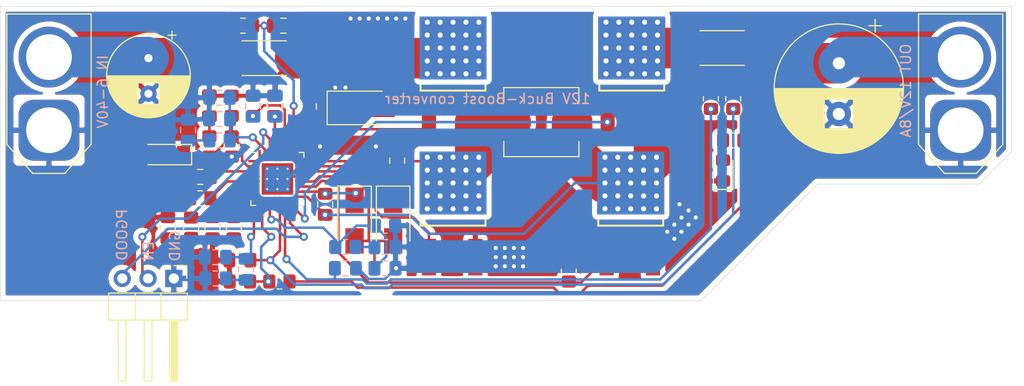
<source format=kicad_pcb>
(kicad_pcb (version 20171130) (host pcbnew 5.1.10)

  (general
    (thickness 1.6)
    (drawings 13)
    (tracks 310)
    (zones 0)
    (modules 57)
    (nets 40)
  )

  (page A4)
  (layers
    (0 F.Cu signal)
    (31 B.Cu signal)
    (32 B.Adhes user)
    (33 F.Adhes user)
    (34 B.Paste user)
    (35 F.Paste user)
    (36 B.SilkS user)
    (37 F.SilkS user)
    (38 B.Mask user)
    (39 F.Mask user)
    (40 Dwgs.User user)
    (41 Cmts.User user)
    (42 Eco1.User user)
    (43 Eco2.User user)
    (44 Edge.Cuts user)
    (45 Margin user)
    (46 B.CrtYd user)
    (47 F.CrtYd user)
    (48 B.Fab user)
    (49 F.Fab user)
  )

  (setup
    (last_trace_width 0.25)
    (user_trace_width 0.4)
    (user_trace_width 4)
    (trace_clearance 0.2)
    (zone_clearance 0.508)
    (zone_45_only no)
    (trace_min 0.2)
    (via_size 0.8)
    (via_drill 0.4)
    (via_min_size 0.4)
    (via_min_drill 0.3)
    (uvia_size 0.3)
    (uvia_drill 0.1)
    (uvias_allowed no)
    (uvia_min_size 0.2)
    (uvia_min_drill 0.1)
    (edge_width 0.05)
    (segment_width 0.2)
    (pcb_text_width 0.3)
    (pcb_text_size 1.5 1.5)
    (mod_edge_width 0.12)
    (mod_text_size 1 1)
    (mod_text_width 0.15)
    (pad_size 1.524 1.524)
    (pad_drill 0.762)
    (pad_to_mask_clearance 0)
    (aux_axis_origin 0 0)
    (visible_elements FFFFFF7F)
    (pcbplotparams
      (layerselection 0x010f0_ffffffff)
      (usegerberextensions false)
      (usegerberattributes true)
      (usegerberadvancedattributes true)
      (creategerberjobfile true)
      (excludeedgelayer true)
      (linewidth 0.100000)
      (plotframeref false)
      (viasonmask false)
      (mode 1)
      (useauxorigin false)
      (hpglpennumber 1)
      (hpglpenspeed 20)
      (hpglpendiameter 15.000000)
      (psnegative false)
      (psa4output false)
      (plotreference false)
      (plotvalue false)
      (plotinvisibletext false)
      (padsonsilk false)
      (subtractmaskfromsilk false)
      (outputformat 1)
      (mirror false)
      (drillshape 0)
      (scaleselection 1)
      (outputdirectory "./gerber"))
  )

  (net 0 "")
  (net 1 GND)
  (net 2 /VIN)
  (net 3 "Net-(C2-Pad2)")
  (net 4 "Net-(C3-Pad1)")
  (net 5 "Net-(C4-Pad1)")
  (net 6 "Net-(C5-Pad1)")
  (net 7 "Net-(C6-Pad1)")
  (net 8 "Net-(C7-Pad1)")
  (net 9 "Net-(C8-Pad2)")
  (net 10 "Net-(C9-Pad2)")
  (net 11 "Net-(C10-Pad2)")
  (net 12 "Net-(C11-Pad1)")
  (net 13 "Net-(C12-Pad2)")
  (net 14 "Net-(C13-Pad1)")
  (net 15 "Net-(C14-Pad1)")
  (net 16 "Net-(C15-Pad1)")
  (net 17 "Net-(C16-Pad2)")
  (net 18 "Net-(C17-Pad2)")
  (net 19 "Net-(C17-Pad1)")
  (net 20 "Net-(C18-Pad2)")
  (net 21 "Net-(C19-Pad2)")
  (net 22 "Net-(C19-Pad1)")
  (net 23 "Net-(C20-Pad2)")
  (net 24 "Net-(C21-Pad1)")
  (net 25 /VOUT)
  (net 26 "Net-(D1-Pad1)")
  (net 27 "Net-(D5-Pad2)")
  (net 28 /PGOOD)
  (net 29 /EN)
  (net 30 "Net-(Q1-Pad2)")
  (net 31 "Net-(Q1-Pad1)")
  (net 32 "Net-(Q2-Pad1)")
  (net 33 "Net-(Q3-Pad2)")
  (net 34 "Net-(Q3-Pad1)")
  (net 35 "Net-(Q4-Pad1)")
  (net 36 "Net-(R4-Pad2)")
  (net 37 "Net-(R15-Pad1)")
  (net 38 "Net-(U1-Pad12)")
  (net 39 "Net-(U1-Pad7)")

  (net_class Default "This is the default net class."
    (clearance 0.2)
    (trace_width 0.25)
    (via_dia 0.8)
    (via_drill 0.4)
    (uvia_dia 0.3)
    (uvia_drill 0.1)
    (add_net /EN)
    (add_net /PGOOD)
    (add_net /VIN)
    (add_net /VOUT)
    (add_net GND)
    (add_net "Net-(C10-Pad2)")
    (add_net "Net-(C11-Pad1)")
    (add_net "Net-(C12-Pad2)")
    (add_net "Net-(C13-Pad1)")
    (add_net "Net-(C14-Pad1)")
    (add_net "Net-(C15-Pad1)")
    (add_net "Net-(C16-Pad2)")
    (add_net "Net-(C17-Pad1)")
    (add_net "Net-(C17-Pad2)")
    (add_net "Net-(C18-Pad2)")
    (add_net "Net-(C19-Pad1)")
    (add_net "Net-(C19-Pad2)")
    (add_net "Net-(C2-Pad2)")
    (add_net "Net-(C20-Pad2)")
    (add_net "Net-(C21-Pad1)")
    (add_net "Net-(C3-Pad1)")
    (add_net "Net-(C4-Pad1)")
    (add_net "Net-(C5-Pad1)")
    (add_net "Net-(C6-Pad1)")
    (add_net "Net-(C7-Pad1)")
    (add_net "Net-(C8-Pad2)")
    (add_net "Net-(C9-Pad2)")
    (add_net "Net-(D1-Pad1)")
    (add_net "Net-(D5-Pad2)")
    (add_net "Net-(Q1-Pad1)")
    (add_net "Net-(Q1-Pad2)")
    (add_net "Net-(Q2-Pad1)")
    (add_net "Net-(Q3-Pad1)")
    (add_net "Net-(Q3-Pad2)")
    (add_net "Net-(Q4-Pad1)")
    (add_net "Net-(R15-Pad1)")
    (add_net "Net-(R4-Pad2)")
    (add_net "Net-(U1-Pad12)")
    (add_net "Net-(U1-Pad7)")
  )

  (module Capacitor_SMD:C_0805_2012Metric_Pad1.18x1.45mm_HandSolder (layer F.Cu) (tedit 5F68FEEF) (tstamp 61822630)
    (at 116.8 78.3 270)
    (descr "Capacitor SMD 0805 (2012 Metric), square (rectangular) end terminal, IPC_7351 nominal with elongated pad for handsoldering. (Body size source: IPC-SM-782 page 76, https://www.pcb-3d.com/wordpress/wp-content/uploads/ipc-sm-782a_amendment_1_and_2.pdf, https://docs.google.com/spreadsheets/d/1BsfQQcO9C6DZCsRaXUlFlo91Tg2WpOkGARC1WS5S8t0/edit?usp=sharing), generated with kicad-footprint-generator")
    (tags "capacitor handsolder")
    (path /61954623)
    (attr smd)
    (fp_text reference C5 (at 0 -1.68 90) (layer F.SilkS) hide
      (effects (font (size 1 1) (thickness 0.15)))
    )
    (fp_text value 33n (at 0 1.68 90) (layer F.Fab)
      (effects (font (size 1 1) (thickness 0.15)))
    )
    (fp_line (start 1.88 0.98) (end -1.88 0.98) (layer F.CrtYd) (width 0.05))
    (fp_line (start 1.88 -0.98) (end 1.88 0.98) (layer F.CrtYd) (width 0.05))
    (fp_line (start -1.88 -0.98) (end 1.88 -0.98) (layer F.CrtYd) (width 0.05))
    (fp_line (start -1.88 0.98) (end -1.88 -0.98) (layer F.CrtYd) (width 0.05))
    (fp_line (start -0.261252 0.735) (end 0.261252 0.735) (layer F.SilkS) (width 0.12))
    (fp_line (start -0.261252 -0.735) (end 0.261252 -0.735) (layer F.SilkS) (width 0.12))
    (fp_line (start 1 0.625) (end -1 0.625) (layer F.Fab) (width 0.1))
    (fp_line (start 1 -0.625) (end 1 0.625) (layer F.Fab) (width 0.1))
    (fp_line (start -1 -0.625) (end 1 -0.625) (layer F.Fab) (width 0.1))
    (fp_line (start -1 0.625) (end -1 -0.625) (layer F.Fab) (width 0.1))
    (fp_text user %R (at 0 0 90) (layer F.Fab)
      (effects (font (size 0.5 0.5) (thickness 0.08)))
    )
    (pad 2 smd roundrect (at 1.0375 0 270) (size 1.175 1.45) (layers F.Cu F.Paste F.Mask) (roundrect_rratio 0.2127659574468085)
      (net 1 GND))
    (pad 1 smd roundrect (at -1.0375 0 270) (size 1.175 1.45) (layers F.Cu F.Paste F.Mask) (roundrect_rratio 0.2127659574468085)
      (net 6 "Net-(C5-Pad1)"))
    (model ${KISYS3DMOD}/Capacitor_SMD.3dshapes/C_0805_2012Metric.wrl
      (at (xyz 0 0 0))
      (scale (xyz 1 1 1))
      (rotate (xyz 0 0 0))
    )
  )

  (module Package_DFN_QFN:QFN-32-1EP_5x5mm_P0.5mm_EP3.1x3.1mm_ThermalVias (layer F.Cu) (tedit 5DC5F6A4) (tstamp 61822B86)
    (at 121.1 73.5)
    (descr "QFN, 32 Pin (http://ww1.microchip.com/downloads/en/DeviceDoc/8008S.pdf#page=20), generated with kicad-footprint-generator ipc_noLead_generator.py")
    (tags "QFN NoLead")
    (path /61949C64)
    (attr smd)
    (fp_text reference U1 (at 0 -3.82) (layer F.SilkS) hide
      (effects (font (size 1 1) (thickness 0.15)))
    )
    (fp_text value ISL81401 (at 0 3.82) (layer F.Fab)
      (effects (font (size 1 1) (thickness 0.15)))
    )
    (fp_line (start 3.12 -3.12) (end -3.12 -3.12) (layer F.CrtYd) (width 0.05))
    (fp_line (start 3.12 3.12) (end 3.12 -3.12) (layer F.CrtYd) (width 0.05))
    (fp_line (start -3.12 3.12) (end 3.12 3.12) (layer F.CrtYd) (width 0.05))
    (fp_line (start -3.12 -3.12) (end -3.12 3.12) (layer F.CrtYd) (width 0.05))
    (fp_line (start -2.5 -1.5) (end -1.5 -2.5) (layer F.Fab) (width 0.1))
    (fp_line (start -2.5 2.5) (end -2.5 -1.5) (layer F.Fab) (width 0.1))
    (fp_line (start 2.5 2.5) (end -2.5 2.5) (layer F.Fab) (width 0.1))
    (fp_line (start 2.5 -2.5) (end 2.5 2.5) (layer F.Fab) (width 0.1))
    (fp_line (start -1.5 -2.5) (end 2.5 -2.5) (layer F.Fab) (width 0.1))
    (fp_line (start -2.135 -2.61) (end -2.61 -2.61) (layer F.SilkS) (width 0.12))
    (fp_line (start 2.61 2.61) (end 2.61 2.135) (layer F.SilkS) (width 0.12))
    (fp_line (start 2.135 2.61) (end 2.61 2.61) (layer F.SilkS) (width 0.12))
    (fp_line (start -2.61 2.61) (end -2.61 2.135) (layer F.SilkS) (width 0.12))
    (fp_line (start -2.135 2.61) (end -2.61 2.61) (layer F.SilkS) (width 0.12))
    (fp_line (start 2.61 -2.61) (end 2.61 -2.135) (layer F.SilkS) (width 0.12))
    (fp_line (start 2.135 -2.61) (end 2.61 -2.61) (layer F.SilkS) (width 0.12))
    (fp_text user %R (at 0 0) (layer F.Fab)
      (effects (font (size 1 1) (thickness 0.15)))
    )
    (pad "" smd custom (at 1.275 1.275) (size 0.318785 0.318785) (layers F.Paste)
      (options (clearance outline) (anchor circle))
      (primitives
        (gr_poly (pts
           (xy -0.110856 0.000473) (xy 0.000473 -0.110856) (xy 0.110856 -0.110856) (xy 0.110856 0.110856) (xy -0.110856 0.110856)
) (width 0.221712))
      ))
    (pad "" smd custom (at 1.275 -1.275) (size 0.318785 0.318785) (layers F.Paste)
      (options (clearance outline) (anchor circle))
      (primitives
        (gr_poly (pts
           (xy -0.110856 -0.110856) (xy 0.110856 -0.110856) (xy 0.110856 0.110856) (xy 0.000473 0.110856) (xy -0.110856 -0.000473)
) (width 0.221712))
      ))
    (pad "" smd custom (at -1.275 1.275) (size 0.318785 0.318785) (layers F.Paste)
      (options (clearance outline) (anchor circle))
      (primitives
        (gr_poly (pts
           (xy -0.110856 -0.110856) (xy -0.000473 -0.110856) (xy 0.110856 0.000473) (xy 0.110856 0.110856) (xy -0.110856 0.110856)
) (width 0.221712))
      ))
    (pad "" smd custom (at -1.275 -1.275) (size 0.318785 0.318785) (layers F.Paste)
      (options (clearance outline) (anchor circle))
      (primitives
        (gr_poly (pts
           (xy -0.110856 -0.110856) (xy 0.110856 -0.110856) (xy 0.110856 -0.000473) (xy -0.000473 0.110856) (xy -0.110856 0.110856)
) (width 0.221712))
      ))
    (pad "" smd custom (at 0.5 1.275) (size 0.349614 0.349614) (layers F.Paste)
      (options (clearance outline) (anchor circle))
      (primitives
        (gr_poly (pts
           (xy -0.309303 -0.050187) (xy -0.231588 -0.127902) (xy 0.231588 -0.127902) (xy 0.309303 -0.050187) (xy 0.309303 0.127902)
           (xy -0.309303 0.127902)) (width 0.18762))
      ))
    (pad "" smd custom (at -0.5 1.275) (size 0.349614 0.349614) (layers F.Paste)
      (options (clearance outline) (anchor circle))
      (primitives
        (gr_poly (pts
           (xy -0.309303 -0.050187) (xy -0.231588 -0.127902) (xy 0.231588 -0.127902) (xy 0.309303 -0.050187) (xy 0.309303 0.127902)
           (xy -0.309303 0.127902)) (width 0.18762))
      ))
    (pad "" smd custom (at 0.5 -1.275) (size 0.349614 0.349614) (layers F.Paste)
      (options (clearance outline) (anchor circle))
      (primitives
        (gr_poly (pts
           (xy -0.309303 -0.127902) (xy 0.309303 -0.127902) (xy 0.309303 0.050187) (xy 0.231588 0.127902) (xy -0.231588 0.127902)
           (xy -0.309303 0.050187)) (width 0.18762))
      ))
    (pad "" smd custom (at -0.5 -1.275) (size 0.349614 0.349614) (layers F.Paste)
      (options (clearance outline) (anchor circle))
      (primitives
        (gr_poly (pts
           (xy -0.309303 -0.127902) (xy 0.309303 -0.127902) (xy 0.309303 0.050187) (xy 0.231588 0.127902) (xy -0.231588 0.127902)
           (xy -0.309303 0.050187)) (width 0.18762))
      ))
    (pad "" smd custom (at 1.275 0.5) (size 0.349614 0.349614) (layers F.Paste)
      (options (clearance outline) (anchor circle))
      (primitives
        (gr_poly (pts
           (xy -0.127902 -0.231588) (xy -0.050187 -0.309303) (xy 0.127902 -0.309303) (xy 0.127902 0.309303) (xy -0.050187 0.309303)
           (xy -0.127902 0.231588)) (width 0.18762))
      ))
    (pad "" smd custom (at 1.275 -0.5) (size 0.349614 0.349614) (layers F.Paste)
      (options (clearance outline) (anchor circle))
      (primitives
        (gr_poly (pts
           (xy -0.127902 -0.231588) (xy -0.050187 -0.309303) (xy 0.127902 -0.309303) (xy 0.127902 0.309303) (xy -0.050187 0.309303)
           (xy -0.127902 0.231588)) (width 0.18762))
      ))
    (pad "" smd custom (at -1.275 0.5) (size 0.349614 0.349614) (layers F.Paste)
      (options (clearance outline) (anchor circle))
      (primitives
        (gr_poly (pts
           (xy -0.127902 -0.309303) (xy 0.050187 -0.309303) (xy 0.127902 -0.231588) (xy 0.127902 0.231588) (xy 0.050187 0.309303)
           (xy -0.127902 0.309303)) (width 0.18762))
      ))
    (pad "" smd custom (at -1.275 -0.5) (size 0.349614 0.349614) (layers F.Paste)
      (options (clearance outline) (anchor circle))
      (primitives
        (gr_poly (pts
           (xy -0.127902 -0.309303) (xy 0.050187 -0.309303) (xy 0.127902 -0.231588) (xy 0.127902 0.231588) (xy 0.050187 0.309303)
           (xy -0.127902 0.309303)) (width 0.18762))
      ))
    (pad "" smd roundrect (at 0.5 0.5) (size 0.806226 0.806226) (layers F.Paste) (roundrect_rratio 0.25))
    (pad "" smd roundrect (at 0.5 -0.5) (size 0.806226 0.806226) (layers F.Paste) (roundrect_rratio 0.25))
    (pad "" smd roundrect (at -0.5 0.5) (size 0.806226 0.806226) (layers F.Paste) (roundrect_rratio 0.25))
    (pad "" smd roundrect (at -0.5 -0.5) (size 0.806226 0.806226) (layers F.Paste) (roundrect_rratio 0.25))
    (pad 33 smd rect (at 0 0) (size 2.5 2.5) (layers B.Cu)
      (net 1 GND))
    (pad 33 thru_hole circle (at 1 1) (size 0.5 0.5) (drill 0.2) (layers *.Cu)
      (net 1 GND))
    (pad 33 thru_hole circle (at 0 1) (size 0.5 0.5) (drill 0.2) (layers *.Cu)
      (net 1 GND))
    (pad 33 thru_hole circle (at -1 1) (size 0.5 0.5) (drill 0.2) (layers *.Cu)
      (net 1 GND))
    (pad 33 thru_hole circle (at 1 0) (size 0.5 0.5) (drill 0.2) (layers *.Cu)
      (net 1 GND))
    (pad 33 thru_hole circle (at 0 0) (size 0.5 0.5) (drill 0.2) (layers *.Cu)
      (net 1 GND))
    (pad 33 thru_hole circle (at -1 0) (size 0.5 0.5) (drill 0.2) (layers *.Cu)
      (net 1 GND))
    (pad 33 thru_hole circle (at 1 -1) (size 0.5 0.5) (drill 0.2) (layers *.Cu)
      (net 1 GND))
    (pad 33 thru_hole circle (at 0 -1) (size 0.5 0.5) (drill 0.2) (layers *.Cu)
      (net 1 GND))
    (pad 33 thru_hole circle (at -1 -1) (size 0.5 0.5) (drill 0.2) (layers *.Cu)
      (net 1 GND))
    (pad 33 smd rect (at 0 0) (size 3.1 3.1) (layers F.Cu F.Mask)
      (net 1 GND))
    (pad 32 smd roundrect (at -1.75 -2.4375) (size 0.25 0.875) (layers F.Cu F.Paste F.Mask) (roundrect_rratio 0.25))
    (pad 31 smd roundrect (at -1.25 -2.4375) (size 0.25 0.875) (layers F.Cu F.Paste F.Mask) (roundrect_rratio 0.25)
      (net 11 "Net-(C10-Pad2)"))
    (pad 30 smd roundrect (at -0.75 -2.4375) (size 0.25 0.875) (layers F.Cu F.Paste F.Mask) (roundrect_rratio 0.25)
      (net 29 /EN))
    (pad 29 smd roundrect (at -0.25 -2.4375) (size 0.25 0.875) (layers F.Cu F.Paste F.Mask) (roundrect_rratio 0.25)
      (net 13 "Net-(C12-Pad2)"))
    (pad 28 smd roundrect (at 0.25 -2.4375) (size 0.25 0.875) (layers F.Cu F.Paste F.Mask) (roundrect_rratio 0.25)
      (net 17 "Net-(C16-Pad2)"))
    (pad 27 smd roundrect (at 0.75 -2.4375) (size 0.25 0.875) (layers F.Cu F.Paste F.Mask) (roundrect_rratio 0.25)
      (net 23 "Net-(C20-Pad2)"))
    (pad 26 smd roundrect (at 1.25 -2.4375) (size 0.25 0.875) (layers F.Cu F.Paste F.Mask) (roundrect_rratio 0.25)
      (net 24 "Net-(C21-Pad1)"))
    (pad 25 smd roundrect (at 1.75 -2.4375) (size 0.25 0.875) (layers F.Cu F.Paste F.Mask) (roundrect_rratio 0.25)
      (net 31 "Net-(Q1-Pad1)"))
    (pad 24 smd roundrect (at 2.4375 -1.75) (size 0.875 0.25) (layers F.Cu F.Paste F.Mask) (roundrect_rratio 0.25)
      (net 18 "Net-(C17-Pad2)"))
    (pad 23 smd roundrect (at 2.4375 -1.25) (size 0.875 0.25) (layers F.Cu F.Paste F.Mask) (roundrect_rratio 0.25)
      (net 19 "Net-(C17-Pad1)"))
    (pad 22 smd roundrect (at 2.4375 -0.75) (size 0.875 0.25) (layers F.Cu F.Paste F.Mask) (roundrect_rratio 0.25)
      (net 32 "Net-(Q2-Pad1)"))
    (pad 21 smd roundrect (at 2.4375 -0.25) (size 0.875 0.25) (layers F.Cu F.Paste F.Mask) (roundrect_rratio 0.25)
      (net 1 GND))
    (pad 20 smd roundrect (at 2.4375 0.25) (size 0.875 0.25) (layers F.Cu F.Paste F.Mask) (roundrect_rratio 0.25)
      (net 20 "Net-(C18-Pad2)"))
    (pad 19 smd roundrect (at 2.4375 0.75) (size 0.875 0.25) (layers F.Cu F.Paste F.Mask) (roundrect_rratio 0.25)
      (net 35 "Net-(Q4-Pad1)"))
    (pad 18 smd roundrect (at 2.4375 1.25) (size 0.875 0.25) (layers F.Cu F.Paste F.Mask) (roundrect_rratio 0.25)
      (net 22 "Net-(C19-Pad1)"))
    (pad 17 smd roundrect (at 2.4375 1.75) (size 0.875 0.25) (layers F.Cu F.Paste F.Mask) (roundrect_rratio 0.25)
      (net 21 "Net-(C19-Pad2)"))
    (pad 16 smd roundrect (at 1.75 2.4375) (size 0.25 0.875) (layers F.Cu F.Paste F.Mask) (roundrect_rratio 0.25)
      (net 34 "Net-(Q3-Pad1)"))
    (pad 15 smd roundrect (at 1.25 2.4375) (size 0.25 0.875) (layers F.Cu F.Paste F.Mask) (roundrect_rratio 0.25)
      (net 28 /PGOOD))
    (pad 14 smd roundrect (at 0.75 2.4375) (size 0.25 0.875) (layers F.Cu F.Paste F.Mask) (roundrect_rratio 0.25)
      (net 15 "Net-(C14-Pad1)"))
    (pad 13 smd roundrect (at 0.25 2.4375) (size 0.25 0.875) (layers F.Cu F.Paste F.Mask) (roundrect_rratio 0.25)
      (net 16 "Net-(C15-Pad1)"))
    (pad 12 smd roundrect (at -0.25 2.4375) (size 0.25 0.875) (layers F.Cu F.Paste F.Mask) (roundrect_rratio 0.25)
      (net 38 "Net-(U1-Pad12)"))
    (pad 11 smd roundrect (at -0.75 2.4375) (size 0.25 0.875) (layers F.Cu F.Paste F.Mask) (roundrect_rratio 0.25)
      (net 14 "Net-(C13-Pad1)"))
    (pad 10 smd roundrect (at -1.25 2.4375) (size 0.25 0.875) (layers F.Cu F.Paste F.Mask) (roundrect_rratio 0.25)
      (net 37 "Net-(R15-Pad1)"))
    (pad 9 smd roundrect (at -1.75 2.4375) (size 0.25 0.875) (layers F.Cu F.Paste F.Mask) (roundrect_rratio 0.25)
      (net 8 "Net-(C7-Pad1)"))
    (pad 8 smd roundrect (at -2.4375 1.75) (size 0.875 0.25) (layers F.Cu F.Paste F.Mask) (roundrect_rratio 0.25)
      (net 6 "Net-(C5-Pad1)"))
    (pad 7 smd roundrect (at -2.4375 1.25) (size 0.875 0.25) (layers F.Cu F.Paste F.Mask) (roundrect_rratio 0.25)
      (net 39 "Net-(U1-Pad7)"))
    (pad 6 smd roundrect (at -2.4375 0.75) (size 0.875 0.25) (layers F.Cu F.Paste F.Mask) (roundrect_rratio 0.25)
      (net 5 "Net-(C4-Pad1)"))
    (pad 5 smd roundrect (at -2.4375 0.25) (size 0.875 0.25) (layers F.Cu F.Paste F.Mask) (roundrect_rratio 0.25)
      (net 36 "Net-(R4-Pad2)"))
    (pad 4 smd roundrect (at -2.4375 -0.25) (size 0.875 0.25) (layers F.Cu F.Paste F.Mask) (roundrect_rratio 0.25))
    (pad 3 smd roundrect (at -2.4375 -0.75) (size 0.875 0.25) (layers F.Cu F.Paste F.Mask) (roundrect_rratio 0.25)
      (net 7 "Net-(C6-Pad1)"))
    (pad 2 smd roundrect (at -2.4375 -1.25) (size 0.875 0.25) (layers F.Cu F.Paste F.Mask) (roundrect_rratio 0.25)
      (net 26 "Net-(D1-Pad1)"))
    (pad 1 smd roundrect (at -2.4375 -1.75) (size 0.875 0.25) (layers F.Cu F.Paste F.Mask) (roundrect_rratio 0.25))
    (model ${KISYS3DMOD}/Package_DFN_QFN.3dshapes/QFN-32-1EP_5x5mm_P0.5mm_EP3.1x3.1mm.wrl
      (at (xyz 0 0 0))
      (scale (xyz 1 1 1))
      (rotate (xyz 0 0 0))
    )
  )

  (module Resistor_SMD:R_0805_2012Metric_Pad1.20x1.40mm_HandSolder (layer F.Cu) (tedit 5F68FEEE) (tstamp 61822B36)
    (at 166 69.7 180)
    (descr "Resistor SMD 0805 (2012 Metric), square (rectangular) end terminal, IPC_7351 nominal with elongated pad for handsoldering. (Body size source: IPC-SM-782 page 72, https://www.pcb-3d.com/wordpress/wp-content/uploads/ipc-sm-782a_amendment_1_and_2.pdf), generated with kicad-footprint-generator")
    (tags "resistor handsolder")
    (path /61C27F9D)
    (attr smd)
    (fp_text reference R21 (at 0 -1.65) (layer F.SilkS) hide
      (effects (font (size 1 1) (thickness 0.15)))
    )
    (fp_text value 2k (at 0 1.65) (layer F.Fab)
      (effects (font (size 1 1) (thickness 0.15)))
    )
    (fp_line (start 1.85 0.95) (end -1.85 0.95) (layer F.CrtYd) (width 0.05))
    (fp_line (start 1.85 -0.95) (end 1.85 0.95) (layer F.CrtYd) (width 0.05))
    (fp_line (start -1.85 -0.95) (end 1.85 -0.95) (layer F.CrtYd) (width 0.05))
    (fp_line (start -1.85 0.95) (end -1.85 -0.95) (layer F.CrtYd) (width 0.05))
    (fp_line (start -0.227064 0.735) (end 0.227064 0.735) (layer F.SilkS) (width 0.12))
    (fp_line (start -0.227064 -0.735) (end 0.227064 -0.735) (layer F.SilkS) (width 0.12))
    (fp_line (start 1 0.625) (end -1 0.625) (layer F.Fab) (width 0.1))
    (fp_line (start 1 -0.625) (end 1 0.625) (layer F.Fab) (width 0.1))
    (fp_line (start -1 -0.625) (end 1 -0.625) (layer F.Fab) (width 0.1))
    (fp_line (start -1 0.625) (end -1 -0.625) (layer F.Fab) (width 0.1))
    (fp_text user %R (at 0 0) (layer F.Fab)
      (effects (font (size 0.5 0.5) (thickness 0.08)))
    )
    (pad 2 smd roundrect (at 1 0 180) (size 1.2 1.4) (layers F.Cu F.Paste F.Mask) (roundrect_rratio 0.2083325)
      (net 27 "Net-(D5-Pad2)"))
    (pad 1 smd roundrect (at -1 0 180) (size 1.2 1.4) (layers F.Cu F.Paste F.Mask) (roundrect_rratio 0.2083325)
      (net 25 /VOUT))
    (model ${KISYS3DMOD}/Resistor_SMD.3dshapes/R_0805_2012Metric.wrl
      (at (xyz 0 0 0))
      (scale (xyz 1 1 1))
      (rotate (xyz 0 0 0))
    )
  )

  (module Resistor_SMD:R_2512_6332Metric_Pad1.40x3.35mm_HandSolder (layer F.Cu) (tedit 5F68FEEE) (tstamp 61822B25)
    (at 164.9 60.6 180)
    (descr "Resistor SMD 2512 (6332 Metric), square (rectangular) end terminal, IPC_7351 nominal with elongated pad for handsoldering. (Body size source: IPC-SM-782 page 72, https://www.pcb-3d.com/wordpress/wp-content/uploads/ipc-sm-782a_amendment_1_and_2.pdf), generated with kicad-footprint-generator")
    (tags "resistor handsolder")
    (path /61A265AF)
    (attr smd)
    (fp_text reference R20 (at 0 -2.62) (layer F.SilkS) hide
      (effects (font (size 1 1) (thickness 0.15)))
    )
    (fp_text value R004 (at 0 2.62) (layer F.Fab)
      (effects (font (size 1 1) (thickness 0.15)))
    )
    (fp_line (start 4 1.92) (end -4 1.92) (layer F.CrtYd) (width 0.05))
    (fp_line (start 4 -1.92) (end 4 1.92) (layer F.CrtYd) (width 0.05))
    (fp_line (start -4 -1.92) (end 4 -1.92) (layer F.CrtYd) (width 0.05))
    (fp_line (start -4 1.92) (end -4 -1.92) (layer F.CrtYd) (width 0.05))
    (fp_line (start -2.177064 1.71) (end 2.177064 1.71) (layer F.SilkS) (width 0.12))
    (fp_line (start -2.177064 -1.71) (end 2.177064 -1.71) (layer F.SilkS) (width 0.12))
    (fp_line (start 3.15 1.6) (end -3.15 1.6) (layer F.Fab) (width 0.1))
    (fp_line (start 3.15 -1.6) (end 3.15 1.6) (layer F.Fab) (width 0.1))
    (fp_line (start -3.15 -1.6) (end 3.15 -1.6) (layer F.Fab) (width 0.1))
    (fp_line (start -3.15 1.6) (end -3.15 -1.6) (layer F.Fab) (width 0.1))
    (fp_text user %R (at 0 0) (layer F.Fab)
      (effects (font (size 1 1) (thickness 0.15)))
    )
    (pad 2 smd roundrect (at 3.05 0 180) (size 1.4 3.35) (layers F.Cu F.Paste F.Mask) (roundrect_rratio 0.1785707142857143)
      (net 33 "Net-(Q3-Pad2)"))
    (pad 1 smd roundrect (at -3.05 0 180) (size 1.4 3.35) (layers F.Cu F.Paste F.Mask) (roundrect_rratio 0.1785707142857143)
      (net 25 /VOUT))
    (model ${KISYS3DMOD}/Resistor_SMD.3dshapes/R_2512_6332Metric.wrl
      (at (xyz 0 0 0))
      (scale (xyz 1 1 1))
      (rotate (xyz 0 0 0))
    )
  )

  (module Resistor_SMD:R_0805_2012Metric_Pad1.20x1.40mm_HandSolder (layer F.Cu) (tedit 5F68FEEE) (tstamp 61822B14)
    (at 149.8 82.6 90)
    (descr "Resistor SMD 0805 (2012 Metric), square (rectangular) end terminal, IPC_7351 nominal with elongated pad for handsoldering. (Body size source: IPC-SM-782 page 72, https://www.pcb-3d.com/wordpress/wp-content/uploads/ipc-sm-782a_amendment_1_and_2.pdf), generated with kicad-footprint-generator")
    (tags "resistor handsolder")
    (path /61A02E30)
    (attr smd)
    (fp_text reference R19 (at 0 -1.65 90) (layer F.SilkS) hide
      (effects (font (size 1 1) (thickness 0.15)))
    )
    (fp_text value 20k (at 0 1.65 90) (layer F.Fab)
      (effects (font (size 1 1) (thickness 0.15)))
    )
    (fp_line (start 1.85 0.95) (end -1.85 0.95) (layer F.CrtYd) (width 0.05))
    (fp_line (start 1.85 -0.95) (end 1.85 0.95) (layer F.CrtYd) (width 0.05))
    (fp_line (start -1.85 -0.95) (end 1.85 -0.95) (layer F.CrtYd) (width 0.05))
    (fp_line (start -1.85 0.95) (end -1.85 -0.95) (layer F.CrtYd) (width 0.05))
    (fp_line (start -0.227064 0.735) (end 0.227064 0.735) (layer F.SilkS) (width 0.12))
    (fp_line (start -0.227064 -0.735) (end 0.227064 -0.735) (layer F.SilkS) (width 0.12))
    (fp_line (start 1 0.625) (end -1 0.625) (layer F.Fab) (width 0.1))
    (fp_line (start 1 -0.625) (end 1 0.625) (layer F.Fab) (width 0.1))
    (fp_line (start -1 -0.625) (end 1 -0.625) (layer F.Fab) (width 0.1))
    (fp_line (start -1 0.625) (end -1 -0.625) (layer F.Fab) (width 0.1))
    (fp_text user %R (at 0 0 90) (layer F.Fab)
      (effects (font (size 0.5 0.5) (thickness 0.08)))
    )
    (pad 2 smd roundrect (at 1 0 90) (size 1.2 1.4) (layers F.Cu F.Paste F.Mask) (roundrect_rratio 0.2083325)
      (net 1 GND))
    (pad 1 smd roundrect (at -1 0 90) (size 1.2 1.4) (layers F.Cu F.Paste F.Mask) (roundrect_rratio 0.2083325)
      (net 35 "Net-(Q4-Pad1)"))
    (model ${KISYS3DMOD}/Resistor_SMD.3dshapes/R_0805_2012Metric.wrl
      (at (xyz 0 0 0))
      (scale (xyz 1 1 1))
      (rotate (xyz 0 0 0))
    )
  )

  (module Resistor_SMD:R_0805_2012Metric_Pad1.20x1.40mm_HandSolder (layer F.Cu) (tedit 5F68FEEE) (tstamp 61822B03)
    (at 121.3 83.6 180)
    (descr "Resistor SMD 0805 (2012 Metric), square (rectangular) end terminal, IPC_7351 nominal with elongated pad for handsoldering. (Body size source: IPC-SM-782 page 72, https://www.pcb-3d.com/wordpress/wp-content/uploads/ipc-sm-782a_amendment_1_and_2.pdf), generated with kicad-footprint-generator")
    (tags "resistor handsolder")
    (path /61A5432C)
    (attr smd)
    (fp_text reference R18 (at 0 -1.65) (layer F.SilkS) hide
      (effects (font (size 1 1) (thickness 0.15)))
    )
    (fp_text value 48k7 (at 0 1.65) (layer F.Fab)
      (effects (font (size 1 1) (thickness 0.15)))
    )
    (fp_line (start 1.85 0.95) (end -1.85 0.95) (layer F.CrtYd) (width 0.05))
    (fp_line (start 1.85 -0.95) (end 1.85 0.95) (layer F.CrtYd) (width 0.05))
    (fp_line (start -1.85 -0.95) (end 1.85 -0.95) (layer F.CrtYd) (width 0.05))
    (fp_line (start -1.85 0.95) (end -1.85 -0.95) (layer F.CrtYd) (width 0.05))
    (fp_line (start -0.227064 0.735) (end 0.227064 0.735) (layer F.SilkS) (width 0.12))
    (fp_line (start -0.227064 -0.735) (end 0.227064 -0.735) (layer F.SilkS) (width 0.12))
    (fp_line (start 1 0.625) (end -1 0.625) (layer F.Fab) (width 0.1))
    (fp_line (start 1 -0.625) (end 1 0.625) (layer F.Fab) (width 0.1))
    (fp_line (start -1 -0.625) (end 1 -0.625) (layer F.Fab) (width 0.1))
    (fp_line (start -1 0.625) (end -1 -0.625) (layer F.Fab) (width 0.1))
    (fp_text user %R (at 0 0) (layer F.Fab)
      (effects (font (size 0.5 0.5) (thickness 0.08)))
    )
    (pad 2 smd roundrect (at 1 0 180) (size 1.2 1.4) (layers F.Cu F.Paste F.Mask) (roundrect_rratio 0.2083325)
      (net 37 "Net-(R15-Pad1)"))
    (pad 1 smd roundrect (at -1 0 180) (size 1.2 1.4) (layers F.Cu F.Paste F.Mask) (roundrect_rratio 0.2083325)
      (net 25 /VOUT))
    (model ${KISYS3DMOD}/Resistor_SMD.3dshapes/R_0805_2012Metric.wrl
      (at (xyz 0 0 0))
      (scale (xyz 1 1 1))
      (rotate (xyz 0 0 0))
    )
  )

  (module Resistor_SMD:R_0805_2012Metric_Pad1.20x1.40mm_HandSolder (layer F.Cu) (tedit 5F68FEEE) (tstamp 61822AF2)
    (at 166 65.6 90)
    (descr "Resistor SMD 0805 (2012 Metric), square (rectangular) end terminal, IPC_7351 nominal with elongated pad for handsoldering. (Body size source: IPC-SM-782 page 72, https://www.pcb-3d.com/wordpress/wp-content/uploads/ipc-sm-782a_amendment_1_and_2.pdf), generated with kicad-footprint-generator")
    (tags "resistor handsolder")
    (path /61A1E920)
    (attr smd)
    (fp_text reference R17 (at 0 -1.65 90) (layer F.SilkS) hide
      (effects (font (size 1 1) (thickness 0.15)))
    )
    (fp_text value 1R (at 0 1.65 90) (layer F.Fab)
      (effects (font (size 1 1) (thickness 0.15)))
    )
    (fp_line (start 1.85 0.95) (end -1.85 0.95) (layer F.CrtYd) (width 0.05))
    (fp_line (start 1.85 -0.95) (end 1.85 0.95) (layer F.CrtYd) (width 0.05))
    (fp_line (start -1.85 -0.95) (end 1.85 -0.95) (layer F.CrtYd) (width 0.05))
    (fp_line (start -1.85 0.95) (end -1.85 -0.95) (layer F.CrtYd) (width 0.05))
    (fp_line (start -0.227064 0.735) (end 0.227064 0.735) (layer F.SilkS) (width 0.12))
    (fp_line (start -0.227064 -0.735) (end 0.227064 -0.735) (layer F.SilkS) (width 0.12))
    (fp_line (start 1 0.625) (end -1 0.625) (layer F.Fab) (width 0.1))
    (fp_line (start 1 -0.625) (end 1 0.625) (layer F.Fab) (width 0.1))
    (fp_line (start -1 -0.625) (end 1 -0.625) (layer F.Fab) (width 0.1))
    (fp_line (start -1 0.625) (end -1 -0.625) (layer F.Fab) (width 0.1))
    (fp_text user %R (at 0 0 90) (layer F.Fab)
      (effects (font (size 0.5 0.5) (thickness 0.08)))
    )
    (pad 2 smd roundrect (at 1 0 90) (size 1.2 1.4) (layers F.Cu F.Paste F.Mask) (roundrect_rratio 0.2083325)
      (net 25 /VOUT))
    (pad 1 smd roundrect (at -1 0 90) (size 1.2 1.4) (layers F.Cu F.Paste F.Mask) (roundrect_rratio 0.2083325)
      (net 16 "Net-(C15-Pad1)"))
    (model ${KISYS3DMOD}/Resistor_SMD.3dshapes/R_0805_2012Metric.wrl
      (at (xyz 0 0 0))
      (scale (xyz 1 1 1))
      (rotate (xyz 0 0 0))
    )
  )

  (module Resistor_SMD:R_2512_6332Metric_Pad1.40x3.35mm_HandSolder (layer F.Cu) (tedit 5F68FEEE) (tstamp 61822AE1)
    (at 119.8 61.6 180)
    (descr "Resistor SMD 2512 (6332 Metric), square (rectangular) end terminal, IPC_7351 nominal with elongated pad for handsoldering. (Body size source: IPC-SM-782 page 72, https://www.pcb-3d.com/wordpress/wp-content/uploads/ipc-sm-782a_amendment_1_and_2.pdf), generated with kicad-footprint-generator")
    (tags "resistor handsolder")
    (path /61974015)
    (attr smd)
    (fp_text reference R16 (at 0 -2.62) (layer F.SilkS) hide
      (effects (font (size 1 1) (thickness 0.15)))
    )
    (fp_text value R003 (at 0 2.62) (layer F.Fab)
      (effects (font (size 1 1) (thickness 0.15)))
    )
    (fp_line (start 4 1.92) (end -4 1.92) (layer F.CrtYd) (width 0.05))
    (fp_line (start 4 -1.92) (end 4 1.92) (layer F.CrtYd) (width 0.05))
    (fp_line (start -4 -1.92) (end 4 -1.92) (layer F.CrtYd) (width 0.05))
    (fp_line (start -4 1.92) (end -4 -1.92) (layer F.CrtYd) (width 0.05))
    (fp_line (start -2.177064 1.71) (end 2.177064 1.71) (layer F.SilkS) (width 0.12))
    (fp_line (start -2.177064 -1.71) (end 2.177064 -1.71) (layer F.SilkS) (width 0.12))
    (fp_line (start 3.15 1.6) (end -3.15 1.6) (layer F.Fab) (width 0.1))
    (fp_line (start 3.15 -1.6) (end 3.15 1.6) (layer F.Fab) (width 0.1))
    (fp_line (start -3.15 -1.6) (end 3.15 -1.6) (layer F.Fab) (width 0.1))
    (fp_line (start -3.15 1.6) (end -3.15 -1.6) (layer F.Fab) (width 0.1))
    (fp_text user %R (at 0 0) (layer F.Fab)
      (effects (font (size 1 1) (thickness 0.15)))
    )
    (pad 2 smd roundrect (at 3.05 0 180) (size 1.4 3.35) (layers F.Cu F.Paste F.Mask) (roundrect_rratio 0.1785707142857143)
      (net 2 /VIN))
    (pad 1 smd roundrect (at -3.05 0 180) (size 1.4 3.35) (layers F.Cu F.Paste F.Mask) (roundrect_rratio 0.1785707142857143)
      (net 30 "Net-(Q1-Pad2)"))
    (model ${KISYS3DMOD}/Resistor_SMD.3dshapes/R_2512_6332Metric.wrl
      (at (xyz 0 0 0))
      (scale (xyz 1 1 1))
      (rotate (xyz 0 0 0))
    )
  )

  (module Resistor_SMD:R_0805_2012Metric_Pad1.20x1.40mm_HandSolder (layer F.Cu) (tedit 5F68FEEE) (tstamp 61822AD0)
    (at 117.4 83.6 180)
    (descr "Resistor SMD 0805 (2012 Metric), square (rectangular) end terminal, IPC_7351 nominal with elongated pad for handsoldering. (Body size source: IPC-SM-782 page 72, https://www.pcb-3d.com/wordpress/wp-content/uploads/ipc-sm-782a_amendment_1_and_2.pdf), generated with kicad-footprint-generator")
    (tags "resistor handsolder")
    (path /61A53A6B)
    (attr smd)
    (fp_text reference R15 (at 0 -1.65) (layer F.SilkS) hide
      (effects (font (size 1 1) (thickness 0.15)))
    )
    (fp_text value 3k48 (at 0 1.65) (layer F.Fab)
      (effects (font (size 1 1) (thickness 0.15)))
    )
    (fp_line (start 1.85 0.95) (end -1.85 0.95) (layer F.CrtYd) (width 0.05))
    (fp_line (start 1.85 -0.95) (end 1.85 0.95) (layer F.CrtYd) (width 0.05))
    (fp_line (start -1.85 -0.95) (end 1.85 -0.95) (layer F.CrtYd) (width 0.05))
    (fp_line (start -1.85 0.95) (end -1.85 -0.95) (layer F.CrtYd) (width 0.05))
    (fp_line (start -0.227064 0.735) (end 0.227064 0.735) (layer F.SilkS) (width 0.12))
    (fp_line (start -0.227064 -0.735) (end 0.227064 -0.735) (layer F.SilkS) (width 0.12))
    (fp_line (start 1 0.625) (end -1 0.625) (layer F.Fab) (width 0.1))
    (fp_line (start 1 -0.625) (end 1 0.625) (layer F.Fab) (width 0.1))
    (fp_line (start -1 -0.625) (end 1 -0.625) (layer F.Fab) (width 0.1))
    (fp_line (start -1 0.625) (end -1 -0.625) (layer F.Fab) (width 0.1))
    (fp_text user %R (at 0 0) (layer F.Fab)
      (effects (font (size 0.5 0.5) (thickness 0.08)))
    )
    (pad 2 smd roundrect (at 1 0 180) (size 1.2 1.4) (layers F.Cu F.Paste F.Mask) (roundrect_rratio 0.2083325)
      (net 1 GND))
    (pad 1 smd roundrect (at -1 0 180) (size 1.2 1.4) (layers F.Cu F.Paste F.Mask) (roundrect_rratio 0.2083325)
      (net 37 "Net-(R15-Pad1)"))
    (model ${KISYS3DMOD}/Resistor_SMD.3dshapes/R_0805_2012Metric.wrl
      (at (xyz 0 0 0))
      (scale (xyz 1 1 1))
      (rotate (xyz 0 0 0))
    )
  )

  (module Resistor_SMD:R_0805_2012Metric_Pad1.20x1.40mm_HandSolder (layer F.Cu) (tedit 5F68FEEE) (tstamp 61822ABF)
    (at 117.7 58.4)
    (descr "Resistor SMD 0805 (2012 Metric), square (rectangular) end terminal, IPC_7351 nominal with elongated pad for handsoldering. (Body size source: IPC-SM-782 page 72, https://www.pcb-3d.com/wordpress/wp-content/uploads/ipc-sm-782a_amendment_1_and_2.pdf), generated with kicad-footprint-generator")
    (tags "resistor handsolder")
    (path /6196E31F)
    (attr smd)
    (fp_text reference R14 (at 0 -1.65) (layer F.SilkS) hide
      (effects (font (size 1 1) (thickness 0.15)))
    )
    (fp_text value 10R (at 0 1.65) (layer F.Fab)
      (effects (font (size 1 1) (thickness 0.15)))
    )
    (fp_line (start 1.85 0.95) (end -1.85 0.95) (layer F.CrtYd) (width 0.05))
    (fp_line (start 1.85 -0.95) (end 1.85 0.95) (layer F.CrtYd) (width 0.05))
    (fp_line (start -1.85 -0.95) (end 1.85 -0.95) (layer F.CrtYd) (width 0.05))
    (fp_line (start -1.85 0.95) (end -1.85 -0.95) (layer F.CrtYd) (width 0.05))
    (fp_line (start -0.227064 0.735) (end 0.227064 0.735) (layer F.SilkS) (width 0.12))
    (fp_line (start -0.227064 -0.735) (end 0.227064 -0.735) (layer F.SilkS) (width 0.12))
    (fp_line (start 1 0.625) (end -1 0.625) (layer F.Fab) (width 0.1))
    (fp_line (start 1 -0.625) (end 1 0.625) (layer F.Fab) (width 0.1))
    (fp_line (start -1 -0.625) (end 1 -0.625) (layer F.Fab) (width 0.1))
    (fp_line (start -1 0.625) (end -1 -0.625) (layer F.Fab) (width 0.1))
    (fp_text user %R (at 0 0) (layer F.Fab)
      (effects (font (size 0.5 0.5) (thickness 0.08)))
    )
    (pad 2 smd roundrect (at 1 0) (size 1.2 1.4) (layers F.Cu F.Paste F.Mask) (roundrect_rratio 0.2083325)
      (net 23 "Net-(C20-Pad2)"))
    (pad 1 smd roundrect (at -1 0) (size 1.2 1.4) (layers F.Cu F.Paste F.Mask) (roundrect_rratio 0.2083325)
      (net 2 /VIN))
    (model ${KISYS3DMOD}/Resistor_SMD.3dshapes/R_0805_2012Metric.wrl
      (at (xyz 0 0 0))
      (scale (xyz 1 1 1))
      (rotate (xyz 0 0 0))
    )
  )

  (module Resistor_SMD:R_0805_2012Metric_Pad1.20x1.40mm_HandSolder (layer F.Cu) (tedit 5F68FEEE) (tstamp 61822AAE)
    (at 163.8 65.6 90)
    (descr "Resistor SMD 0805 (2012 Metric), square (rectangular) end terminal, IPC_7351 nominal with elongated pad for handsoldering. (Body size source: IPC-SM-782 page 72, https://www.pcb-3d.com/wordpress/wp-content/uploads/ipc-sm-782a_amendment_1_and_2.pdf), generated with kicad-footprint-generator")
    (tags "resistor handsolder")
    (path /61A1E926)
    (attr smd)
    (fp_text reference R13 (at 0 -1.65 90) (layer F.SilkS) hide
      (effects (font (size 1 1) (thickness 0.15)))
    )
    (fp_text value 1R (at 0 1.65 90) (layer F.Fab)
      (effects (font (size 1 1) (thickness 0.15)))
    )
    (fp_line (start 1.85 0.95) (end -1.85 0.95) (layer F.CrtYd) (width 0.05))
    (fp_line (start 1.85 -0.95) (end 1.85 0.95) (layer F.CrtYd) (width 0.05))
    (fp_line (start -1.85 -0.95) (end 1.85 -0.95) (layer F.CrtYd) (width 0.05))
    (fp_line (start -1.85 0.95) (end -1.85 -0.95) (layer F.CrtYd) (width 0.05))
    (fp_line (start -0.227064 0.735) (end 0.227064 0.735) (layer F.SilkS) (width 0.12))
    (fp_line (start -0.227064 -0.735) (end 0.227064 -0.735) (layer F.SilkS) (width 0.12))
    (fp_line (start 1 0.625) (end -1 0.625) (layer F.Fab) (width 0.1))
    (fp_line (start 1 -0.625) (end 1 0.625) (layer F.Fab) (width 0.1))
    (fp_line (start -1 -0.625) (end 1 -0.625) (layer F.Fab) (width 0.1))
    (fp_line (start -1 0.625) (end -1 -0.625) (layer F.Fab) (width 0.1))
    (fp_text user %R (at 0 0 90) (layer F.Fab)
      (effects (font (size 0.5 0.5) (thickness 0.08)))
    )
    (pad 2 smd roundrect (at 1 0 90) (size 1.2 1.4) (layers F.Cu F.Paste F.Mask) (roundrect_rratio 0.2083325)
      (net 33 "Net-(Q3-Pad2)"))
    (pad 1 smd roundrect (at -1 0 90) (size 1.2 1.4) (layers F.Cu F.Paste F.Mask) (roundrect_rratio 0.2083325)
      (net 15 "Net-(C14-Pad1)"))
    (model ${KISYS3DMOD}/Resistor_SMD.3dshapes/R_0805_2012Metric.wrl
      (at (xyz 0 0 0))
      (scale (xyz 1 1 1))
      (rotate (xyz 0 0 0))
    )
  )

  (module Resistor_SMD:R_0805_2012Metric_Pad1.20x1.40mm_HandSolder (layer F.Cu) (tedit 5F68FEEE) (tstamp 61822A9D)
    (at 118.7 66.3 270)
    (descr "Resistor SMD 0805 (2012 Metric), square (rectangular) end terminal, IPC_7351 nominal with elongated pad for handsoldering. (Body size source: IPC-SM-782 page 72, https://www.pcb-3d.com/wordpress/wp-content/uploads/ipc-sm-782a_amendment_1_and_2.pdf), generated with kicad-footprint-generator")
    (tags "resistor handsolder")
    (path /6196BF54)
    (attr smd)
    (fp_text reference R12 (at 0 -1.65 90) (layer F.SilkS) hide
      (effects (font (size 1 1) (thickness 0.15)))
    )
    (fp_text value 1R (at 0 1.65 90) (layer F.Fab)
      (effects (font (size 1 1) (thickness 0.15)))
    )
    (fp_line (start 1.85 0.95) (end -1.85 0.95) (layer F.CrtYd) (width 0.05))
    (fp_line (start 1.85 -0.95) (end 1.85 0.95) (layer F.CrtYd) (width 0.05))
    (fp_line (start -1.85 -0.95) (end 1.85 -0.95) (layer F.CrtYd) (width 0.05))
    (fp_line (start -1.85 0.95) (end -1.85 -0.95) (layer F.CrtYd) (width 0.05))
    (fp_line (start -0.227064 0.735) (end 0.227064 0.735) (layer F.SilkS) (width 0.12))
    (fp_line (start -0.227064 -0.735) (end 0.227064 -0.735) (layer F.SilkS) (width 0.12))
    (fp_line (start 1 0.625) (end -1 0.625) (layer F.Fab) (width 0.1))
    (fp_line (start 1 -0.625) (end 1 0.625) (layer F.Fab) (width 0.1))
    (fp_line (start -1 -0.625) (end 1 -0.625) (layer F.Fab) (width 0.1))
    (fp_line (start -1 0.625) (end -1 -0.625) (layer F.Fab) (width 0.1))
    (fp_text user %R (at 0 0 90) (layer F.Fab)
      (effects (font (size 0.5 0.5) (thickness 0.08)))
    )
    (pad 2 smd roundrect (at 1 0 270) (size 1.2 1.4) (layers F.Cu F.Paste F.Mask) (roundrect_rratio 0.2083325)
      (net 17 "Net-(C16-Pad2)"))
    (pad 1 smd roundrect (at -1 0 270) (size 1.2 1.4) (layers F.Cu F.Paste F.Mask) (roundrect_rratio 0.2083325)
      (net 2 /VIN))
    (model ${KISYS3DMOD}/Resistor_SMD.3dshapes/R_0805_2012Metric.wrl
      (at (xyz 0 0 0))
      (scale (xyz 1 1 1))
      (rotate (xyz 0 0 0))
    )
  )

  (module Resistor_SMD:R_0805_2012Metric_Pad1.20x1.40mm_HandSolder (layer F.Cu) (tedit 5F68FEEE) (tstamp 61822A8C)
    (at 120.8 66.3 270)
    (descr "Resistor SMD 0805 (2012 Metric), square (rectangular) end terminal, IPC_7351 nominal with elongated pad for handsoldering. (Body size source: IPC-SM-782 page 72, https://www.pcb-3d.com/wordpress/wp-content/uploads/ipc-sm-782a_amendment_1_and_2.pdf), generated with kicad-footprint-generator")
    (tags "resistor handsolder")
    (path /6196AA5F)
    (attr smd)
    (fp_text reference R11 (at 0 -1.65 90) (layer F.SilkS) hide
      (effects (font (size 1 1) (thickness 0.15)))
    )
    (fp_text value 1R (at 0 1.65 90) (layer F.Fab)
      (effects (font (size 1 1) (thickness 0.15)))
    )
    (fp_line (start 1.85 0.95) (end -1.85 0.95) (layer F.CrtYd) (width 0.05))
    (fp_line (start 1.85 -0.95) (end 1.85 0.95) (layer F.CrtYd) (width 0.05))
    (fp_line (start -1.85 -0.95) (end 1.85 -0.95) (layer F.CrtYd) (width 0.05))
    (fp_line (start -1.85 0.95) (end -1.85 -0.95) (layer F.CrtYd) (width 0.05))
    (fp_line (start -0.227064 0.735) (end 0.227064 0.735) (layer F.SilkS) (width 0.12))
    (fp_line (start -0.227064 -0.735) (end 0.227064 -0.735) (layer F.SilkS) (width 0.12))
    (fp_line (start 1 0.625) (end -1 0.625) (layer F.Fab) (width 0.1))
    (fp_line (start 1 -0.625) (end 1 0.625) (layer F.Fab) (width 0.1))
    (fp_line (start -1 -0.625) (end 1 -0.625) (layer F.Fab) (width 0.1))
    (fp_line (start -1 0.625) (end -1 -0.625) (layer F.Fab) (width 0.1))
    (fp_text user %R (at 0 0 90) (layer F.Fab)
      (effects (font (size 0.5 0.5) (thickness 0.08)))
    )
    (pad 2 smd roundrect (at 1 0 270) (size 1.2 1.4) (layers F.Cu F.Paste F.Mask) (roundrect_rratio 0.2083325)
      (net 13 "Net-(C12-Pad2)"))
    (pad 1 smd roundrect (at -1 0 270) (size 1.2 1.4) (layers F.Cu F.Paste F.Mask) (roundrect_rratio 0.2083325)
      (net 30 "Net-(Q1-Pad2)"))
    (model ${KISYS3DMOD}/Resistor_SMD.3dshapes/R_0805_2012Metric.wrl
      (at (xyz 0 0 0))
      (scale (xyz 1 1 1))
      (rotate (xyz 0 0 0))
    )
  )

  (module Resistor_SMD:R_0805_2012Metric_Pad1.20x1.40mm_HandSolder (layer B.Cu) (tedit 5F68FEEE) (tstamp 61822A7B)
    (at 127.8 80.2)
    (descr "Resistor SMD 0805 (2012 Metric), square (rectangular) end terminal, IPC_7351 nominal with elongated pad for handsoldering. (Body size source: IPC-SM-782 page 72, https://www.pcb-3d.com/wordpress/wp-content/uploads/ipc-sm-782a_amendment_1_and_2.pdf), generated with kicad-footprint-generator")
    (tags "resistor handsolder")
    (path /61A52FBB)
    (attr smd)
    (fp_text reference R10 (at 0 1.65) (layer B.SilkS) hide
      (effects (font (size 1 1) (thickness 0.15)) (justify mirror))
    )
    (fp_text value 5k1 (at 0 -1.65) (layer B.Fab)
      (effects (font (size 1 1) (thickness 0.15)) (justify mirror))
    )
    (fp_line (start 1.85 -0.95) (end -1.85 -0.95) (layer B.CrtYd) (width 0.05))
    (fp_line (start 1.85 0.95) (end 1.85 -0.95) (layer B.CrtYd) (width 0.05))
    (fp_line (start -1.85 0.95) (end 1.85 0.95) (layer B.CrtYd) (width 0.05))
    (fp_line (start -1.85 -0.95) (end -1.85 0.95) (layer B.CrtYd) (width 0.05))
    (fp_line (start -0.227064 -0.735) (end 0.227064 -0.735) (layer B.SilkS) (width 0.12))
    (fp_line (start -0.227064 0.735) (end 0.227064 0.735) (layer B.SilkS) (width 0.12))
    (fp_line (start 1 -0.625) (end -1 -0.625) (layer B.Fab) (width 0.1))
    (fp_line (start 1 0.625) (end 1 -0.625) (layer B.Fab) (width 0.1))
    (fp_line (start -1 0.625) (end 1 0.625) (layer B.Fab) (width 0.1))
    (fp_line (start -1 -0.625) (end -1 0.625) (layer B.Fab) (width 0.1))
    (fp_text user %R (at 0 0) (layer B.Fab)
      (effects (font (size 0.5 0.5) (thickness 0.08)) (justify mirror))
    )
    (pad 2 smd roundrect (at 1 0) (size 1.2 1.4) (layers B.Cu B.Paste B.Mask) (roundrect_rratio 0.2083325)
      (net 12 "Net-(C11-Pad1)"))
    (pad 1 smd roundrect (at -1 0) (size 1.2 1.4) (layers B.Cu B.Paste B.Mask) (roundrect_rratio 0.2083325)
      (net 14 "Net-(C13-Pad1)"))
    (model ${KISYS3DMOD}/Resistor_SMD.3dshapes/R_0805_2012Metric.wrl
      (at (xyz 0 0 0))
      (scale (xyz 1 1 1))
      (rotate (xyz 0 0 0))
    )
  )

  (module Resistor_SMD:R_0805_2012Metric_Pad1.20x1.40mm_HandSolder (layer B.Cu) (tedit 5F68FEEE) (tstamp 61822A6A)
    (at 115.4 65.5)
    (descr "Resistor SMD 0805 (2012 Metric), square (rectangular) end terminal, IPC_7351 nominal with elongated pad for handsoldering. (Body size source: IPC-SM-782 page 72, https://www.pcb-3d.com/wordpress/wp-content/uploads/ipc-sm-782a_amendment_1_and_2.pdf), generated with kicad-footprint-generator")
    (tags "resistor handsolder")
    (path /619638A1)
    (attr smd)
    (fp_text reference R9 (at 0 1.65) (layer B.SilkS) hide
      (effects (font (size 1 1) (thickness 0.15)) (justify mirror))
    )
    (fp_text value 37k4 (at 0 -1.65) (layer B.Fab)
      (effects (font (size 1 1) (thickness 0.15)) (justify mirror))
    )
    (fp_line (start 1.85 -0.95) (end -1.85 -0.95) (layer B.CrtYd) (width 0.05))
    (fp_line (start 1.85 0.95) (end 1.85 -0.95) (layer B.CrtYd) (width 0.05))
    (fp_line (start -1.85 0.95) (end 1.85 0.95) (layer B.CrtYd) (width 0.05))
    (fp_line (start -1.85 -0.95) (end -1.85 0.95) (layer B.CrtYd) (width 0.05))
    (fp_line (start -0.227064 -0.735) (end 0.227064 -0.735) (layer B.SilkS) (width 0.12))
    (fp_line (start -0.227064 0.735) (end 0.227064 0.735) (layer B.SilkS) (width 0.12))
    (fp_line (start 1 -0.625) (end -1 -0.625) (layer B.Fab) (width 0.1))
    (fp_line (start 1 0.625) (end 1 -0.625) (layer B.Fab) (width 0.1))
    (fp_line (start -1 0.625) (end 1 0.625) (layer B.Fab) (width 0.1))
    (fp_line (start -1 -0.625) (end -1 0.625) (layer B.Fab) (width 0.1))
    (fp_text user %R (at 0 0) (layer B.Fab)
      (effects (font (size 0.5 0.5) (thickness 0.08)) (justify mirror))
    )
    (pad 2 smd roundrect (at 1 0) (size 1.2 1.4) (layers B.Cu B.Paste B.Mask) (roundrect_rratio 0.2083325)
      (net 11 "Net-(C10-Pad2)"))
    (pad 1 smd roundrect (at -1 0) (size 1.2 1.4) (layers B.Cu B.Paste B.Mask) (roundrect_rratio 0.2083325)
      (net 1 GND))
    (model ${KISYS3DMOD}/Resistor_SMD.3dshapes/R_0805_2012Metric.wrl
      (at (xyz 0 0 0))
      (scale (xyz 1 1 1))
      (rotate (xyz 0 0 0))
    )
  )

  (module Resistor_SMD:R_0805_2012Metric_Pad1.20x1.40mm_HandSolder (layer B.Cu) (tedit 5F68FEEE) (tstamp 61822A59)
    (at 131.7 78.1)
    (descr "Resistor SMD 0805 (2012 Metric), square (rectangular) end terminal, IPC_7351 nominal with elongated pad for handsoldering. (Body size source: IPC-SM-782 page 72, https://www.pcb-3d.com/wordpress/wp-content/uploads/ipc-sm-782a_amendment_1_and_2.pdf), generated with kicad-footprint-generator")
    (tags "resistor handsolder")
    (path /61A51B91)
    (attr smd)
    (fp_text reference R8 (at 0 1.65) (layer B.SilkS) hide
      (effects (font (size 1 1) (thickness 0.15)) (justify mirror))
    )
    (fp_text value 43k2 (at 0 -1.65) (layer B.Fab)
      (effects (font (size 1 1) (thickness 0.15)) (justify mirror))
    )
    (fp_line (start 1.85 -0.95) (end -1.85 -0.95) (layer B.CrtYd) (width 0.05))
    (fp_line (start 1.85 0.95) (end 1.85 -0.95) (layer B.CrtYd) (width 0.05))
    (fp_line (start -1.85 0.95) (end 1.85 0.95) (layer B.CrtYd) (width 0.05))
    (fp_line (start -1.85 -0.95) (end -1.85 0.95) (layer B.CrtYd) (width 0.05))
    (fp_line (start -0.227064 -0.735) (end 0.227064 -0.735) (layer B.SilkS) (width 0.12))
    (fp_line (start -0.227064 0.735) (end 0.227064 0.735) (layer B.SilkS) (width 0.12))
    (fp_line (start 1 -0.625) (end -1 -0.625) (layer B.Fab) (width 0.1))
    (fp_line (start 1 0.625) (end 1 -0.625) (layer B.Fab) (width 0.1))
    (fp_line (start -1 0.625) (end 1 0.625) (layer B.Fab) (width 0.1))
    (fp_line (start -1 -0.625) (end -1 0.625) (layer B.Fab) (width 0.1))
    (fp_text user %R (at 0 0) (layer B.Fab)
      (effects (font (size 0.5 0.5) (thickness 0.08)) (justify mirror))
    )
    (pad 2 smd roundrect (at 1 0) (size 1.2 1.4) (layers B.Cu B.Paste B.Mask) (roundrect_rratio 0.2083325)
      (net 1 GND))
    (pad 1 smd roundrect (at -1 0) (size 1.2 1.4) (layers B.Cu B.Paste B.Mask) (roundrect_rratio 0.2083325)
      (net 14 "Net-(C13-Pad1)"))
    (model ${KISYS3DMOD}/Resistor_SMD.3dshapes/R_0805_2012Metric.wrl
      (at (xyz 0 0 0))
      (scale (xyz 1 1 1))
      (rotate (xyz 0 0 0))
    )
  )

  (module Resistor_SMD:R_0805_2012Metric_Pad1.20x1.40mm_HandSolder (layer B.Cu) (tedit 5F68FEEE) (tstamp 61822A48)
    (at 115 83.3 180)
    (descr "Resistor SMD 0805 (2012 Metric), square (rectangular) end terminal, IPC_7351 nominal with elongated pad for handsoldering. (Body size source: IPC-SM-782 page 72, https://www.pcb-3d.com/wordpress/wp-content/uploads/ipc-sm-782a_amendment_1_and_2.pdf), generated with kicad-footprint-generator")
    (tags "resistor handsolder")
    (path /61A5BDC5)
    (attr smd)
    (fp_text reference R7 (at 0 1.65) (layer B.SilkS) hide
      (effects (font (size 1 1) (thickness 0.15)) (justify mirror))
    )
    (fp_text value 10k (at 0 -1.65) (layer B.Fab)
      (effects (font (size 1 1) (thickness 0.15)) (justify mirror))
    )
    (fp_line (start 1.85 -0.95) (end -1.85 -0.95) (layer B.CrtYd) (width 0.05))
    (fp_line (start 1.85 0.95) (end 1.85 -0.95) (layer B.CrtYd) (width 0.05))
    (fp_line (start -1.85 0.95) (end 1.85 0.95) (layer B.CrtYd) (width 0.05))
    (fp_line (start -1.85 -0.95) (end -1.85 0.95) (layer B.CrtYd) (width 0.05))
    (fp_line (start -0.227064 -0.735) (end 0.227064 -0.735) (layer B.SilkS) (width 0.12))
    (fp_line (start -0.227064 0.735) (end 0.227064 0.735) (layer B.SilkS) (width 0.12))
    (fp_line (start 1 -0.625) (end -1 -0.625) (layer B.Fab) (width 0.1))
    (fp_line (start 1 0.625) (end 1 -0.625) (layer B.Fab) (width 0.1))
    (fp_line (start -1 0.625) (end 1 0.625) (layer B.Fab) (width 0.1))
    (fp_line (start -1 -0.625) (end -1 0.625) (layer B.Fab) (width 0.1))
    (fp_text user %R (at 0 0) (layer B.Fab)
      (effects (font (size 0.5 0.5) (thickness 0.08)) (justify mirror))
    )
    (pad 2 smd roundrect (at 1 0 180) (size 1.2 1.4) (layers B.Cu B.Paste B.Mask) (roundrect_rratio 0.2083325)
      (net 1 GND))
    (pad 1 smd roundrect (at -1 0 180) (size 1.2 1.4) (layers B.Cu B.Paste B.Mask) (roundrect_rratio 0.2083325)
      (net 10 "Net-(C9-Pad2)"))
    (model ${KISYS3DMOD}/Resistor_SMD.3dshapes/R_0805_2012Metric.wrl
      (at (xyz 0 0 0))
      (scale (xyz 1 1 1))
      (rotate (xyz 0 0 0))
    )
  )

  (module Resistor_SMD:R_0805_2012Metric_Pad1.20x1.40mm_HandSolder (layer B.Cu) (tedit 5F68FEEE) (tstamp 61822A37)
    (at 115.4 69.7 180)
    (descr "Resistor SMD 0805 (2012 Metric), square (rectangular) end terminal, IPC_7351 nominal with elongated pad for handsoldering. (Body size source: IPC-SM-782 page 72, https://www.pcb-3d.com/wordpress/wp-content/uploads/ipc-sm-782a_amendment_1_and_2.pdf), generated with kicad-footprint-generator")
    (tags "resistor handsolder")
    (path /61962F64)
    (attr smd)
    (fp_text reference R6 (at 0 1.65) (layer B.SilkS) hide
      (effects (font (size 1 1) (thickness 0.15)) (justify mirror))
    )
    (fp_text value 5k1 (at 0 -1.65) (layer B.Fab)
      (effects (font (size 1 1) (thickness 0.15)) (justify mirror))
    )
    (fp_line (start 1.85 -0.95) (end -1.85 -0.95) (layer B.CrtYd) (width 0.05))
    (fp_line (start 1.85 0.95) (end 1.85 -0.95) (layer B.CrtYd) (width 0.05))
    (fp_line (start -1.85 0.95) (end 1.85 0.95) (layer B.CrtYd) (width 0.05))
    (fp_line (start -1.85 -0.95) (end -1.85 0.95) (layer B.CrtYd) (width 0.05))
    (fp_line (start -0.227064 -0.735) (end 0.227064 -0.735) (layer B.SilkS) (width 0.12))
    (fp_line (start -0.227064 0.735) (end 0.227064 0.735) (layer B.SilkS) (width 0.12))
    (fp_line (start 1 -0.625) (end -1 -0.625) (layer B.Fab) (width 0.1))
    (fp_line (start 1 0.625) (end 1 -0.625) (layer B.Fab) (width 0.1))
    (fp_line (start -1 0.625) (end 1 0.625) (layer B.Fab) (width 0.1))
    (fp_line (start -1 -0.625) (end -1 0.625) (layer B.Fab) (width 0.1))
    (fp_text user %R (at 0 0) (layer B.Fab)
      (effects (font (size 0.5 0.5) (thickness 0.08)) (justify mirror))
    )
    (pad 2 smd roundrect (at 1 0 180) (size 1.2 1.4) (layers B.Cu B.Paste B.Mask) (roundrect_rratio 0.2083325)
      (net 9 "Net-(C8-Pad2)"))
    (pad 1 smd roundrect (at -1 0 180) (size 1.2 1.4) (layers B.Cu B.Paste B.Mask) (roundrect_rratio 0.2083325)
      (net 11 "Net-(C10-Pad2)"))
    (model ${KISYS3DMOD}/Resistor_SMD.3dshapes/R_0805_2012Metric.wrl
      (at (xyz 0 0 0))
      (scale (xyz 1 1 1))
      (rotate (xyz 0 0 0))
    )
  )

  (module Resistor_SMD:R_0805_2012Metric_Pad1.20x1.40mm_HandSolder (layer F.Cu) (tedit 5F68FEEE) (tstamp 61822A26)
    (at 112.6 78.3 90)
    (descr "Resistor SMD 0805 (2012 Metric), square (rectangular) end terminal, IPC_7351 nominal with elongated pad for handsoldering. (Body size source: IPC-SM-782 page 72, https://www.pcb-3d.com/wordpress/wp-content/uploads/ipc-sm-782a_amendment_1_and_2.pdf), generated with kicad-footprint-generator")
    (tags "resistor handsolder")
    (path /61952894)
    (attr smd)
    (fp_text reference R5 (at 0 -1.65 90) (layer F.SilkS) hide
      (effects (font (size 1 1) (thickness 0.15)))
    )
    (fp_text value 2k7 (at 0 1.65 90) (layer F.Fab)
      (effects (font (size 1 1) (thickness 0.15)))
    )
    (fp_line (start 1.85 0.95) (end -1.85 0.95) (layer F.CrtYd) (width 0.05))
    (fp_line (start 1.85 -0.95) (end 1.85 0.95) (layer F.CrtYd) (width 0.05))
    (fp_line (start -1.85 -0.95) (end 1.85 -0.95) (layer F.CrtYd) (width 0.05))
    (fp_line (start -1.85 0.95) (end -1.85 -0.95) (layer F.CrtYd) (width 0.05))
    (fp_line (start -0.227064 0.735) (end 0.227064 0.735) (layer F.SilkS) (width 0.12))
    (fp_line (start -0.227064 -0.735) (end 0.227064 -0.735) (layer F.SilkS) (width 0.12))
    (fp_line (start 1 0.625) (end -1 0.625) (layer F.Fab) (width 0.1))
    (fp_line (start 1 -0.625) (end 1 0.625) (layer F.Fab) (width 0.1))
    (fp_line (start -1 -0.625) (end 1 -0.625) (layer F.Fab) (width 0.1))
    (fp_line (start -1 0.625) (end -1 -0.625) (layer F.Fab) (width 0.1))
    (fp_text user %R (at 0 0 90) (layer F.Fab)
      (effects (font (size 0.5 0.5) (thickness 0.08)))
    )
    (pad 2 smd roundrect (at 1 0 90) (size 1.2 1.4) (layers F.Cu F.Paste F.Mask) (roundrect_rratio 0.2083325)
      (net 5 "Net-(C4-Pad1)"))
    (pad 1 smd roundrect (at -1 0 90) (size 1.2 1.4) (layers F.Cu F.Paste F.Mask) (roundrect_rratio 0.2083325)
      (net 4 "Net-(C3-Pad1)"))
    (model ${KISYS3DMOD}/Resistor_SMD.3dshapes/R_0805_2012Metric.wrl
      (at (xyz 0 0 0))
      (scale (xyz 1 1 1))
      (rotate (xyz 0 0 0))
    )
  )

  (module Resistor_SMD:R_0805_2012Metric_Pad1.20x1.40mm_HandSolder (layer F.Cu) (tedit 5F68FEEE) (tstamp 61822A15)
    (at 113.5 75.4)
    (descr "Resistor SMD 0805 (2012 Metric), square (rectangular) end terminal, IPC_7351 nominal with elongated pad for handsoldering. (Body size source: IPC-SM-782 page 72, https://www.pcb-3d.com/wordpress/wp-content/uploads/ipc-sm-782a_amendment_1_and_2.pdf), generated with kicad-footprint-generator")
    (tags "resistor handsolder")
    (path /6195230C)
    (attr smd)
    (fp_text reference R4 (at 0 -1.65) (layer F.SilkS) hide
      (effects (font (size 1 1) (thickness 0.15)))
    )
    (fp_text value 169k (at 0 1.65) (layer F.Fab)
      (effects (font (size 1 1) (thickness 0.15)))
    )
    (fp_line (start 1.85 0.95) (end -1.85 0.95) (layer F.CrtYd) (width 0.05))
    (fp_line (start 1.85 -0.95) (end 1.85 0.95) (layer F.CrtYd) (width 0.05))
    (fp_line (start -1.85 -0.95) (end 1.85 -0.95) (layer F.CrtYd) (width 0.05))
    (fp_line (start -1.85 0.95) (end -1.85 -0.95) (layer F.CrtYd) (width 0.05))
    (fp_line (start -0.227064 0.735) (end 0.227064 0.735) (layer F.SilkS) (width 0.12))
    (fp_line (start -0.227064 -0.735) (end 0.227064 -0.735) (layer F.SilkS) (width 0.12))
    (fp_line (start 1 0.625) (end -1 0.625) (layer F.Fab) (width 0.1))
    (fp_line (start 1 -0.625) (end 1 0.625) (layer F.Fab) (width 0.1))
    (fp_line (start -1 -0.625) (end 1 -0.625) (layer F.Fab) (width 0.1))
    (fp_line (start -1 0.625) (end -1 -0.625) (layer F.Fab) (width 0.1))
    (fp_text user %R (at 0 0) (layer F.Fab)
      (effects (font (size 0.5 0.5) (thickness 0.08)))
    )
    (pad 2 smd roundrect (at 1 0) (size 1.2 1.4) (layers F.Cu F.Paste F.Mask) (roundrect_rratio 0.2083325)
      (net 36 "Net-(R4-Pad2)"))
    (pad 1 smd roundrect (at -1 0) (size 1.2 1.4) (layers F.Cu F.Paste F.Mask) (roundrect_rratio 0.2083325)
      (net 1 GND))
    (model ${KISYS3DMOD}/Resistor_SMD.3dshapes/R_0805_2012Metric.wrl
      (at (xyz 0 0 0))
      (scale (xyz 1 1 1))
      (rotate (xyz 0 0 0))
    )
  )

  (module Resistor_SMD:R_0805_2012Metric_Pad1.20x1.40mm_HandSolder (layer F.Cu) (tedit 5F68FEEE) (tstamp 61822A04)
    (at 116.6 70.3 270)
    (descr "Resistor SMD 0805 (2012 Metric), square (rectangular) end terminal, IPC_7351 nominal with elongated pad for handsoldering. (Body size source: IPC-SM-782 page 72, https://www.pcb-3d.com/wordpress/wp-content/uploads/ipc-sm-782a_amendment_1_and_2.pdf), generated with kicad-footprint-generator")
    (tags "resistor handsolder")
    (path /6194E537)
    (attr smd)
    (fp_text reference R3 (at 0 -1.65 90) (layer F.SilkS) hide
      (effects (font (size 1 1) (thickness 0.15)))
    )
    (fp_text value 23k7 (at 0 1.65 90) (layer F.Fab)
      (effects (font (size 1 1) (thickness 0.15)))
    )
    (fp_line (start 1.85 0.95) (end -1.85 0.95) (layer F.CrtYd) (width 0.05))
    (fp_line (start 1.85 -0.95) (end 1.85 0.95) (layer F.CrtYd) (width 0.05))
    (fp_line (start -1.85 -0.95) (end 1.85 -0.95) (layer F.CrtYd) (width 0.05))
    (fp_line (start -1.85 0.95) (end -1.85 -0.95) (layer F.CrtYd) (width 0.05))
    (fp_line (start -0.227064 0.735) (end 0.227064 0.735) (layer F.SilkS) (width 0.12))
    (fp_line (start -0.227064 -0.735) (end 0.227064 -0.735) (layer F.SilkS) (width 0.12))
    (fp_line (start 1 0.625) (end -1 0.625) (layer F.Fab) (width 0.1))
    (fp_line (start 1 -0.625) (end 1 0.625) (layer F.Fab) (width 0.1))
    (fp_line (start -1 -0.625) (end 1 -0.625) (layer F.Fab) (width 0.1))
    (fp_line (start -1 0.625) (end -1 -0.625) (layer F.Fab) (width 0.1))
    (fp_text user %R (at 0 0 90) (layer F.Fab)
      (effects (font (size 0.5 0.5) (thickness 0.08)))
    )
    (pad 2 smd roundrect (at 1 0 270) (size 1.2 1.4) (layers F.Cu F.Paste F.Mask) (roundrect_rratio 0.2083325)
      (net 1 GND))
    (pad 1 smd roundrect (at -1 0 270) (size 1.2 1.4) (layers F.Cu F.Paste F.Mask) (roundrect_rratio 0.2083325)
      (net 26 "Net-(D1-Pad1)"))
    (model ${KISYS3DMOD}/Resistor_SMD.3dshapes/R_0805_2012Metric.wrl
      (at (xyz 0 0 0))
      (scale (xyz 1 1 1))
      (rotate (xyz 0 0 0))
    )
  )

  (module Resistor_SMD:R_0805_2012Metric_Pad1.20x1.40mm_HandSolder (layer F.Cu) (tedit 5F68FEEE) (tstamp 618229F3)
    (at 116.6 66.3 270)
    (descr "Resistor SMD 0805 (2012 Metric), square (rectangular) end terminal, IPC_7351 nominal with elongated pad for handsoldering. (Body size source: IPC-SM-782 page 72, https://www.pcb-3d.com/wordpress/wp-content/uploads/ipc-sm-782a_amendment_1_and_2.pdf), generated with kicad-footprint-generator")
    (tags "resistor handsolder")
    (path /6194D741)
    (attr smd)
    (fp_text reference R2 (at 0 -1.65 90) (layer F.SilkS) hide
      (effects (font (size 1 1) (thickness 0.15)))
    )
    (fp_text value 154k (at 0 1.65 90) (layer F.Fab)
      (effects (font (size 1 1) (thickness 0.15)))
    )
    (fp_line (start 1.85 0.95) (end -1.85 0.95) (layer F.CrtYd) (width 0.05))
    (fp_line (start 1.85 -0.95) (end 1.85 0.95) (layer F.CrtYd) (width 0.05))
    (fp_line (start -1.85 -0.95) (end 1.85 -0.95) (layer F.CrtYd) (width 0.05))
    (fp_line (start -1.85 0.95) (end -1.85 -0.95) (layer F.CrtYd) (width 0.05))
    (fp_line (start -0.227064 0.735) (end 0.227064 0.735) (layer F.SilkS) (width 0.12))
    (fp_line (start -0.227064 -0.735) (end 0.227064 -0.735) (layer F.SilkS) (width 0.12))
    (fp_line (start 1 0.625) (end -1 0.625) (layer F.Fab) (width 0.1))
    (fp_line (start 1 -0.625) (end 1 0.625) (layer F.Fab) (width 0.1))
    (fp_line (start -1 -0.625) (end 1 -0.625) (layer F.Fab) (width 0.1))
    (fp_line (start -1 0.625) (end -1 -0.625) (layer F.Fab) (width 0.1))
    (fp_text user %R (at 0 0 90) (layer F.Fab)
      (effects (font (size 0.5 0.5) (thickness 0.08)))
    )
    (pad 2 smd roundrect (at 1 0 270) (size 1.2 1.4) (layers F.Cu F.Paste F.Mask) (roundrect_rratio 0.2083325)
      (net 26 "Net-(D1-Pad1)"))
    (pad 1 smd roundrect (at -1 0 270) (size 1.2 1.4) (layers F.Cu F.Paste F.Mask) (roundrect_rratio 0.2083325)
      (net 2 /VIN))
    (model ${KISYS3DMOD}/Resistor_SMD.3dshapes/R_0805_2012Metric.wrl
      (at (xyz 0 0 0))
      (scale (xyz 1 1 1))
      (rotate (xyz 0 0 0))
    )
  )

  (module Resistor_SMD:R_0805_2012Metric_Pad1.20x1.40mm_HandSolder (layer F.Cu) (tedit 5F68FEEE) (tstamp 618229E2)
    (at 114.4 70.3 270)
    (descr "Resistor SMD 0805 (2012 Metric), square (rectangular) end terminal, IPC_7351 nominal with elongated pad for handsoldering. (Body size source: IPC-SM-782 page 72, https://www.pcb-3d.com/wordpress/wp-content/uploads/ipc-sm-782a_amendment_1_and_2.pdf), generated with kicad-footprint-generator")
    (tags "resistor handsolder")
    (path /6194BDE6)
    (attr smd)
    (fp_text reference R1 (at 0 -1.65 90) (layer F.SilkS) hide
      (effects (font (size 1 1) (thickness 0.15)))
    )
    (fp_text value 1k (at 0 1.65 90) (layer F.Fab)
      (effects (font (size 1 1) (thickness 0.15)))
    )
    (fp_line (start 1.85 0.95) (end -1.85 0.95) (layer F.CrtYd) (width 0.05))
    (fp_line (start 1.85 -0.95) (end 1.85 0.95) (layer F.CrtYd) (width 0.05))
    (fp_line (start -1.85 -0.95) (end 1.85 -0.95) (layer F.CrtYd) (width 0.05))
    (fp_line (start -1.85 0.95) (end -1.85 -0.95) (layer F.CrtYd) (width 0.05))
    (fp_line (start -0.227064 0.735) (end 0.227064 0.735) (layer F.SilkS) (width 0.12))
    (fp_line (start -0.227064 -0.735) (end 0.227064 -0.735) (layer F.SilkS) (width 0.12))
    (fp_line (start 1 0.625) (end -1 0.625) (layer F.Fab) (width 0.1))
    (fp_line (start 1 -0.625) (end 1 0.625) (layer F.Fab) (width 0.1))
    (fp_line (start -1 -0.625) (end 1 -0.625) (layer F.Fab) (width 0.1))
    (fp_line (start -1 0.625) (end -1 -0.625) (layer F.Fab) (width 0.1))
    (fp_text user %R (at 0 0 90) (layer F.Fab)
      (effects (font (size 0.5 0.5) (thickness 0.08)))
    )
    (pad 2 smd roundrect (at 1 0 270) (size 1.2 1.4) (layers F.Cu F.Paste F.Mask) (roundrect_rratio 0.2083325)
      (net 26 "Net-(D1-Pad1)"))
    (pad 1 smd roundrect (at -1 0 270) (size 1.2 1.4) (layers F.Cu F.Paste F.Mask) (roundrect_rratio 0.2083325)
      (net 3 "Net-(C2-Pad2)"))
    (model ${KISYS3DMOD}/Resistor_SMD.3dshapes/R_0805_2012Metric.wrl
      (at (xyz 0 0 0))
      (scale (xyz 1 1 1))
      (rotate (xyz 0 0 0))
    )
  )

  (module User:DPAK-2 (layer F.Cu) (tedit 6181290E) (tstamp 618229D1)
    (at 155.9 73.9)
    (path /619A318F)
    (fp_text reference Q4 (at 2.1 -4.5) (layer F.SilkS) hide
      (effects (font (size 1 1) (thickness 0.15)))
    )
    (fp_text value TK6R9P08QM (at 0 -0.5) (layer F.Fab)
      (effects (font (size 1 1) (thickness 0.15)))
    )
    (fp_line (start 3.19786 4.19608) (end -3.19786 4.19608) (layer F.SilkS) (width 0.19558))
    (fp_line (start -3.19786 3.59918) (end -3.19786 4.19608) (layer F.SilkS) (width 0.19558))
    (fp_line (start 3.19786 3.59918) (end 3.19786 4.19608) (layer F.SilkS) (width 0.19558))
    (fp_text user TK6R9P08QM,RQ (at 0.2794 10.75944) (layer F.SilkS) hide
      (effects (font (size 1.016 0.79756) (thickness 0.19558)))
    )
    (fp_text user Q2 (at -2.11074 -4.11988) (layer F.SilkS) hide
      (effects (font (size 1.27 1.016) (thickness 0.2032)))
    )
    (pad 3 smd rect (at 2.19456 7.29996) (size 1.397 3.59918) (layers F.Cu F.Paste F.Mask)
      (net 1 GND))
    (pad 2 thru_hole circle (at 1.27 -2.54) (size 1 1) (drill 0.5) (layers *.Cu *.Mask)
      (net 21 "Net-(C19-Pad2)"))
    (pad 2 thru_hole circle (at 2.54 -1.27) (size 1 1) (drill 0.5) (layers *.Cu *.Mask)
      (net 21 "Net-(C19-Pad2)"))
    (pad 2 thru_hole circle (at 0 0) (size 1 1) (drill 0.5) (layers *.Cu *.Mask)
      (net 21 "Net-(C19-Pad2)"))
    (pad 1 smd rect (at -2.37236 7.29996) (size 1.397 3.59918) (layers F.Cu F.Paste F.Mask)
      (net 35 "Net-(Q4-Pad1)"))
    (pad 2 thru_hole circle (at 0 2.54) (size 1 1) (drill 0.5) (layers *.Cu *.Mask)
      (net 21 "Net-(C19-Pad2)"))
    (pad 2 thru_hole circle (at -1.27 2.54) (size 1 1) (drill 0.5) (layers *.Cu *.Mask)
      (net 21 "Net-(C19-Pad2)"))
    (pad 2 thru_hole circle (at 0 -2.54) (size 1 1) (drill 0.5) (layers *.Cu *.Mask)
      (net 21 "Net-(C19-Pad2)"))
    (pad 2 thru_hole circle (at 1.27 2.54) (size 1 1) (drill 0.5) (layers *.Cu *.Mask)
      (net 21 "Net-(C19-Pad2)"))
    (pad 2 thru_hole circle (at 1.27 1.27) (size 1 1) (drill 0.5) (layers *.Cu *.Mask)
      (net 21 "Net-(C19-Pad2)"))
    (pad 2 smd rect (at 0 0) (size 6.59892 6.1976) (layers F.Cu F.Paste F.Mask)
      (net 21 "Net-(C19-Pad2)"))
    (pad 2 thru_hole circle (at 1.27 0) (size 1 1) (drill 0.5) (layers *.Cu *.Mask)
      (net 21 "Net-(C19-Pad2)"))
    (pad 2 thru_hole circle (at 2.54 2.54) (size 1 1) (drill 0.5) (layers *.Cu *.Mask)
      (net 21 "Net-(C19-Pad2)"))
    (pad 2 thru_hole circle (at -1.27 1.27) (size 1 1) (drill 0.5) (layers *.Cu *.Mask)
      (net 21 "Net-(C19-Pad2)"))
    (pad 2 thru_hole circle (at -1.27 0) (size 1 1) (drill 0.5) (layers *.Cu *.Mask)
      (net 21 "Net-(C19-Pad2)"))
    (pad 2 thru_hole circle (at -1.27 -1.27) (size 1 1) (drill 0.5) (layers *.Cu *.Mask)
      (net 21 "Net-(C19-Pad2)"))
    (pad 2 thru_hole circle (at 1.27 -1.27) (size 1 1) (drill 0.5) (layers *.Cu *.Mask)
      (net 21 "Net-(C19-Pad2)"))
    (pad 2 thru_hole circle (at 2.54 0) (size 1 1) (drill 0.5) (layers *.Cu *.Mask)
      (net 21 "Net-(C19-Pad2)"))
    (pad 2 thru_hole circle (at 2.54 1.27) (size 1 1) (drill 0.5) (layers *.Cu *.Mask)
      (net 21 "Net-(C19-Pad2)"))
    (pad 2 thru_hole circle (at 2.54 -2.54) (size 1 1) (drill 0.5) (layers *.Cu *.Mask)
      (net 21 "Net-(C19-Pad2)"))
    (pad 2 thru_hole circle (at -2.54 1.27) (size 1 1) (drill 0.5) (layers *.Cu *.Mask)
      (net 21 "Net-(C19-Pad2)"))
    (pad 2 thru_hole circle (at -2.54 2.54) (size 1 1) (drill 0.5) (layers *.Cu *.Mask)
      (net 21 "Net-(C19-Pad2)"))
    (pad 2 smd rect (at 0 0) (size 6.59892 6.1976) (layers B.Cu B.Mask)
      (net 21 "Net-(C19-Pad2)"))
    (pad 2 thru_hole circle (at 0 1.27) (size 1 1) (drill 0.5) (layers *.Cu *.Mask)
      (net 21 "Net-(C19-Pad2)"))
    (pad 2 thru_hole circle (at -1.27 -2.54) (size 1 1) (drill 0.5) (layers *.Cu *.Mask)
      (net 21 "Net-(C19-Pad2)"))
    (pad 2 thru_hole circle (at -2.54 -2.54) (size 1 1) (drill 0.5) (layers *.Cu *.Mask)
      (net 21 "Net-(C19-Pad2)"))
    (pad 2 thru_hole circle (at -2.54 -1.27) (size 1 1) (drill 0.5) (layers *.Cu *.Mask)
      (net 21 "Net-(C19-Pad2)"))
    (pad 2 thru_hole circle (at -2.54 0) (size 1 1) (drill 0.5) (layers *.Cu *.Mask)
      (net 21 "Net-(C19-Pad2)"))
    (pad 2 thru_hole circle (at 0 -1.27) (size 1 1) (drill 0.5) (layers *.Cu *.Mask)
      (net 21 "Net-(C19-Pad2)"))
  )

  (module User:DPAK-2 (layer F.Cu) (tedit 6181290E) (tstamp 618229AB)
    (at 156 60.6)
    (path /619A3189)
    (fp_text reference Q3 (at 2.1 -4.5) (layer F.SilkS) hide
      (effects (font (size 1 1) (thickness 0.15)))
    )
    (fp_text value TK6R9P08QM (at 0 -0.5) (layer F.Fab)
      (effects (font (size 1 1) (thickness 0.15)))
    )
    (fp_line (start 3.19786 4.19608) (end -3.19786 4.19608) (layer F.SilkS) (width 0.19558))
    (fp_line (start -3.19786 3.59918) (end -3.19786 4.19608) (layer F.SilkS) (width 0.19558))
    (fp_line (start 3.19786 3.59918) (end 3.19786 4.19608) (layer F.SilkS) (width 0.19558))
    (fp_text user TK6R9P08QM,RQ (at 0.2794 10.75944) (layer F.SilkS) hide
      (effects (font (size 1.016 0.79756) (thickness 0.19558)))
    )
    (fp_text user Q2 (at -2.11074 -4.11988) (layer F.SilkS) hide
      (effects (font (size 1.27 1.016) (thickness 0.2032)))
    )
    (pad 3 smd rect (at 2.19456 7.29996) (size 1.397 3.59918) (layers F.Cu F.Paste F.Mask)
      (net 21 "Net-(C19-Pad2)"))
    (pad 2 thru_hole circle (at 1.27 -2.54) (size 1 1) (drill 0.5) (layers *.Cu *.Mask)
      (net 33 "Net-(Q3-Pad2)"))
    (pad 2 thru_hole circle (at 2.54 -1.27) (size 1 1) (drill 0.5) (layers *.Cu *.Mask)
      (net 33 "Net-(Q3-Pad2)"))
    (pad 2 thru_hole circle (at 0 0) (size 1 1) (drill 0.5) (layers *.Cu *.Mask)
      (net 33 "Net-(Q3-Pad2)"))
    (pad 1 smd rect (at -2.37236 7.29996) (size 1.397 3.59918) (layers F.Cu F.Paste F.Mask)
      (net 34 "Net-(Q3-Pad1)"))
    (pad 2 thru_hole circle (at 0 2.54) (size 1 1) (drill 0.5) (layers *.Cu *.Mask)
      (net 33 "Net-(Q3-Pad2)"))
    (pad 2 thru_hole circle (at -1.27 2.54) (size 1 1) (drill 0.5) (layers *.Cu *.Mask)
      (net 33 "Net-(Q3-Pad2)"))
    (pad 2 thru_hole circle (at 0 -2.54) (size 1 1) (drill 0.5) (layers *.Cu *.Mask)
      (net 33 "Net-(Q3-Pad2)"))
    (pad 2 thru_hole circle (at 1.27 2.54) (size 1 1) (drill 0.5) (layers *.Cu *.Mask)
      (net 33 "Net-(Q3-Pad2)"))
    (pad 2 thru_hole circle (at 1.27 1.27) (size 1 1) (drill 0.5) (layers *.Cu *.Mask)
      (net 33 "Net-(Q3-Pad2)"))
    (pad 2 smd rect (at 0 0) (size 6.59892 6.1976) (layers F.Cu F.Paste F.Mask)
      (net 33 "Net-(Q3-Pad2)"))
    (pad 2 thru_hole circle (at 1.27 0) (size 1 1) (drill 0.5) (layers *.Cu *.Mask)
      (net 33 "Net-(Q3-Pad2)"))
    (pad 2 thru_hole circle (at 2.54 2.54) (size 1 1) (drill 0.5) (layers *.Cu *.Mask)
      (net 33 "Net-(Q3-Pad2)"))
    (pad 2 thru_hole circle (at -1.27 1.27) (size 1 1) (drill 0.5) (layers *.Cu *.Mask)
      (net 33 "Net-(Q3-Pad2)"))
    (pad 2 thru_hole circle (at -1.27 0) (size 1 1) (drill 0.5) (layers *.Cu *.Mask)
      (net 33 "Net-(Q3-Pad2)"))
    (pad 2 thru_hole circle (at -1.27 -1.27) (size 1 1) (drill 0.5) (layers *.Cu *.Mask)
      (net 33 "Net-(Q3-Pad2)"))
    (pad 2 thru_hole circle (at 1.27 -1.27) (size 1 1) (drill 0.5) (layers *.Cu *.Mask)
      (net 33 "Net-(Q3-Pad2)"))
    (pad 2 thru_hole circle (at 2.54 0) (size 1 1) (drill 0.5) (layers *.Cu *.Mask)
      (net 33 "Net-(Q3-Pad2)"))
    (pad 2 thru_hole circle (at 2.54 1.27) (size 1 1) (drill 0.5) (layers *.Cu *.Mask)
      (net 33 "Net-(Q3-Pad2)"))
    (pad 2 thru_hole circle (at 2.54 -2.54) (size 1 1) (drill 0.5) (layers *.Cu *.Mask)
      (net 33 "Net-(Q3-Pad2)"))
    (pad 2 thru_hole circle (at -2.54 1.27) (size 1 1) (drill 0.5) (layers *.Cu *.Mask)
      (net 33 "Net-(Q3-Pad2)"))
    (pad 2 thru_hole circle (at -2.54 2.54) (size 1 1) (drill 0.5) (layers *.Cu *.Mask)
      (net 33 "Net-(Q3-Pad2)"))
    (pad 2 smd rect (at 0 0) (size 6.59892 6.1976) (layers B.Cu B.Mask)
      (net 33 "Net-(Q3-Pad2)"))
    (pad 2 thru_hole circle (at 0 1.27) (size 1 1) (drill 0.5) (layers *.Cu *.Mask)
      (net 33 "Net-(Q3-Pad2)"))
    (pad 2 thru_hole circle (at -1.27 -2.54) (size 1 1) (drill 0.5) (layers *.Cu *.Mask)
      (net 33 "Net-(Q3-Pad2)"))
    (pad 2 thru_hole circle (at -2.54 -2.54) (size 1 1) (drill 0.5) (layers *.Cu *.Mask)
      (net 33 "Net-(Q3-Pad2)"))
    (pad 2 thru_hole circle (at -2.54 -1.27) (size 1 1) (drill 0.5) (layers *.Cu *.Mask)
      (net 33 "Net-(Q3-Pad2)"))
    (pad 2 thru_hole circle (at -2.54 0) (size 1 1) (drill 0.5) (layers *.Cu *.Mask)
      (net 33 "Net-(Q3-Pad2)"))
    (pad 2 thru_hole circle (at 0 -1.27) (size 1 1) (drill 0.5) (layers *.Cu *.Mask)
      (net 33 "Net-(Q3-Pad2)"))
  )

  (module User:DPAK-2 (layer F.Cu) (tedit 6181290E) (tstamp 61822985)
    (at 138.4 73.9)
    (path /619A0367)
    (fp_text reference Q2 (at 2.1 -4.5) (layer F.SilkS) hide
      (effects (font (size 1 1) (thickness 0.15)))
    )
    (fp_text value TK6R9P08QM (at 0 -0.5) (layer F.Fab)
      (effects (font (size 1 1) (thickness 0.15)))
    )
    (fp_line (start 3.19786 4.19608) (end -3.19786 4.19608) (layer F.SilkS) (width 0.19558))
    (fp_line (start -3.19786 3.59918) (end -3.19786 4.19608) (layer F.SilkS) (width 0.19558))
    (fp_line (start 3.19786 3.59918) (end 3.19786 4.19608) (layer F.SilkS) (width 0.19558))
    (fp_text user TK6R9P08QM,RQ (at 0.2794 10.75944) (layer F.SilkS) hide
      (effects (font (size 1.016 0.79756) (thickness 0.19558)))
    )
    (fp_text user Q2 (at -2.11074 -4.11988) (layer F.SilkS) hide
      (effects (font (size 1.27 1.016) (thickness 0.2032)))
    )
    (pad 3 smd rect (at 2.19456 7.29996) (size 1.397 3.59918) (layers F.Cu F.Paste F.Mask)
      (net 1 GND))
    (pad 2 thru_hole circle (at 1.27 -2.54) (size 1 1) (drill 0.5) (layers *.Cu *.Mask)
      (net 18 "Net-(C17-Pad2)"))
    (pad 2 thru_hole circle (at 2.54 -1.27) (size 1 1) (drill 0.5) (layers *.Cu *.Mask)
      (net 18 "Net-(C17-Pad2)"))
    (pad 2 thru_hole circle (at 0 0) (size 1 1) (drill 0.5) (layers *.Cu *.Mask)
      (net 18 "Net-(C17-Pad2)"))
    (pad 1 smd rect (at -2.37236 7.29996) (size 1.397 3.59918) (layers F.Cu F.Paste F.Mask)
      (net 32 "Net-(Q2-Pad1)"))
    (pad 2 thru_hole circle (at 0 2.54) (size 1 1) (drill 0.5) (layers *.Cu *.Mask)
      (net 18 "Net-(C17-Pad2)"))
    (pad 2 thru_hole circle (at -1.27 2.54) (size 1 1) (drill 0.5) (layers *.Cu *.Mask)
      (net 18 "Net-(C17-Pad2)"))
    (pad 2 thru_hole circle (at 0 -2.54) (size 1 1) (drill 0.5) (layers *.Cu *.Mask)
      (net 18 "Net-(C17-Pad2)"))
    (pad 2 thru_hole circle (at 1.27 2.54) (size 1 1) (drill 0.5) (layers *.Cu *.Mask)
      (net 18 "Net-(C17-Pad2)"))
    (pad 2 thru_hole circle (at 1.27 1.27) (size 1 1) (drill 0.5) (layers *.Cu *.Mask)
      (net 18 "Net-(C17-Pad2)"))
    (pad 2 smd rect (at 0 0) (size 6.59892 6.1976) (layers F.Cu F.Paste F.Mask)
      (net 18 "Net-(C17-Pad2)"))
    (pad 2 thru_hole circle (at 1.27 0) (size 1 1) (drill 0.5) (layers *.Cu *.Mask)
      (net 18 "Net-(C17-Pad2)"))
    (pad 2 thru_hole circle (at 2.54 2.54) (size 1 1) (drill 0.5) (layers *.Cu *.Mask)
      (net 18 "Net-(C17-Pad2)"))
    (pad 2 thru_hole circle (at -1.27 1.27) (size 1 1) (drill 0.5) (layers *.Cu *.Mask)
      (net 18 "Net-(C17-Pad2)"))
    (pad 2 thru_hole circle (at -1.27 0) (size 1 1) (drill 0.5) (layers *.Cu *.Mask)
      (net 18 "Net-(C17-Pad2)"))
    (pad 2 thru_hole circle (at -1.27 -1.27) (size 1 1) (drill 0.5) (layers *.Cu *.Mask)
      (net 18 "Net-(C17-Pad2)"))
    (pad 2 thru_hole circle (at 1.27 -1.27) (size 1 1) (drill 0.5) (layers *.Cu *.Mask)
      (net 18 "Net-(C17-Pad2)"))
    (pad 2 thru_hole circle (at 2.54 0) (size 1 1) (drill 0.5) (layers *.Cu *.Mask)
      (net 18 "Net-(C17-Pad2)"))
    (pad 2 thru_hole circle (at 2.54 1.27) (size 1 1) (drill 0.5) (layers *.Cu *.Mask)
      (net 18 "Net-(C17-Pad2)"))
    (pad 2 thru_hole circle (at 2.54 -2.54) (size 1 1) (drill 0.5) (layers *.Cu *.Mask)
      (net 18 "Net-(C17-Pad2)"))
    (pad 2 thru_hole circle (at -2.54 1.27) (size 1 1) (drill 0.5) (layers *.Cu *.Mask)
      (net 18 "Net-(C17-Pad2)"))
    (pad 2 thru_hole circle (at -2.54 2.54) (size 1 1) (drill 0.5) (layers *.Cu *.Mask)
      (net 18 "Net-(C17-Pad2)"))
    (pad 2 smd rect (at 0 0) (size 6.59892 6.1976) (layers B.Cu B.Mask)
      (net 18 "Net-(C17-Pad2)"))
    (pad 2 thru_hole circle (at 0 1.27) (size 1 1) (drill 0.5) (layers *.Cu *.Mask)
      (net 18 "Net-(C17-Pad2)"))
    (pad 2 thru_hole circle (at -1.27 -2.54) (size 1 1) (drill 0.5) (layers *.Cu *.Mask)
      (net 18 "Net-(C17-Pad2)"))
    (pad 2 thru_hole circle (at -2.54 -2.54) (size 1 1) (drill 0.5) (layers *.Cu *.Mask)
      (net 18 "Net-(C17-Pad2)"))
    (pad 2 thru_hole circle (at -2.54 -1.27) (size 1 1) (drill 0.5) (layers *.Cu *.Mask)
      (net 18 "Net-(C17-Pad2)"))
    (pad 2 thru_hole circle (at -2.54 0) (size 1 1) (drill 0.5) (layers *.Cu *.Mask)
      (net 18 "Net-(C17-Pad2)"))
    (pad 2 thru_hole circle (at 0 -1.27) (size 1 1) (drill 0.5) (layers *.Cu *.Mask)
      (net 18 "Net-(C17-Pad2)"))
  )

  (module User:DPAK-2 (layer F.Cu) (tedit 6181290E) (tstamp 6182295F)
    (at 138.4 60.6)
    (path /6199BB33)
    (fp_text reference Q1 (at 2.1 -4.5) (layer F.SilkS) hide
      (effects (font (size 1 1) (thickness 0.15)))
    )
    (fp_text value TK6R9P08QM (at 0 -0.5) (layer F.Fab)
      (effects (font (size 1 1) (thickness 0.15)))
    )
    (fp_line (start 3.19786 4.19608) (end -3.19786 4.19608) (layer F.SilkS) (width 0.19558))
    (fp_line (start -3.19786 3.59918) (end -3.19786 4.19608) (layer F.SilkS) (width 0.19558))
    (fp_line (start 3.19786 3.59918) (end 3.19786 4.19608) (layer F.SilkS) (width 0.19558))
    (fp_text user TK6R9P08QM,RQ (at 0.2794 10.75944) (layer F.SilkS) hide
      (effects (font (size 1.016 0.79756) (thickness 0.19558)))
    )
    (fp_text user Q2 (at -2.11074 -4.11988) (layer F.SilkS) hide
      (effects (font (size 1.27 1.016) (thickness 0.2032)))
    )
    (pad 3 smd rect (at 2.19456 7.29996) (size 1.397 3.59918) (layers F.Cu F.Paste F.Mask)
      (net 18 "Net-(C17-Pad2)"))
    (pad 2 thru_hole circle (at 1.27 -2.54) (size 1 1) (drill 0.5) (layers *.Cu *.Mask)
      (net 30 "Net-(Q1-Pad2)"))
    (pad 2 thru_hole circle (at 2.54 -1.27) (size 1 1) (drill 0.5) (layers *.Cu *.Mask)
      (net 30 "Net-(Q1-Pad2)"))
    (pad 2 thru_hole circle (at 0 0) (size 1 1) (drill 0.5) (layers *.Cu *.Mask)
      (net 30 "Net-(Q1-Pad2)"))
    (pad 1 smd rect (at -2.37236 7.29996) (size 1.397 3.59918) (layers F.Cu F.Paste F.Mask)
      (net 31 "Net-(Q1-Pad1)"))
    (pad 2 thru_hole circle (at 0 2.54) (size 1 1) (drill 0.5) (layers *.Cu *.Mask)
      (net 30 "Net-(Q1-Pad2)"))
    (pad 2 thru_hole circle (at -1.27 2.54) (size 1 1) (drill 0.5) (layers *.Cu *.Mask)
      (net 30 "Net-(Q1-Pad2)"))
    (pad 2 thru_hole circle (at 0 -2.54) (size 1 1) (drill 0.5) (layers *.Cu *.Mask)
      (net 30 "Net-(Q1-Pad2)"))
    (pad 2 thru_hole circle (at 1.27 2.54) (size 1 1) (drill 0.5) (layers *.Cu *.Mask)
      (net 30 "Net-(Q1-Pad2)"))
    (pad 2 thru_hole circle (at 1.27 1.27) (size 1 1) (drill 0.5) (layers *.Cu *.Mask)
      (net 30 "Net-(Q1-Pad2)"))
    (pad 2 smd rect (at 0 0) (size 6.59892 6.1976) (layers F.Cu F.Paste F.Mask)
      (net 30 "Net-(Q1-Pad2)"))
    (pad 2 thru_hole circle (at 1.27 0) (size 1 1) (drill 0.5) (layers *.Cu *.Mask)
      (net 30 "Net-(Q1-Pad2)"))
    (pad 2 thru_hole circle (at 2.54 2.54) (size 1 1) (drill 0.5) (layers *.Cu *.Mask)
      (net 30 "Net-(Q1-Pad2)"))
    (pad 2 thru_hole circle (at -1.27 1.27) (size 1 1) (drill 0.5) (layers *.Cu *.Mask)
      (net 30 "Net-(Q1-Pad2)"))
    (pad 2 thru_hole circle (at -1.27 0) (size 1 1) (drill 0.5) (layers *.Cu *.Mask)
      (net 30 "Net-(Q1-Pad2)"))
    (pad 2 thru_hole circle (at -1.27 -1.27) (size 1 1) (drill 0.5) (layers *.Cu *.Mask)
      (net 30 "Net-(Q1-Pad2)"))
    (pad 2 thru_hole circle (at 1.27 -1.27) (size 1 1) (drill 0.5) (layers *.Cu *.Mask)
      (net 30 "Net-(Q1-Pad2)"))
    (pad 2 thru_hole circle (at 2.54 0) (size 1 1) (drill 0.5) (layers *.Cu *.Mask)
      (net 30 "Net-(Q1-Pad2)"))
    (pad 2 thru_hole circle (at 2.54 1.27) (size 1 1) (drill 0.5) (layers *.Cu *.Mask)
      (net 30 "Net-(Q1-Pad2)"))
    (pad 2 thru_hole circle (at 2.54 -2.54) (size 1 1) (drill 0.5) (layers *.Cu *.Mask)
      (net 30 "Net-(Q1-Pad2)"))
    (pad 2 thru_hole circle (at -2.54 1.27) (size 1 1) (drill 0.5) (layers *.Cu *.Mask)
      (net 30 "Net-(Q1-Pad2)"))
    (pad 2 thru_hole circle (at -2.54 2.54) (size 1 1) (drill 0.5) (layers *.Cu *.Mask)
      (net 30 "Net-(Q1-Pad2)"))
    (pad 2 smd rect (at 0 0) (size 6.59892 6.1976) (layers B.Cu B.Mask)
      (net 30 "Net-(Q1-Pad2)"))
    (pad 2 thru_hole circle (at 0 1.27) (size 1 1) (drill 0.5) (layers *.Cu *.Mask)
      (net 30 "Net-(Q1-Pad2)"))
    (pad 2 thru_hole circle (at -1.27 -2.54) (size 1 1) (drill 0.5) (layers *.Cu *.Mask)
      (net 30 "Net-(Q1-Pad2)"))
    (pad 2 thru_hole circle (at -2.54 -2.54) (size 1 1) (drill 0.5) (layers *.Cu *.Mask)
      (net 30 "Net-(Q1-Pad2)"))
    (pad 2 thru_hole circle (at -2.54 -1.27) (size 1 1) (drill 0.5) (layers *.Cu *.Mask)
      (net 30 "Net-(Q1-Pad2)"))
    (pad 2 thru_hole circle (at -2.54 0) (size 1 1) (drill 0.5) (layers *.Cu *.Mask)
      (net 30 "Net-(Q1-Pad2)"))
    (pad 2 thru_hole circle (at 0 -1.27) (size 1 1) (drill 0.5) (layers *.Cu *.Mask)
      (net 30 "Net-(Q1-Pad2)"))
  )

  (module Inductor_SMD:L_Abracon_ASPI-0630LR (layer F.Cu) (tedit 5CF3AFF0) (tstamp 61822939)
    (at 147.1 67.9)
    (descr "smd shielded power inductor https://abracon.com/Magnetics/power/ASPI-0630LR.pdf")
    (tags "inductor abracon smd shielded")
    (path /6199DB30)
    (attr smd)
    (fp_text reference L1 (at 0 -4.25) (layer F.SilkS) hide
      (effects (font (size 1 1) (thickness 0.15)))
    )
    (fp_text value ASPI-0630HI-4R7M-T15 (at 0 4.25) (layer F.Fab)
      (effects (font (size 1 1) (thickness 0.15)))
    )
    (fp_line (start 3.85 -1.95) (end 3.85 -3.58) (layer F.CrtYd) (width 0.05))
    (fp_line (start 4.45 -1.95) (end 3.85 -1.95) (layer F.CrtYd) (width 0.05))
    (fp_line (start 4.45 1.95) (end 4.45 -1.95) (layer F.CrtYd) (width 0.05))
    (fp_line (start 3.85 1.95) (end 4.45 1.95) (layer F.CrtYd) (width 0.05))
    (fp_line (start -3.85 1.95) (end -3.85 3.58) (layer F.CrtYd) (width 0.05))
    (fp_line (start -4.45 1.95) (end -3.85 1.95) (layer F.CrtYd) (width 0.05))
    (fp_line (start -4.45 -1.95) (end -4.45 1.95) (layer F.CrtYd) (width 0.05))
    (fp_line (start -3.85 -1.95) (end -4.45 -1.95) (layer F.CrtYd) (width 0.05))
    (fp_line (start 3.85 3.58) (end 3.85 1.95) (layer F.CrtYd) (width 0.05))
    (fp_line (start -3.85 3.58) (end 3.85 3.58) (layer F.CrtYd) (width 0.05))
    (fp_line (start -3.85 -3.58) (end -3.85 -1.95) (layer F.CrtYd) (width 0.05))
    (fp_line (start 3.85 -3.58) (end -3.85 -3.58) (layer F.CrtYd) (width 0.05))
    (fp_line (start 3.7 -3.4) (end 3.7 -1.9) (layer F.SilkS) (width 0.12))
    (fp_line (start -3.7 -3.4) (end -3.7 -1.9) (layer F.SilkS) (width 0.12))
    (fp_line (start 3.7 -3.4) (end -3.7 -3.4) (layer F.SilkS) (width 0.12))
    (fp_line (start -3.7 3.4) (end -3.7 1.9) (layer F.SilkS) (width 0.12))
    (fp_line (start 3.7 3.4) (end 3.7 1.9) (layer F.SilkS) (width 0.12))
    (fp_line (start -3.7 3.4) (end 3.7 3.4) (layer F.SilkS) (width 0.12))
    (fp_line (start -3.6 -3.325) (end 3.6 -3.325) (layer F.Fab) (width 0.1))
    (fp_line (start -3.6 3.325) (end -3.6 -3.325) (layer F.Fab) (width 0.1))
    (fp_line (start 3.6 3.325) (end -3.6 3.325) (layer F.Fab) (width 0.1))
    (fp_line (start 3.6 -3.325) (end 3.6 3.325) (layer F.Fab) (width 0.1))
    (fp_text user %R (at 0 0) (layer F.Fab)
      (effects (font (size 1 1) (thickness 0.15)))
    )
    (pad 2 smd roundrect (at 3.025 0) (size 2.35 3.4) (layers F.Cu F.Paste F.Mask) (roundrect_rratio 0.1)
      (net 21 "Net-(C19-Pad2)"))
    (pad 1 smd roundrect (at -3.025 0) (size 2.35 3.4) (layers F.Cu F.Paste F.Mask) (roundrect_rratio 0.1)
      (net 18 "Net-(C17-Pad2)"))
    (model ${KISYS3DMOD}/Inductor_SMD.3dshapes/L_Abracon_ASPI-0630LR.wrl
      (at (xyz 0 0 0))
      (scale (xyz 1 1 1))
      (rotate (xyz 0 0 0))
    )
  )

  (module Connector_PinHeader_2.54mm:PinHeader_1x03_P2.54mm_Horizontal (layer F.Cu) (tedit 59FED5CB) (tstamp 6182291C)
    (at 110.9 83.3 270)
    (descr "Through hole angled pin header, 1x03, 2.54mm pitch, 6mm pin length, single row")
    (tags "Through hole angled pin header THT 1x03 2.54mm single row")
    (path /61BE9CDB)
    (fp_text reference J3 (at 4.385 -2.27 90) (layer F.SilkS) hide
      (effects (font (size 1 1) (thickness 0.15)))
    )
    (fp_text value Conn_01x03 (at 4.385 7.35 90) (layer F.Fab)
      (effects (font (size 1 1) (thickness 0.15)))
    )
    (fp_line (start 10.55 -1.8) (end -1.8 -1.8) (layer F.CrtYd) (width 0.05))
    (fp_line (start 10.55 6.85) (end 10.55 -1.8) (layer F.CrtYd) (width 0.05))
    (fp_line (start -1.8 6.85) (end 10.55 6.85) (layer F.CrtYd) (width 0.05))
    (fp_line (start -1.8 -1.8) (end -1.8 6.85) (layer F.CrtYd) (width 0.05))
    (fp_line (start -1.27 -1.27) (end 0 -1.27) (layer F.SilkS) (width 0.12))
    (fp_line (start -1.27 0) (end -1.27 -1.27) (layer F.SilkS) (width 0.12))
    (fp_line (start 1.042929 5.46) (end 1.44 5.46) (layer F.SilkS) (width 0.12))
    (fp_line (start 1.042929 4.7) (end 1.44 4.7) (layer F.SilkS) (width 0.12))
    (fp_line (start 10.1 5.46) (end 4.1 5.46) (layer F.SilkS) (width 0.12))
    (fp_line (start 10.1 4.7) (end 10.1 5.46) (layer F.SilkS) (width 0.12))
    (fp_line (start 4.1 4.7) (end 10.1 4.7) (layer F.SilkS) (width 0.12))
    (fp_line (start 1.44 3.81) (end 4.1 3.81) (layer F.SilkS) (width 0.12))
    (fp_line (start 1.042929 2.92) (end 1.44 2.92) (layer F.SilkS) (width 0.12))
    (fp_line (start 1.042929 2.16) (end 1.44 2.16) (layer F.SilkS) (width 0.12))
    (fp_line (start 10.1 2.92) (end 4.1 2.92) (layer F.SilkS) (width 0.12))
    (fp_line (start 10.1 2.16) (end 10.1 2.92) (layer F.SilkS) (width 0.12))
    (fp_line (start 4.1 2.16) (end 10.1 2.16) (layer F.SilkS) (width 0.12))
    (fp_line (start 1.44 1.27) (end 4.1 1.27) (layer F.SilkS) (width 0.12))
    (fp_line (start 1.11 0.38) (end 1.44 0.38) (layer F.SilkS) (width 0.12))
    (fp_line (start 1.11 -0.38) (end 1.44 -0.38) (layer F.SilkS) (width 0.12))
    (fp_line (start 4.1 0.28) (end 10.1 0.28) (layer F.SilkS) (width 0.12))
    (fp_line (start 4.1 0.16) (end 10.1 0.16) (layer F.SilkS) (width 0.12))
    (fp_line (start 4.1 0.04) (end 10.1 0.04) (layer F.SilkS) (width 0.12))
    (fp_line (start 4.1 -0.08) (end 10.1 -0.08) (layer F.SilkS) (width 0.12))
    (fp_line (start 4.1 -0.2) (end 10.1 -0.2) (layer F.SilkS) (width 0.12))
    (fp_line (start 4.1 -0.32) (end 10.1 -0.32) (layer F.SilkS) (width 0.12))
    (fp_line (start 10.1 0.38) (end 4.1 0.38) (layer F.SilkS) (width 0.12))
    (fp_line (start 10.1 -0.38) (end 10.1 0.38) (layer F.SilkS) (width 0.12))
    (fp_line (start 4.1 -0.38) (end 10.1 -0.38) (layer F.SilkS) (width 0.12))
    (fp_line (start 4.1 -1.33) (end 1.44 -1.33) (layer F.SilkS) (width 0.12))
    (fp_line (start 4.1 6.41) (end 4.1 -1.33) (layer F.SilkS) (width 0.12))
    (fp_line (start 1.44 6.41) (end 4.1 6.41) (layer F.SilkS) (width 0.12))
    (fp_line (start 1.44 -1.33) (end 1.44 6.41) (layer F.SilkS) (width 0.12))
    (fp_line (start 4.04 5.4) (end 10.04 5.4) (layer F.Fab) (width 0.1))
    (fp_line (start 10.04 4.76) (end 10.04 5.4) (layer F.Fab) (width 0.1))
    (fp_line (start 4.04 4.76) (end 10.04 4.76) (layer F.Fab) (width 0.1))
    (fp_line (start -0.32 5.4) (end 1.5 5.4) (layer F.Fab) (width 0.1))
    (fp_line (start -0.32 4.76) (end -0.32 5.4) (layer F.Fab) (width 0.1))
    (fp_line (start -0.32 4.76) (end 1.5 4.76) (layer F.Fab) (width 0.1))
    (fp_line (start 4.04 2.86) (end 10.04 2.86) (layer F.Fab) (width 0.1))
    (fp_line (start 10.04 2.22) (end 10.04 2.86) (layer F.Fab) (width 0.1))
    (fp_line (start 4.04 2.22) (end 10.04 2.22) (layer F.Fab) (width 0.1))
    (fp_line (start -0.32 2.86) (end 1.5 2.86) (layer F.Fab) (width 0.1))
    (fp_line (start -0.32 2.22) (end -0.32 2.86) (layer F.Fab) (width 0.1))
    (fp_line (start -0.32 2.22) (end 1.5 2.22) (layer F.Fab) (width 0.1))
    (fp_line (start 4.04 0.32) (end 10.04 0.32) (layer F.Fab) (width 0.1))
    (fp_line (start 10.04 -0.32) (end 10.04 0.32) (layer F.Fab) (width 0.1))
    (fp_line (start 4.04 -0.32) (end 10.04 -0.32) (layer F.Fab) (width 0.1))
    (fp_line (start -0.32 0.32) (end 1.5 0.32) (layer F.Fab) (width 0.1))
    (fp_line (start -0.32 -0.32) (end -0.32 0.32) (layer F.Fab) (width 0.1))
    (fp_line (start -0.32 -0.32) (end 1.5 -0.32) (layer F.Fab) (width 0.1))
    (fp_line (start 1.5 -0.635) (end 2.135 -1.27) (layer F.Fab) (width 0.1))
    (fp_line (start 1.5 6.35) (end 1.5 -0.635) (layer F.Fab) (width 0.1))
    (fp_line (start 4.04 6.35) (end 1.5 6.35) (layer F.Fab) (width 0.1))
    (fp_line (start 4.04 -1.27) (end 4.04 6.35) (layer F.Fab) (width 0.1))
    (fp_line (start 2.135 -1.27) (end 4.04 -1.27) (layer F.Fab) (width 0.1))
    (fp_text user %R (at 2.77 2.54) (layer F.Fab)
      (effects (font (size 1 1) (thickness 0.15)))
    )
    (pad 3 thru_hole oval (at 0 5.08 270) (size 1.7 1.7) (drill 1) (layers *.Cu *.Mask)
      (net 28 /PGOOD))
    (pad 2 thru_hole oval (at 0 2.54 270) (size 1.7 1.7) (drill 1) (layers *.Cu *.Mask)
      (net 29 /EN))
    (pad 1 thru_hole rect (at 0 0 270) (size 1.7 1.7) (drill 1) (layers *.Cu *.Mask)
      (net 1 GND))
    (model ${KISYS3DMOD}/Connector_PinHeader_2.54mm.3dshapes/PinHeader_1x03_P2.54mm_Horizontal.wrl
      (at (xyz 0 0 0))
      (scale (xyz 1 1 1))
      (rotate (xyz 0 0 0))
    )
  )

  (module Connector_AMASS:AMASS_XT60-F_1x02_P7.20mm_Vertical (layer F.Cu) (tedit 5D6C1D2C) (tstamp 618228DC)
    (at 188.4 68.7 90)
    (descr "AMASS female XT60, through hole, vertical, https://www.tme.eu/Document/2d152ced3b7a446066e6c419d84bb460/XT60%20SPEC.pdf")
    (tags "XT60 female vertical")
    (path /61BBB8FF)
    (fp_text reference J2 (at 3.6 -5.3 270) (layer F.SilkS) hide
      (effects (font (size 1 1) (thickness 0.15)))
    )
    (fp_text value Conn_01x02 (at 3.6 5.4 90) (layer F.Fab)
      (effects (font (size 1 1) (thickness 0.15)))
    )
    (fp_line (start -1.6 -4.6) (end 11.85 -4.6) (layer F.CrtYd) (width 0.05))
    (fp_line (start -4.65 -1.85) (end -1.6 -4.6) (layer F.CrtYd) (width 0.05))
    (fp_line (start -4.65 1.85) (end -4.65 -1.85) (layer F.CrtYd) (width 0.05))
    (fp_line (start -1.6 4.6) (end -4.65 1.85) (layer F.CrtYd) (width 0.05))
    (fp_line (start 11.85 4.6) (end -1.6 4.6) (layer F.CrtYd) (width 0.05))
    (fp_line (start 11.85 -4.6) (end 11.85 4.6) (layer F.CrtYd) (width 0.05))
    (fp_line (start 11.35 4.05) (end 11.35 -4.05) (layer F.Fab) (width 0.12))
    (fp_line (start -1.4 4.05) (end 11.35 4.05) (layer F.Fab) (width 0.12))
    (fp_line (start -4.15 1.55) (end -1.4 4.05) (layer F.Fab) (width 0.12))
    (fp_line (start -4.15 -1.55) (end -4.15 1.55) (layer F.Fab) (width 0.12))
    (fp_line (start -1.4 -4.05) (end -4.15 -1.55) (layer F.Fab) (width 0.12))
    (fp_line (start 11.35 -4.05) (end -1.4 -4.05) (layer F.Fab) (width 0.12))
    (fp_line (start -4.25 1.55) (end -1.4 4.15) (layer F.SilkS) (width 0.12))
    (fp_line (start -1.4 -4.15) (end -4.25 -1.6) (layer F.SilkS) (width 0.12))
    (fp_line (start 11.45 4.15) (end 11.45 -4.15) (layer F.SilkS) (width 0.12))
    (fp_line (start -1.4 4.15) (end 11.45 4.15) (layer F.SilkS) (width 0.12))
    (fp_line (start -4.25 -1.6) (end -4.25 1.55) (layer F.SilkS) (width 0.12))
    (fp_line (start 11.45 -4.15) (end -1.4 -4.15) (layer F.SilkS) (width 0.12))
    (fp_text user %R (at 3.6 0.05 90) (layer F.Fab)
      (effects (font (size 1 1) (thickness 0.15)))
    )
    (pad 1 thru_hole roundrect (at 0 0 90) (size 6 6) (drill 4.5) (layers *.Cu *.Mask) (roundrect_rratio 0.25)
      (net 1 GND))
    (pad 2 thru_hole circle (at 7.2 0 90) (size 6 6) (drill 4.5) (layers *.Cu *.Mask)
      (net 25 /VOUT))
    (model ${KISYS3DMOD}/Connector_AMASS.3dshapes/AMASS_XT60-F_1x02_P7.2mm_Vertical.wrl
      (at (xyz 0 0 0))
      (scale (xyz 1 1 1))
      (rotate (xyz 0 0 0))
    )
  )

  (module Connector_AMASS:AMASS_XT60-M_1x02_P7.20mm_Vertical (layer F.Cu) (tedit 5D6C1D36) (tstamp 618228C3)
    (at 98.6 68.7 90)
    (descr "AMASS female XT60, through hole, vertical, https://www.tme.eu/Document/2d152ced3b7a446066e6c419d84bb460/XT60%20SPEC.pdf")
    (tags "XT60 female vertical")
    (path /61BB98FC)
    (fp_text reference J1 (at 3.6 -5.3 270) (layer F.SilkS) hide
      (effects (font (size 1 1) (thickness 0.15)))
    )
    (fp_text value Conn_01x02 (at 3.6 5.4 90) (layer F.Fab)
      (effects (font (size 1 1) (thickness 0.15)))
    )
    (fp_line (start 11.45 -4.15) (end -1.4 -4.15) (layer F.SilkS) (width 0.12))
    (fp_line (start -4.25 -1.6) (end -4.25 1.55) (layer F.SilkS) (width 0.12))
    (fp_line (start -1.4 4.15) (end 11.45 4.15) (layer F.SilkS) (width 0.12))
    (fp_line (start 11.45 4.15) (end 11.45 -4.15) (layer F.SilkS) (width 0.12))
    (fp_line (start -1.4 -4.15) (end -4.25 -1.6) (layer F.SilkS) (width 0.12))
    (fp_line (start -4.25 1.55) (end -1.4 4.15) (layer F.SilkS) (width 0.12))
    (fp_line (start 11.35 -4.05) (end -1.4 -4.05) (layer F.Fab) (width 0.12))
    (fp_line (start -1.4 -4.05) (end -4.15 -1.55) (layer F.Fab) (width 0.12))
    (fp_line (start -4.15 -1.55) (end -4.15 1.55) (layer F.Fab) (width 0.12))
    (fp_line (start -4.15 1.55) (end -1.4 4.05) (layer F.Fab) (width 0.12))
    (fp_line (start -1.4 4.05) (end 11.35 4.05) (layer F.Fab) (width 0.12))
    (fp_line (start 11.35 4.05) (end 11.35 -4.05) (layer F.Fab) (width 0.12))
    (fp_line (start 11.85 -4.6) (end 11.85 4.6) (layer F.CrtYd) (width 0.05))
    (fp_line (start 11.85 4.6) (end -1.6 4.6) (layer F.CrtYd) (width 0.05))
    (fp_line (start -1.6 4.6) (end -4.65 1.85) (layer F.CrtYd) (width 0.05))
    (fp_line (start -4.65 1.85) (end -4.65 -1.85) (layer F.CrtYd) (width 0.05))
    (fp_line (start -4.65 -1.85) (end -1.6 -4.6) (layer F.CrtYd) (width 0.05))
    (fp_line (start -1.6 -4.6) (end 11.85 -4.6) (layer F.CrtYd) (width 0.05))
    (fp_text user %R (at 3.6 0.05 90) (layer F.Fab)
      (effects (font (size 1 1) (thickness 0.15)))
    )
    (pad 1 thru_hole roundrect (at 0 0 90) (size 6 6) (drill 4.5) (layers *.Cu *.Mask) (roundrect_rratio 0.25)
      (net 1 GND))
    (pad 2 thru_hole circle (at 7.2 0 90) (size 6 6) (drill 4.5) (layers *.Cu *.Mask)
      (net 2 /VIN))
    (model ${KISYS3DMOD}/Connector_AMASS.3dshapes/AMASS_XT60-M_1x02_P7.2mm_Vertical.wrl
      (at (xyz 0 0 0))
      (scale (xyz 1 1 1))
      (rotate (xyz 0 0 0))
    )
  )

  (module LED_SMD:LED_0805_2012Metric_Pad1.15x1.40mm_HandSolder (layer F.Cu) (tedit 5F68FEF1) (tstamp 618228AA)
    (at 165 72.675 90)
    (descr "LED SMD 0805 (2012 Metric), square (rectangular) end terminal, IPC_7351 nominal, (Body size source: https://docs.google.com/spreadsheets/d/1BsfQQcO9C6DZCsRaXUlFlo91Tg2WpOkGARC1WS5S8t0/edit?usp=sharing), generated with kicad-footprint-generator")
    (tags "LED handsolder")
    (path /61C1BC70)
    (attr smd)
    (fp_text reference D5 (at 0 -1.65 90) (layer F.SilkS) hide
      (effects (font (size 1 1) (thickness 0.15)))
    )
    (fp_text value LED (at 0 1.65 90) (layer F.Fab)
      (effects (font (size 1 1) (thickness 0.15)))
    )
    (fp_line (start 1.85 0.95) (end -1.85 0.95) (layer F.CrtYd) (width 0.05))
    (fp_line (start 1.85 -0.95) (end 1.85 0.95) (layer F.CrtYd) (width 0.05))
    (fp_line (start -1.85 -0.95) (end 1.85 -0.95) (layer F.CrtYd) (width 0.05))
    (fp_line (start -1.85 0.95) (end -1.85 -0.95) (layer F.CrtYd) (width 0.05))
    (fp_line (start -1.86 0.96) (end 1 0.96) (layer F.SilkS) (width 0.12))
    (fp_line (start -1.86 -0.96) (end -1.86 0.96) (layer F.SilkS) (width 0.12))
    (fp_line (start 1 -0.96) (end -1.86 -0.96) (layer F.SilkS) (width 0.12))
    (fp_line (start 1 0.6) (end 1 -0.6) (layer F.Fab) (width 0.1))
    (fp_line (start -1 0.6) (end 1 0.6) (layer F.Fab) (width 0.1))
    (fp_line (start -1 -0.3) (end -1 0.6) (layer F.Fab) (width 0.1))
    (fp_line (start -0.7 -0.6) (end -1 -0.3) (layer F.Fab) (width 0.1))
    (fp_line (start 1 -0.6) (end -0.7 -0.6) (layer F.Fab) (width 0.1))
    (fp_text user %R (at 0 0 90) (layer F.Fab)
      (effects (font (size 0.5 0.5) (thickness 0.08)))
    )
    (pad 2 smd roundrect (at 1.025 0 90) (size 1.15 1.4) (layers F.Cu F.Paste F.Mask) (roundrect_rratio 0.2173904347826087)
      (net 27 "Net-(D5-Pad2)"))
    (pad 1 smd roundrect (at -1.025 0 90) (size 1.15 1.4) (layers F.Cu F.Paste F.Mask) (roundrect_rratio 0.2173904347826087)
      (net 1 GND))
    (model ${KISYS3DMOD}/LED_SMD.3dshapes/LED_0805_2012Metric.wrl
      (at (xyz 0 0 0))
      (scale (xyz 1 1 1))
      (rotate (xyz 0 0 0))
    )
  )

  (module Diode_SMD:D_SMA (layer F.Cu) (tedit 586432E5) (tstamp 61822897)
    (at 129.4 66.5)
    (descr "Diode SMA (DO-214AC)")
    (tags "Diode SMA (DO-214AC)")
    (path /61972F7E)
    (attr smd)
    (fp_text reference D4 (at 0 -2.5) (layer F.SilkS) hide
      (effects (font (size 1 1) (thickness 0.15)))
    )
    (fp_text value D (at 0 2.6) (layer F.Fab)
      (effects (font (size 1 1) (thickness 0.15)))
    )
    (fp_line (start -3.4 -1.65) (end 2 -1.65) (layer F.SilkS) (width 0.12))
    (fp_line (start -3.4 1.65) (end 2 1.65) (layer F.SilkS) (width 0.12))
    (fp_line (start -0.64944 0.00102) (end 0.50118 -0.79908) (layer F.Fab) (width 0.1))
    (fp_line (start -0.64944 0.00102) (end 0.50118 0.75032) (layer F.Fab) (width 0.1))
    (fp_line (start 0.50118 0.75032) (end 0.50118 -0.79908) (layer F.Fab) (width 0.1))
    (fp_line (start -0.64944 -0.79908) (end -0.64944 0.80112) (layer F.Fab) (width 0.1))
    (fp_line (start 0.50118 0.00102) (end 1.4994 0.00102) (layer F.Fab) (width 0.1))
    (fp_line (start -0.64944 0.00102) (end -1.55114 0.00102) (layer F.Fab) (width 0.1))
    (fp_line (start -3.5 1.75) (end -3.5 -1.75) (layer F.CrtYd) (width 0.05))
    (fp_line (start 3.5 1.75) (end -3.5 1.75) (layer F.CrtYd) (width 0.05))
    (fp_line (start 3.5 -1.75) (end 3.5 1.75) (layer F.CrtYd) (width 0.05))
    (fp_line (start -3.5 -1.75) (end 3.5 -1.75) (layer F.CrtYd) (width 0.05))
    (fp_line (start 2.3 -1.5) (end -2.3 -1.5) (layer F.Fab) (width 0.1))
    (fp_line (start 2.3 -1.5) (end 2.3 1.5) (layer F.Fab) (width 0.1))
    (fp_line (start -2.3 1.5) (end -2.3 -1.5) (layer F.Fab) (width 0.1))
    (fp_line (start 2.3 1.5) (end -2.3 1.5) (layer F.Fab) (width 0.1))
    (fp_line (start -3.4 -1.65) (end -3.4 1.65) (layer F.SilkS) (width 0.12))
    (fp_text user %R (at 0 -2.5) (layer F.Fab)
      (effects (font (size 1 1) (thickness 0.15)))
    )
    (pad 2 smd rect (at 2 0) (size 2.5 1.8) (layers F.Cu F.Paste F.Mask)
      (net 25 /VOUT))
    (pad 1 smd rect (at -2 0) (size 2.5 1.8) (layers F.Cu F.Paste F.Mask)
      (net 24 "Net-(C21-Pad1)"))
    (model ${KISYS3DMOD}/Diode_SMD.3dshapes/D_SMA.wrl
      (at (xyz 0 0 0))
      (scale (xyz 1 1 1))
      (rotate (xyz 0 0 0))
    )
  )

  (module Diode_SMD:D_SMA (layer F.Cu) (tedit 586432E5) (tstamp 6182287F)
    (at 128.7 77.6 270)
    (descr "Diode SMA (DO-214AC)")
    (tags "Diode SMA (DO-214AC)")
    (path /619C56B6)
    (attr smd)
    (fp_text reference D3 (at 0 -2.5 90) (layer F.SilkS) hide
      (effects (font (size 1 1) (thickness 0.15)))
    )
    (fp_text value D (at 0 2.6 90) (layer F.Fab)
      (effects (font (size 1 1) (thickness 0.15)))
    )
    (fp_line (start -3.4 -1.65) (end 2 -1.65) (layer F.SilkS) (width 0.12))
    (fp_line (start -3.4 1.65) (end 2 1.65) (layer F.SilkS) (width 0.12))
    (fp_line (start -0.64944 0.00102) (end 0.50118 -0.79908) (layer F.Fab) (width 0.1))
    (fp_line (start -0.64944 0.00102) (end 0.50118 0.75032) (layer F.Fab) (width 0.1))
    (fp_line (start 0.50118 0.75032) (end 0.50118 -0.79908) (layer F.Fab) (width 0.1))
    (fp_line (start -0.64944 -0.79908) (end -0.64944 0.80112) (layer F.Fab) (width 0.1))
    (fp_line (start 0.50118 0.00102) (end 1.4994 0.00102) (layer F.Fab) (width 0.1))
    (fp_line (start -0.64944 0.00102) (end -1.55114 0.00102) (layer F.Fab) (width 0.1))
    (fp_line (start -3.5 1.75) (end -3.5 -1.75) (layer F.CrtYd) (width 0.05))
    (fp_line (start 3.5 1.75) (end -3.5 1.75) (layer F.CrtYd) (width 0.05))
    (fp_line (start 3.5 -1.75) (end 3.5 1.75) (layer F.CrtYd) (width 0.05))
    (fp_line (start -3.5 -1.75) (end 3.5 -1.75) (layer F.CrtYd) (width 0.05))
    (fp_line (start 2.3 -1.5) (end -2.3 -1.5) (layer F.Fab) (width 0.1))
    (fp_line (start 2.3 -1.5) (end 2.3 1.5) (layer F.Fab) (width 0.1))
    (fp_line (start -2.3 1.5) (end -2.3 -1.5) (layer F.Fab) (width 0.1))
    (fp_line (start 2.3 1.5) (end -2.3 1.5) (layer F.Fab) (width 0.1))
    (fp_line (start -3.4 -1.65) (end -3.4 1.65) (layer F.SilkS) (width 0.12))
    (fp_text user %R (at 0 -2.5 90) (layer F.Fab)
      (effects (font (size 1 1) (thickness 0.15)))
    )
    (pad 2 smd rect (at 2 0 270) (size 2.5 1.8) (layers F.Cu F.Paste F.Mask)
      (net 20 "Net-(C18-Pad2)"))
    (pad 1 smd rect (at -2 0 270) (size 2.5 1.8) (layers F.Cu F.Paste F.Mask)
      (net 22 "Net-(C19-Pad1)"))
    (model ${KISYS3DMOD}/Diode_SMD.3dshapes/D_SMA.wrl
      (at (xyz 0 0 0))
      (scale (xyz 1 1 1))
      (rotate (xyz 0 0 0))
    )
  )

  (module Diode_SMD:D_SMA (layer F.Cu) (tedit 586432E5) (tstamp 61822867)
    (at 132.5 77.6 270)
    (descr "Diode SMA (DO-214AC)")
    (tags "Diode SMA (DO-214AC)")
    (path /619C154C)
    (attr smd)
    (fp_text reference D2 (at 0 -2.5 90) (layer F.SilkS) hide
      (effects (font (size 1 1) (thickness 0.15)))
    )
    (fp_text value D (at 0 2.6 90) (layer F.Fab)
      (effects (font (size 1 1) (thickness 0.15)))
    )
    (fp_line (start -3.4 -1.65) (end 2 -1.65) (layer F.SilkS) (width 0.12))
    (fp_line (start -3.4 1.65) (end 2 1.65) (layer F.SilkS) (width 0.12))
    (fp_line (start -0.64944 0.00102) (end 0.50118 -0.79908) (layer F.Fab) (width 0.1))
    (fp_line (start -0.64944 0.00102) (end 0.50118 0.75032) (layer F.Fab) (width 0.1))
    (fp_line (start 0.50118 0.75032) (end 0.50118 -0.79908) (layer F.Fab) (width 0.1))
    (fp_line (start -0.64944 -0.79908) (end -0.64944 0.80112) (layer F.Fab) (width 0.1))
    (fp_line (start 0.50118 0.00102) (end 1.4994 0.00102) (layer F.Fab) (width 0.1))
    (fp_line (start -0.64944 0.00102) (end -1.55114 0.00102) (layer F.Fab) (width 0.1))
    (fp_line (start -3.5 1.75) (end -3.5 -1.75) (layer F.CrtYd) (width 0.05))
    (fp_line (start 3.5 1.75) (end -3.5 1.75) (layer F.CrtYd) (width 0.05))
    (fp_line (start 3.5 -1.75) (end 3.5 1.75) (layer F.CrtYd) (width 0.05))
    (fp_line (start -3.5 -1.75) (end 3.5 -1.75) (layer F.CrtYd) (width 0.05))
    (fp_line (start 2.3 -1.5) (end -2.3 -1.5) (layer F.Fab) (width 0.1))
    (fp_line (start 2.3 -1.5) (end 2.3 1.5) (layer F.Fab) (width 0.1))
    (fp_line (start -2.3 1.5) (end -2.3 -1.5) (layer F.Fab) (width 0.1))
    (fp_line (start 2.3 1.5) (end -2.3 1.5) (layer F.Fab) (width 0.1))
    (fp_line (start -3.4 -1.65) (end -3.4 1.65) (layer F.SilkS) (width 0.12))
    (fp_text user %R (at 0 -2.5 90) (layer F.Fab)
      (effects (font (size 1 1) (thickness 0.15)))
    )
    (pad 2 smd rect (at 2 0 270) (size 2.5 1.8) (layers F.Cu F.Paste F.Mask)
      (net 20 "Net-(C18-Pad2)"))
    (pad 1 smd rect (at -2 0 270) (size 2.5 1.8) (layers F.Cu F.Paste F.Mask)
      (net 19 "Net-(C17-Pad1)"))
    (model ${KISYS3DMOD}/Diode_SMD.3dshapes/D_SMA.wrl
      (at (xyz 0 0 0))
      (scale (xyz 1 1 1))
      (rotate (xyz 0 0 0))
    )
  )

  (module Diode_SMD:D_MiniMELF (layer F.Cu) (tedit 5905D8F5) (tstamp 6182284F)
    (at 110.1 71.1 180)
    (descr "Diode Mini-MELF (SOD-80)")
    (tags "Diode Mini-MELF (SOD-80)")
    (path /6194CA68)
    (attr smd)
    (fp_text reference D1 (at 0 -2) (layer F.SilkS) hide
      (effects (font (size 1 1) (thickness 0.15)))
    )
    (fp_text value ZMM5230B (at 0 1.75) (layer F.Fab)
      (effects (font (size 1 1) (thickness 0.15)))
    )
    (fp_line (start -2.65 1.1) (end -2.65 -1.1) (layer F.CrtYd) (width 0.05))
    (fp_line (start 2.65 1.1) (end -2.65 1.1) (layer F.CrtYd) (width 0.05))
    (fp_line (start 2.65 -1.1) (end 2.65 1.1) (layer F.CrtYd) (width 0.05))
    (fp_line (start -2.65 -1.1) (end 2.65 -1.1) (layer F.CrtYd) (width 0.05))
    (fp_line (start -0.75 0) (end -0.35 0) (layer F.Fab) (width 0.1))
    (fp_line (start -0.35 0) (end -0.35 -0.55) (layer F.Fab) (width 0.1))
    (fp_line (start -0.35 0) (end -0.35 0.55) (layer F.Fab) (width 0.1))
    (fp_line (start -0.35 0) (end 0.25 -0.4) (layer F.Fab) (width 0.1))
    (fp_line (start 0.25 -0.4) (end 0.25 0.4) (layer F.Fab) (width 0.1))
    (fp_line (start 0.25 0.4) (end -0.35 0) (layer F.Fab) (width 0.1))
    (fp_line (start 0.25 0) (end 0.75 0) (layer F.Fab) (width 0.1))
    (fp_line (start -1.65 -0.8) (end 1.65 -0.8) (layer F.Fab) (width 0.1))
    (fp_line (start -1.65 0.8) (end -1.65 -0.8) (layer F.Fab) (width 0.1))
    (fp_line (start 1.65 0.8) (end -1.65 0.8) (layer F.Fab) (width 0.1))
    (fp_line (start 1.65 -0.8) (end 1.65 0.8) (layer F.Fab) (width 0.1))
    (fp_line (start -2.55 1) (end 1.75 1) (layer F.SilkS) (width 0.12))
    (fp_line (start -2.55 -1) (end -2.55 1) (layer F.SilkS) (width 0.12))
    (fp_line (start 1.75 -1) (end -2.55 -1) (layer F.SilkS) (width 0.12))
    (fp_text user %R (at 0 -2) (layer F.Fab)
      (effects (font (size 1 1) (thickness 0.15)))
    )
    (pad 2 smd rect (at 1.75 0 180) (size 1.3 1.7) (layers F.Cu F.Paste F.Mask)
      (net 1 GND))
    (pad 1 smd rect (at -1.75 0 180) (size 1.3 1.7) (layers F.Cu F.Paste F.Mask)
      (net 26 "Net-(D1-Pad1)"))
    (model ${KISYS3DMOD}/Diode_SMD.3dshapes/D_MiniMELF.wrl
      (at (xyz 0 0 0))
      (scale (xyz 1 1 1))
      (rotate (xyz 0 0 0))
    )
  )

  (module Capacitor_THT:CP_Radial_D12.5mm_P5.00mm (layer F.Cu) (tedit 5AE50EF1) (tstamp 61822836)
    (at 176.4 62.1 270)
    (descr "CP, Radial series, Radial, pin pitch=5.00mm, , diameter=12.5mm, Electrolytic Capacitor")
    (tags "CP Radial series Radial pin pitch 5.00mm  diameter 12.5mm Electrolytic Capacitor")
    (path /61B6C1D7)
    (fp_text reference C22 (at 2.5 -7.5 90) (layer F.SilkS) hide
      (effects (font (size 1 1) (thickness 0.15)))
    )
    (fp_text value 2200u (at 2.5 7.5 90) (layer F.Fab)
      (effects (font (size 1 1) (thickness 0.15)))
    )
    (fp_line (start -3.692082 -4.2) (end -3.692082 -2.95) (layer F.SilkS) (width 0.12))
    (fp_line (start -4.317082 -3.575) (end -3.067082 -3.575) (layer F.SilkS) (width 0.12))
    (fp_line (start 8.861 -0.317) (end 8.861 0.317) (layer F.SilkS) (width 0.12))
    (fp_line (start 8.821 -0.757) (end 8.821 0.757) (layer F.SilkS) (width 0.12))
    (fp_line (start 8.781 -1.028) (end 8.781 1.028) (layer F.SilkS) (width 0.12))
    (fp_line (start 8.741 -1.241) (end 8.741 1.241) (layer F.SilkS) (width 0.12))
    (fp_line (start 8.701 -1.422) (end 8.701 1.422) (layer F.SilkS) (width 0.12))
    (fp_line (start 8.661 -1.583) (end 8.661 1.583) (layer F.SilkS) (width 0.12))
    (fp_line (start 8.621 -1.728) (end 8.621 1.728) (layer F.SilkS) (width 0.12))
    (fp_line (start 8.581 -1.861) (end 8.581 1.861) (layer F.SilkS) (width 0.12))
    (fp_line (start 8.541 -1.984) (end 8.541 1.984) (layer F.SilkS) (width 0.12))
    (fp_line (start 8.501 -2.1) (end 8.501 2.1) (layer F.SilkS) (width 0.12))
    (fp_line (start 8.461 -2.209) (end 8.461 2.209) (layer F.SilkS) (width 0.12))
    (fp_line (start 8.421 -2.312) (end 8.421 2.312) (layer F.SilkS) (width 0.12))
    (fp_line (start 8.381 -2.41) (end 8.381 2.41) (layer F.SilkS) (width 0.12))
    (fp_line (start 8.341 -2.504) (end 8.341 2.504) (layer F.SilkS) (width 0.12))
    (fp_line (start 8.301 -2.594) (end 8.301 2.594) (layer F.SilkS) (width 0.12))
    (fp_line (start 8.261 -2.681) (end 8.261 2.681) (layer F.SilkS) (width 0.12))
    (fp_line (start 8.221 -2.764) (end 8.221 2.764) (layer F.SilkS) (width 0.12))
    (fp_line (start 8.181 -2.844) (end 8.181 2.844) (layer F.SilkS) (width 0.12))
    (fp_line (start 8.141 -2.921) (end 8.141 2.921) (layer F.SilkS) (width 0.12))
    (fp_line (start 8.101 -2.996) (end 8.101 2.996) (layer F.SilkS) (width 0.12))
    (fp_line (start 8.061 -3.069) (end 8.061 3.069) (layer F.SilkS) (width 0.12))
    (fp_line (start 8.021 -3.14) (end 8.021 3.14) (layer F.SilkS) (width 0.12))
    (fp_line (start 7.981 -3.208) (end 7.981 3.208) (layer F.SilkS) (width 0.12))
    (fp_line (start 7.941 -3.275) (end 7.941 3.275) (layer F.SilkS) (width 0.12))
    (fp_line (start 7.901 -3.339) (end 7.901 3.339) (layer F.SilkS) (width 0.12))
    (fp_line (start 7.861 -3.402) (end 7.861 3.402) (layer F.SilkS) (width 0.12))
    (fp_line (start 7.821 -3.464) (end 7.821 3.464) (layer F.SilkS) (width 0.12))
    (fp_line (start 7.781 -3.524) (end 7.781 3.524) (layer F.SilkS) (width 0.12))
    (fp_line (start 7.741 -3.583) (end 7.741 3.583) (layer F.SilkS) (width 0.12))
    (fp_line (start 7.701 -3.64) (end 7.701 3.64) (layer F.SilkS) (width 0.12))
    (fp_line (start 7.661 -3.696) (end 7.661 3.696) (layer F.SilkS) (width 0.12))
    (fp_line (start 7.621 -3.75) (end 7.621 3.75) (layer F.SilkS) (width 0.12))
    (fp_line (start 7.581 -3.804) (end 7.581 3.804) (layer F.SilkS) (width 0.12))
    (fp_line (start 7.541 -3.856) (end 7.541 3.856) (layer F.SilkS) (width 0.12))
    (fp_line (start 7.501 -3.907) (end 7.501 3.907) (layer F.SilkS) (width 0.12))
    (fp_line (start 7.461 -3.957) (end 7.461 3.957) (layer F.SilkS) (width 0.12))
    (fp_line (start 7.421 -4.007) (end 7.421 4.007) (layer F.SilkS) (width 0.12))
    (fp_line (start 7.381 -4.055) (end 7.381 4.055) (layer F.SilkS) (width 0.12))
    (fp_line (start 7.341 -4.102) (end 7.341 4.102) (layer F.SilkS) (width 0.12))
    (fp_line (start 7.301 -4.148) (end 7.301 4.148) (layer F.SilkS) (width 0.12))
    (fp_line (start 7.261 -4.194) (end 7.261 4.194) (layer F.SilkS) (width 0.12))
    (fp_line (start 7.221 -4.238) (end 7.221 4.238) (layer F.SilkS) (width 0.12))
    (fp_line (start 7.181 -4.282) (end 7.181 4.282) (layer F.SilkS) (width 0.12))
    (fp_line (start 7.141 -4.325) (end 7.141 4.325) (layer F.SilkS) (width 0.12))
    (fp_line (start 7.101 -4.367) (end 7.101 4.367) (layer F.SilkS) (width 0.12))
    (fp_line (start 7.061 -4.408) (end 7.061 4.408) (layer F.SilkS) (width 0.12))
    (fp_line (start 7.021 -4.449) (end 7.021 4.449) (layer F.SilkS) (width 0.12))
    (fp_line (start 6.981 -4.489) (end 6.981 4.489) (layer F.SilkS) (width 0.12))
    (fp_line (start 6.941 -4.528) (end 6.941 4.528) (layer F.SilkS) (width 0.12))
    (fp_line (start 6.901 -4.567) (end 6.901 4.567) (layer F.SilkS) (width 0.12))
    (fp_line (start 6.861 -4.605) (end 6.861 4.605) (layer F.SilkS) (width 0.12))
    (fp_line (start 6.821 -4.642) (end 6.821 4.642) (layer F.SilkS) (width 0.12))
    (fp_line (start 6.781 -4.678) (end 6.781 4.678) (layer F.SilkS) (width 0.12))
    (fp_line (start 6.741 -4.714) (end 6.741 4.714) (layer F.SilkS) (width 0.12))
    (fp_line (start 6.701 -4.75) (end 6.701 4.75) (layer F.SilkS) (width 0.12))
    (fp_line (start 6.661 -4.785) (end 6.661 4.785) (layer F.SilkS) (width 0.12))
    (fp_line (start 6.621 -4.819) (end 6.621 4.819) (layer F.SilkS) (width 0.12))
    (fp_line (start 6.581 -4.852) (end 6.581 4.852) (layer F.SilkS) (width 0.12))
    (fp_line (start 6.541 -4.885) (end 6.541 4.885) (layer F.SilkS) (width 0.12))
    (fp_line (start 6.501 -4.918) (end 6.501 4.918) (layer F.SilkS) (width 0.12))
    (fp_line (start 6.461 -4.95) (end 6.461 4.95) (layer F.SilkS) (width 0.12))
    (fp_line (start 6.421 1.44) (end 6.421 4.982) (layer F.SilkS) (width 0.12))
    (fp_line (start 6.421 -4.982) (end 6.421 -1.44) (layer F.SilkS) (width 0.12))
    (fp_line (start 6.381 1.44) (end 6.381 5.012) (layer F.SilkS) (width 0.12))
    (fp_line (start 6.381 -5.012) (end 6.381 -1.44) (layer F.SilkS) (width 0.12))
    (fp_line (start 6.341 1.44) (end 6.341 5.043) (layer F.SilkS) (width 0.12))
    (fp_line (start 6.341 -5.043) (end 6.341 -1.44) (layer F.SilkS) (width 0.12))
    (fp_line (start 6.301 1.44) (end 6.301 5.073) (layer F.SilkS) (width 0.12))
    (fp_line (start 6.301 -5.073) (end 6.301 -1.44) (layer F.SilkS) (width 0.12))
    (fp_line (start 6.261 1.44) (end 6.261 5.102) (layer F.SilkS) (width 0.12))
    (fp_line (start 6.261 -5.102) (end 6.261 -1.44) (layer F.SilkS) (width 0.12))
    (fp_line (start 6.221 1.44) (end 6.221 5.131) (layer F.SilkS) (width 0.12))
    (fp_line (start 6.221 -5.131) (end 6.221 -1.44) (layer F.SilkS) (width 0.12))
    (fp_line (start 6.181 1.44) (end 6.181 5.16) (layer F.SilkS) (width 0.12))
    (fp_line (start 6.181 -5.16) (end 6.181 -1.44) (layer F.SilkS) (width 0.12))
    (fp_line (start 6.141 1.44) (end 6.141 5.188) (layer F.SilkS) (width 0.12))
    (fp_line (start 6.141 -5.188) (end 6.141 -1.44) (layer F.SilkS) (width 0.12))
    (fp_line (start 6.101 1.44) (end 6.101 5.216) (layer F.SilkS) (width 0.12))
    (fp_line (start 6.101 -5.216) (end 6.101 -1.44) (layer F.SilkS) (width 0.12))
    (fp_line (start 6.061 1.44) (end 6.061 5.243) (layer F.SilkS) (width 0.12))
    (fp_line (start 6.061 -5.243) (end 6.061 -1.44) (layer F.SilkS) (width 0.12))
    (fp_line (start 6.021 1.44) (end 6.021 5.27) (layer F.SilkS) (width 0.12))
    (fp_line (start 6.021 -5.27) (end 6.021 -1.44) (layer F.SilkS) (width 0.12))
    (fp_line (start 5.981 1.44) (end 5.981 5.296) (layer F.SilkS) (width 0.12))
    (fp_line (start 5.981 -5.296) (end 5.981 -1.44) (layer F.SilkS) (width 0.12))
    (fp_line (start 5.941 1.44) (end 5.941 5.322) (layer F.SilkS) (width 0.12))
    (fp_line (start 5.941 -5.322) (end 5.941 -1.44) (layer F.SilkS) (width 0.12))
    (fp_line (start 5.901 1.44) (end 5.901 5.347) (layer F.SilkS) (width 0.12))
    (fp_line (start 5.901 -5.347) (end 5.901 -1.44) (layer F.SilkS) (width 0.12))
    (fp_line (start 5.861 1.44) (end 5.861 5.372) (layer F.SilkS) (width 0.12))
    (fp_line (start 5.861 -5.372) (end 5.861 -1.44) (layer F.SilkS) (width 0.12))
    (fp_line (start 5.821 1.44) (end 5.821 5.397) (layer F.SilkS) (width 0.12))
    (fp_line (start 5.821 -5.397) (end 5.821 -1.44) (layer F.SilkS) (width 0.12))
    (fp_line (start 5.781 1.44) (end 5.781 5.421) (layer F.SilkS) (width 0.12))
    (fp_line (start 5.781 -5.421) (end 5.781 -1.44) (layer F.SilkS) (width 0.12))
    (fp_line (start 5.741 1.44) (end 5.741 5.445) (layer F.SilkS) (width 0.12))
    (fp_line (start 5.741 -5.445) (end 5.741 -1.44) (layer F.SilkS) (width 0.12))
    (fp_line (start 5.701 1.44) (end 5.701 5.468) (layer F.SilkS) (width 0.12))
    (fp_line (start 5.701 -5.468) (end 5.701 -1.44) (layer F.SilkS) (width 0.12))
    (fp_line (start 5.661 1.44) (end 5.661 5.491) (layer F.SilkS) (width 0.12))
    (fp_line (start 5.661 -5.491) (end 5.661 -1.44) (layer F.SilkS) (width 0.12))
    (fp_line (start 5.621 1.44) (end 5.621 5.514) (layer F.SilkS) (width 0.12))
    (fp_line (start 5.621 -5.514) (end 5.621 -1.44) (layer F.SilkS) (width 0.12))
    (fp_line (start 5.581 1.44) (end 5.581 5.536) (layer F.SilkS) (width 0.12))
    (fp_line (start 5.581 -5.536) (end 5.581 -1.44) (layer F.SilkS) (width 0.12))
    (fp_line (start 5.541 1.44) (end 5.541 5.558) (layer F.SilkS) (width 0.12))
    (fp_line (start 5.541 -5.558) (end 5.541 -1.44) (layer F.SilkS) (width 0.12))
    (fp_line (start 5.501 1.44) (end 5.501 5.58) (layer F.SilkS) (width 0.12))
    (fp_line (start 5.501 -5.58) (end 5.501 -1.44) (layer F.SilkS) (width 0.12))
    (fp_line (start 5.461 1.44) (end 5.461 5.601) (layer F.SilkS) (width 0.12))
    (fp_line (start 5.461 -5.601) (end 5.461 -1.44) (layer F.SilkS) (width 0.12))
    (fp_line (start 5.421 1.44) (end 5.421 5.622) (layer F.SilkS) (width 0.12))
    (fp_line (start 5.421 -5.622) (end 5.421 -1.44) (layer F.SilkS) (width 0.12))
    (fp_line (start 5.381 1.44) (end 5.381 5.642) (layer F.SilkS) (width 0.12))
    (fp_line (start 5.381 -5.642) (end 5.381 -1.44) (layer F.SilkS) (width 0.12))
    (fp_line (start 5.341 1.44) (end 5.341 5.662) (layer F.SilkS) (width 0.12))
    (fp_line (start 5.341 -5.662) (end 5.341 -1.44) (layer F.SilkS) (width 0.12))
    (fp_line (start 5.301 1.44) (end 5.301 5.682) (layer F.SilkS) (width 0.12))
    (fp_line (start 5.301 -5.682) (end 5.301 -1.44) (layer F.SilkS) (width 0.12))
    (fp_line (start 5.261 1.44) (end 5.261 5.702) (layer F.SilkS) (width 0.12))
    (fp_line (start 5.261 -5.702) (end 5.261 -1.44) (layer F.SilkS) (width 0.12))
    (fp_line (start 5.221 1.44) (end 5.221 5.721) (layer F.SilkS) (width 0.12))
    (fp_line (start 5.221 -5.721) (end 5.221 -1.44) (layer F.SilkS) (width 0.12))
    (fp_line (start 5.181 1.44) (end 5.181 5.739) (layer F.SilkS) (width 0.12))
    (fp_line (start 5.181 -5.739) (end 5.181 -1.44) (layer F.SilkS) (width 0.12))
    (fp_line (start 5.141 1.44) (end 5.141 5.758) (layer F.SilkS) (width 0.12))
    (fp_line (start 5.141 -5.758) (end 5.141 -1.44) (layer F.SilkS) (width 0.12))
    (fp_line (start 5.101 1.44) (end 5.101 5.776) (layer F.SilkS) (width 0.12))
    (fp_line (start 5.101 -5.776) (end 5.101 -1.44) (layer F.SilkS) (width 0.12))
    (fp_line (start 5.061 1.44) (end 5.061 5.793) (layer F.SilkS) (width 0.12))
    (fp_line (start 5.061 -5.793) (end 5.061 -1.44) (layer F.SilkS) (width 0.12))
    (fp_line (start 5.021 1.44) (end 5.021 5.811) (layer F.SilkS) (width 0.12))
    (fp_line (start 5.021 -5.811) (end 5.021 -1.44) (layer F.SilkS) (width 0.12))
    (fp_line (start 4.981 1.44) (end 4.981 5.828) (layer F.SilkS) (width 0.12))
    (fp_line (start 4.981 -5.828) (end 4.981 -1.44) (layer F.SilkS) (width 0.12))
    (fp_line (start 4.941 1.44) (end 4.941 5.845) (layer F.SilkS) (width 0.12))
    (fp_line (start 4.941 -5.845) (end 4.941 -1.44) (layer F.SilkS) (width 0.12))
    (fp_line (start 4.901 1.44) (end 4.901 5.861) (layer F.SilkS) (width 0.12))
    (fp_line (start 4.901 -5.861) (end 4.901 -1.44) (layer F.SilkS) (width 0.12))
    (fp_line (start 4.861 1.44) (end 4.861 5.877) (layer F.SilkS) (width 0.12))
    (fp_line (start 4.861 -5.877) (end 4.861 -1.44) (layer F.SilkS) (width 0.12))
    (fp_line (start 4.821 1.44) (end 4.821 5.893) (layer F.SilkS) (width 0.12))
    (fp_line (start 4.821 -5.893) (end 4.821 -1.44) (layer F.SilkS) (width 0.12))
    (fp_line (start 4.781 1.44) (end 4.781 5.908) (layer F.SilkS) (width 0.12))
    (fp_line (start 4.781 -5.908) (end 4.781 -1.44) (layer F.SilkS) (width 0.12))
    (fp_line (start 4.741 1.44) (end 4.741 5.924) (layer F.SilkS) (width 0.12))
    (fp_line (start 4.741 -5.924) (end 4.741 -1.44) (layer F.SilkS) (width 0.12))
    (fp_line (start 4.701 1.44) (end 4.701 5.939) (layer F.SilkS) (width 0.12))
    (fp_line (start 4.701 -5.939) (end 4.701 -1.44) (layer F.SilkS) (width 0.12))
    (fp_line (start 4.661 1.44) (end 4.661 5.953) (layer F.SilkS) (width 0.12))
    (fp_line (start 4.661 -5.953) (end 4.661 -1.44) (layer F.SilkS) (width 0.12))
    (fp_line (start 4.621 1.44) (end 4.621 5.967) (layer F.SilkS) (width 0.12))
    (fp_line (start 4.621 -5.967) (end 4.621 -1.44) (layer F.SilkS) (width 0.12))
    (fp_line (start 4.581 1.44) (end 4.581 5.981) (layer F.SilkS) (width 0.12))
    (fp_line (start 4.581 -5.981) (end 4.581 -1.44) (layer F.SilkS) (width 0.12))
    (fp_line (start 4.541 1.44) (end 4.541 5.995) (layer F.SilkS) (width 0.12))
    (fp_line (start 4.541 -5.995) (end 4.541 -1.44) (layer F.SilkS) (width 0.12))
    (fp_line (start 4.501 1.44) (end 4.501 6.008) (layer F.SilkS) (width 0.12))
    (fp_line (start 4.501 -6.008) (end 4.501 -1.44) (layer F.SilkS) (width 0.12))
    (fp_line (start 4.461 1.44) (end 4.461 6.021) (layer F.SilkS) (width 0.12))
    (fp_line (start 4.461 -6.021) (end 4.461 -1.44) (layer F.SilkS) (width 0.12))
    (fp_line (start 4.421 1.44) (end 4.421 6.034) (layer F.SilkS) (width 0.12))
    (fp_line (start 4.421 -6.034) (end 4.421 -1.44) (layer F.SilkS) (width 0.12))
    (fp_line (start 4.381 1.44) (end 4.381 6.047) (layer F.SilkS) (width 0.12))
    (fp_line (start 4.381 -6.047) (end 4.381 -1.44) (layer F.SilkS) (width 0.12))
    (fp_line (start 4.341 1.44) (end 4.341 6.059) (layer F.SilkS) (width 0.12))
    (fp_line (start 4.341 -6.059) (end 4.341 -1.44) (layer F.SilkS) (width 0.12))
    (fp_line (start 4.301 1.44) (end 4.301 6.071) (layer F.SilkS) (width 0.12))
    (fp_line (start 4.301 -6.071) (end 4.301 -1.44) (layer F.SilkS) (width 0.12))
    (fp_line (start 4.261 1.44) (end 4.261 6.083) (layer F.SilkS) (width 0.12))
    (fp_line (start 4.261 -6.083) (end 4.261 -1.44) (layer F.SilkS) (width 0.12))
    (fp_line (start 4.221 1.44) (end 4.221 6.094) (layer F.SilkS) (width 0.12))
    (fp_line (start 4.221 -6.094) (end 4.221 -1.44) (layer F.SilkS) (width 0.12))
    (fp_line (start 4.181 1.44) (end 4.181 6.105) (layer F.SilkS) (width 0.12))
    (fp_line (start 4.181 -6.105) (end 4.181 -1.44) (layer F.SilkS) (width 0.12))
    (fp_line (start 4.141 1.44) (end 4.141 6.116) (layer F.SilkS) (width 0.12))
    (fp_line (start 4.141 -6.116) (end 4.141 -1.44) (layer F.SilkS) (width 0.12))
    (fp_line (start 4.101 1.44) (end 4.101 6.126) (layer F.SilkS) (width 0.12))
    (fp_line (start 4.101 -6.126) (end 4.101 -1.44) (layer F.SilkS) (width 0.12))
    (fp_line (start 4.061 1.44) (end 4.061 6.137) (layer F.SilkS) (width 0.12))
    (fp_line (start 4.061 -6.137) (end 4.061 -1.44) (layer F.SilkS) (width 0.12))
    (fp_line (start 4.021 1.44) (end 4.021 6.146) (layer F.SilkS) (width 0.12))
    (fp_line (start 4.021 -6.146) (end 4.021 -1.44) (layer F.SilkS) (width 0.12))
    (fp_line (start 3.981 1.44) (end 3.981 6.156) (layer F.SilkS) (width 0.12))
    (fp_line (start 3.981 -6.156) (end 3.981 -1.44) (layer F.SilkS) (width 0.12))
    (fp_line (start 3.941 1.44) (end 3.941 6.166) (layer F.SilkS) (width 0.12))
    (fp_line (start 3.941 -6.166) (end 3.941 -1.44) (layer F.SilkS) (width 0.12))
    (fp_line (start 3.901 1.44) (end 3.901 6.175) (layer F.SilkS) (width 0.12))
    (fp_line (start 3.901 -6.175) (end 3.901 -1.44) (layer F.SilkS) (width 0.12))
    (fp_line (start 3.861 1.44) (end 3.861 6.184) (layer F.SilkS) (width 0.12))
    (fp_line (start 3.861 -6.184) (end 3.861 -1.44) (layer F.SilkS) (width 0.12))
    (fp_line (start 3.821 1.44) (end 3.821 6.192) (layer F.SilkS) (width 0.12))
    (fp_line (start 3.821 -6.192) (end 3.821 -1.44) (layer F.SilkS) (width 0.12))
    (fp_line (start 3.781 1.44) (end 3.781 6.201) (layer F.SilkS) (width 0.12))
    (fp_line (start 3.781 -6.201) (end 3.781 -1.44) (layer F.SilkS) (width 0.12))
    (fp_line (start 3.741 1.44) (end 3.741 6.209) (layer F.SilkS) (width 0.12))
    (fp_line (start 3.741 -6.209) (end 3.741 -1.44) (layer F.SilkS) (width 0.12))
    (fp_line (start 3.701 1.44) (end 3.701 6.216) (layer F.SilkS) (width 0.12))
    (fp_line (start 3.701 -6.216) (end 3.701 -1.44) (layer F.SilkS) (width 0.12))
    (fp_line (start 3.661 1.44) (end 3.661 6.224) (layer F.SilkS) (width 0.12))
    (fp_line (start 3.661 -6.224) (end 3.661 -1.44) (layer F.SilkS) (width 0.12))
    (fp_line (start 3.621 1.44) (end 3.621 6.231) (layer F.SilkS) (width 0.12))
    (fp_line (start 3.621 -6.231) (end 3.621 -1.44) (layer F.SilkS) (width 0.12))
    (fp_line (start 3.581 1.44) (end 3.581 6.238) (layer F.SilkS) (width 0.12))
    (fp_line (start 3.581 -6.238) (end 3.581 -1.44) (layer F.SilkS) (width 0.12))
    (fp_line (start 3.541 -6.245) (end 3.541 6.245) (layer F.SilkS) (width 0.12))
    (fp_line (start 3.501 -6.252) (end 3.501 6.252) (layer F.SilkS) (width 0.12))
    (fp_line (start 3.461 -6.258) (end 3.461 6.258) (layer F.SilkS) (width 0.12))
    (fp_line (start 3.421 -6.264) (end 3.421 6.264) (layer F.SilkS) (width 0.12))
    (fp_line (start 3.381 -6.269) (end 3.381 6.269) (layer F.SilkS) (width 0.12))
    (fp_line (start 3.341 -6.275) (end 3.341 6.275) (layer F.SilkS) (width 0.12))
    (fp_line (start 3.301 -6.28) (end 3.301 6.28) (layer F.SilkS) (width 0.12))
    (fp_line (start 3.261 -6.285) (end 3.261 6.285) (layer F.SilkS) (width 0.12))
    (fp_line (start 3.221 -6.29) (end 3.221 6.29) (layer F.SilkS) (width 0.12))
    (fp_line (start 3.18 -6.294) (end 3.18 6.294) (layer F.SilkS) (width 0.12))
    (fp_line (start 3.14 -6.298) (end 3.14 6.298) (layer F.SilkS) (width 0.12))
    (fp_line (start 3.1 -6.302) (end 3.1 6.302) (layer F.SilkS) (width 0.12))
    (fp_line (start 3.06 -6.306) (end 3.06 6.306) (layer F.SilkS) (width 0.12))
    (fp_line (start 3.02 -6.309) (end 3.02 6.309) (layer F.SilkS) (width 0.12))
    (fp_line (start 2.98 -6.312) (end 2.98 6.312) (layer F.SilkS) (width 0.12))
    (fp_line (start 2.94 -6.315) (end 2.94 6.315) (layer F.SilkS) (width 0.12))
    (fp_line (start 2.9 -6.318) (end 2.9 6.318) (layer F.SilkS) (width 0.12))
    (fp_line (start 2.86 -6.32) (end 2.86 6.32) (layer F.SilkS) (width 0.12))
    (fp_line (start 2.82 -6.322) (end 2.82 6.322) (layer F.SilkS) (width 0.12))
    (fp_line (start 2.78 -6.324) (end 2.78 6.324) (layer F.SilkS) (width 0.12))
    (fp_line (start 2.74 -6.326) (end 2.74 6.326) (layer F.SilkS) (width 0.12))
    (fp_line (start 2.7 -6.327) (end 2.7 6.327) (layer F.SilkS) (width 0.12))
    (fp_line (start 2.66 -6.328) (end 2.66 6.328) (layer F.SilkS) (width 0.12))
    (fp_line (start 2.62 -6.329) (end 2.62 6.329) (layer F.SilkS) (width 0.12))
    (fp_line (start 2.58 -6.33) (end 2.58 6.33) (layer F.SilkS) (width 0.12))
    (fp_line (start 2.54 -6.33) (end 2.54 6.33) (layer F.SilkS) (width 0.12))
    (fp_line (start 2.5 -6.33) (end 2.5 6.33) (layer F.SilkS) (width 0.12))
    (fp_line (start -2.241489 -3.3625) (end -2.241489 -2.1125) (layer F.Fab) (width 0.1))
    (fp_line (start -2.866489 -2.7375) (end -1.616489 -2.7375) (layer F.Fab) (width 0.1))
    (fp_circle (center 2.5 0) (end 9 0) (layer F.CrtYd) (width 0.05))
    (fp_circle (center 2.5 0) (end 8.87 0) (layer F.SilkS) (width 0.12))
    (fp_circle (center 2.5 0) (end 8.75 0) (layer F.Fab) (width 0.1))
    (fp_text user %R (at 2.5 0 90) (layer F.Fab)
      (effects (font (size 1 1) (thickness 0.15)))
    )
    (pad 2 thru_hole circle (at 5 0 270) (size 2.4 2.4) (drill 1.2) (layers *.Cu *.Mask)
      (net 1 GND))
    (pad 1 thru_hole rect (at 0 0 270) (size 2.4 2.4) (drill 1.2) (layers *.Cu *.Mask)
      (net 25 /VOUT))
    (model ${KISYS3DMOD}/Capacitor_THT.3dshapes/CP_Radial_D12.5mm_P5.00mm.wrl
      (at (xyz 0 0 0))
      (scale (xyz 1 1 1))
      (rotate (xyz 0 0 0))
    )
  )

  (module Capacitor_SMD:C_0805_2012Metric_Pad1.18x1.45mm_HandSolder (layer F.Cu) (tedit 5F68FEEF) (tstamp 61822740)
    (at 124.2 66.3625 90)
    (descr "Capacitor SMD 0805 (2012 Metric), square (rectangular) end terminal, IPC_7351 nominal with elongated pad for handsoldering. (Body size source: IPC-SM-782 page 76, https://www.pcb-3d.com/wordpress/wp-content/uploads/ipc-sm-782a_amendment_1_and_2.pdf, https://docs.google.com/spreadsheets/d/1BsfQQcO9C6DZCsRaXUlFlo91Tg2WpOkGARC1WS5S8t0/edit?usp=sharing), generated with kicad-footprint-generator")
    (tags "capacitor handsolder")
    (path /619724DB)
    (attr smd)
    (fp_text reference C21 (at 0 -1.68 90) (layer F.SilkS) hide
      (effects (font (size 1 1) (thickness 0.15)))
    )
    (fp_text value 10u (at 0 1.68 90) (layer F.Fab)
      (effects (font (size 1 1) (thickness 0.15)))
    )
    (fp_line (start 1.88 0.98) (end -1.88 0.98) (layer F.CrtYd) (width 0.05))
    (fp_line (start 1.88 -0.98) (end 1.88 0.98) (layer F.CrtYd) (width 0.05))
    (fp_line (start -1.88 -0.98) (end 1.88 -0.98) (layer F.CrtYd) (width 0.05))
    (fp_line (start -1.88 0.98) (end -1.88 -0.98) (layer F.CrtYd) (width 0.05))
    (fp_line (start -0.261252 0.735) (end 0.261252 0.735) (layer F.SilkS) (width 0.12))
    (fp_line (start -0.261252 -0.735) (end 0.261252 -0.735) (layer F.SilkS) (width 0.12))
    (fp_line (start 1 0.625) (end -1 0.625) (layer F.Fab) (width 0.1))
    (fp_line (start 1 -0.625) (end 1 0.625) (layer F.Fab) (width 0.1))
    (fp_line (start -1 -0.625) (end 1 -0.625) (layer F.Fab) (width 0.1))
    (fp_line (start -1 0.625) (end -1 -0.625) (layer F.Fab) (width 0.1))
    (fp_text user %R (at 0 0 90) (layer F.Fab)
      (effects (font (size 0.5 0.5) (thickness 0.08)))
    )
    (pad 2 smd roundrect (at 1.0375 0 90) (size 1.175 1.45) (layers F.Cu F.Paste F.Mask) (roundrect_rratio 0.2127659574468085)
      (net 1 GND))
    (pad 1 smd roundrect (at -1.0375 0 90) (size 1.175 1.45) (layers F.Cu F.Paste F.Mask) (roundrect_rratio 0.2127659574468085)
      (net 24 "Net-(C21-Pad1)"))
    (model ${KISYS3DMOD}/Capacitor_SMD.3dshapes/C_0805_2012Metric.wrl
      (at (xyz 0 0 0))
      (scale (xyz 1 1 1))
      (rotate (xyz 0 0 0))
    )
  )

  (module Capacitor_SMD:C_0805_2012Metric_Pad1.18x1.45mm_HandSolder (layer F.Cu) (tedit 5F68FEEF) (tstamp 6182272F)
    (at 121.7 58.4 180)
    (descr "Capacitor SMD 0805 (2012 Metric), square (rectangular) end terminal, IPC_7351 nominal with elongated pad for handsoldering. (Body size source: IPC-SM-782 page 76, https://www.pcb-3d.com/wordpress/wp-content/uploads/ipc-sm-782a_amendment_1_and_2.pdf, https://docs.google.com/spreadsheets/d/1BsfQQcO9C6DZCsRaXUlFlo91Tg2WpOkGARC1WS5S8t0/edit?usp=sharing), generated with kicad-footprint-generator")
    (tags "capacitor handsolder")
    (path /6196F7BE)
    (attr smd)
    (fp_text reference C20 (at 0 -1.68) (layer F.SilkS) hide
      (effects (font (size 1 1) (thickness 0.15)))
    )
    (fp_text value 100n (at 0 1.68) (layer F.Fab)
      (effects (font (size 1 1) (thickness 0.15)))
    )
    (fp_line (start 1.88 0.98) (end -1.88 0.98) (layer F.CrtYd) (width 0.05))
    (fp_line (start 1.88 -0.98) (end 1.88 0.98) (layer F.CrtYd) (width 0.05))
    (fp_line (start -1.88 -0.98) (end 1.88 -0.98) (layer F.CrtYd) (width 0.05))
    (fp_line (start -1.88 0.98) (end -1.88 -0.98) (layer F.CrtYd) (width 0.05))
    (fp_line (start -0.261252 0.735) (end 0.261252 0.735) (layer F.SilkS) (width 0.12))
    (fp_line (start -0.261252 -0.735) (end 0.261252 -0.735) (layer F.SilkS) (width 0.12))
    (fp_line (start 1 0.625) (end -1 0.625) (layer F.Fab) (width 0.1))
    (fp_line (start 1 -0.625) (end 1 0.625) (layer F.Fab) (width 0.1))
    (fp_line (start -1 -0.625) (end 1 -0.625) (layer F.Fab) (width 0.1))
    (fp_line (start -1 0.625) (end -1 -0.625) (layer F.Fab) (width 0.1))
    (fp_text user %R (at 0 0) (layer F.Fab)
      (effects (font (size 0.5 0.5) (thickness 0.08)))
    )
    (pad 2 smd roundrect (at 1.0375 0 180) (size 1.175 1.45) (layers F.Cu F.Paste F.Mask) (roundrect_rratio 0.2127659574468085)
      (net 23 "Net-(C20-Pad2)"))
    (pad 1 smd roundrect (at -1.0375 0 180) (size 1.175 1.45) (layers F.Cu F.Paste F.Mask) (roundrect_rratio 0.2127659574468085)
      (net 1 GND))
    (model ${KISYS3DMOD}/Capacitor_SMD.3dshapes/C_0805_2012Metric.wrl
      (at (xyz 0 0 0))
      (scale (xyz 1 1 1))
      (rotate (xyz 0 0 0))
    )
  )

  (module Capacitor_SMD:C_0805_2012Metric_Pad1.18x1.45mm_HandSolder (layer F.Cu) (tedit 5F68FEEF) (tstamp 6182271E)
    (at 125.8 76 270)
    (descr "Capacitor SMD 0805 (2012 Metric), square (rectangular) end terminal, IPC_7351 nominal with elongated pad for handsoldering. (Body size source: IPC-SM-782 page 76, https://www.pcb-3d.com/wordpress/wp-content/uploads/ipc-sm-782a_amendment_1_and_2.pdf, https://docs.google.com/spreadsheets/d/1BsfQQcO9C6DZCsRaXUlFlo91Tg2WpOkGARC1WS5S8t0/edit?usp=sharing), generated with kicad-footprint-generator")
    (tags "capacitor handsolder")
    (path /619C56B0)
    (attr smd)
    (fp_text reference C19 (at 0 -1.68 90) (layer F.SilkS) hide
      (effects (font (size 1 1) (thickness 0.15)))
    )
    (fp_text value 470n (at 0 1.68 90) (layer F.Fab)
      (effects (font (size 1 1) (thickness 0.15)))
    )
    (fp_line (start 1.88 0.98) (end -1.88 0.98) (layer F.CrtYd) (width 0.05))
    (fp_line (start 1.88 -0.98) (end 1.88 0.98) (layer F.CrtYd) (width 0.05))
    (fp_line (start -1.88 -0.98) (end 1.88 -0.98) (layer F.CrtYd) (width 0.05))
    (fp_line (start -1.88 0.98) (end -1.88 -0.98) (layer F.CrtYd) (width 0.05))
    (fp_line (start -0.261252 0.735) (end 0.261252 0.735) (layer F.SilkS) (width 0.12))
    (fp_line (start -0.261252 -0.735) (end 0.261252 -0.735) (layer F.SilkS) (width 0.12))
    (fp_line (start 1 0.625) (end -1 0.625) (layer F.Fab) (width 0.1))
    (fp_line (start 1 -0.625) (end 1 0.625) (layer F.Fab) (width 0.1))
    (fp_line (start -1 -0.625) (end 1 -0.625) (layer F.Fab) (width 0.1))
    (fp_line (start -1 0.625) (end -1 -0.625) (layer F.Fab) (width 0.1))
    (fp_text user %R (at 0 0 90) (layer F.Fab)
      (effects (font (size 0.5 0.5) (thickness 0.08)))
    )
    (pad 2 smd roundrect (at 1.0375 0 270) (size 1.175 1.45) (layers F.Cu F.Paste F.Mask) (roundrect_rratio 0.2127659574468085)
      (net 21 "Net-(C19-Pad2)"))
    (pad 1 smd roundrect (at -1.0375 0 270) (size 1.175 1.45) (layers F.Cu F.Paste F.Mask) (roundrect_rratio 0.2127659574468085)
      (net 22 "Net-(C19-Pad1)"))
    (model ${KISYS3DMOD}/Capacitor_SMD.3dshapes/C_0805_2012Metric.wrl
      (at (xyz 0 0 0))
      (scale (xyz 1 1 1))
      (rotate (xyz 0 0 0))
    )
  )

  (module Capacitor_SMD:C_0805_2012Metric_Pad1.18x1.45mm_HandSolder (layer F.Cu) (tedit 5F68FEEF) (tstamp 6182270D)
    (at 131.7 82.3 180)
    (descr "Capacitor SMD 0805 (2012 Metric), square (rectangular) end terminal, IPC_7351 nominal with elongated pad for handsoldering. (Body size source: IPC-SM-782 page 76, https://www.pcb-3d.com/wordpress/wp-content/uploads/ipc-sm-782a_amendment_1_and_2.pdf, https://docs.google.com/spreadsheets/d/1BsfQQcO9C6DZCsRaXUlFlo91Tg2WpOkGARC1WS5S8t0/edit?usp=sharing), generated with kicad-footprint-generator")
    (tags "capacitor handsolder")
    (path /619D6395)
    (attr smd)
    (fp_text reference C18 (at 0 -1.68) (layer F.SilkS) hide
      (effects (font (size 1 1) (thickness 0.15)))
    )
    (fp_text value 10u (at 0 1.68) (layer F.Fab)
      (effects (font (size 1 1) (thickness 0.15)))
    )
    (fp_line (start 1.88 0.98) (end -1.88 0.98) (layer F.CrtYd) (width 0.05))
    (fp_line (start 1.88 -0.98) (end 1.88 0.98) (layer F.CrtYd) (width 0.05))
    (fp_line (start -1.88 -0.98) (end 1.88 -0.98) (layer F.CrtYd) (width 0.05))
    (fp_line (start -1.88 0.98) (end -1.88 -0.98) (layer F.CrtYd) (width 0.05))
    (fp_line (start -0.261252 0.735) (end 0.261252 0.735) (layer F.SilkS) (width 0.12))
    (fp_line (start -0.261252 -0.735) (end 0.261252 -0.735) (layer F.SilkS) (width 0.12))
    (fp_line (start 1 0.625) (end -1 0.625) (layer F.Fab) (width 0.1))
    (fp_line (start 1 -0.625) (end 1 0.625) (layer F.Fab) (width 0.1))
    (fp_line (start -1 -0.625) (end 1 -0.625) (layer F.Fab) (width 0.1))
    (fp_line (start -1 0.625) (end -1 -0.625) (layer F.Fab) (width 0.1))
    (fp_text user %R (at 0 0) (layer F.Fab)
      (effects (font (size 0.5 0.5) (thickness 0.08)))
    )
    (pad 2 smd roundrect (at 1.0375 0 180) (size 1.175 1.45) (layers F.Cu F.Paste F.Mask) (roundrect_rratio 0.2127659574468085)
      (net 20 "Net-(C18-Pad2)"))
    (pad 1 smd roundrect (at -1.0375 0 180) (size 1.175 1.45) (layers F.Cu F.Paste F.Mask) (roundrect_rratio 0.2127659574468085)
      (net 1 GND))
    (model ${KISYS3DMOD}/Capacitor_SMD.3dshapes/C_0805_2012Metric.wrl
      (at (xyz 0 0 0))
      (scale (xyz 1 1 1))
      (rotate (xyz 0 0 0))
    )
  )

  (module Capacitor_SMD:C_0805_2012Metric_Pad1.18x1.45mm_HandSolder (layer F.Cu) (tedit 5F68FEEF) (tstamp 618226FC)
    (at 132.9 71.7 90)
    (descr "Capacitor SMD 0805 (2012 Metric), square (rectangular) end terminal, IPC_7351 nominal with elongated pad for handsoldering. (Body size source: IPC-SM-782 page 76, https://www.pcb-3d.com/wordpress/wp-content/uploads/ipc-sm-782a_amendment_1_and_2.pdf, https://docs.google.com/spreadsheets/d/1BsfQQcO9C6DZCsRaXUlFlo91Tg2WpOkGARC1WS5S8t0/edit?usp=sharing), generated with kicad-footprint-generator")
    (tags "capacitor handsolder")
    (path /619BA8AE)
    (attr smd)
    (fp_text reference C17 (at 0 -1.68 90) (layer F.SilkS) hide
      (effects (font (size 1 1) (thickness 0.15)))
    )
    (fp_text value 470n (at 0 1.68 90) (layer F.Fab)
      (effects (font (size 1 1) (thickness 0.15)))
    )
    (fp_line (start 1.88 0.98) (end -1.88 0.98) (layer F.CrtYd) (width 0.05))
    (fp_line (start 1.88 -0.98) (end 1.88 0.98) (layer F.CrtYd) (width 0.05))
    (fp_line (start -1.88 -0.98) (end 1.88 -0.98) (layer F.CrtYd) (width 0.05))
    (fp_line (start -1.88 0.98) (end -1.88 -0.98) (layer F.CrtYd) (width 0.05))
    (fp_line (start -0.261252 0.735) (end 0.261252 0.735) (layer F.SilkS) (width 0.12))
    (fp_line (start -0.261252 -0.735) (end 0.261252 -0.735) (layer F.SilkS) (width 0.12))
    (fp_line (start 1 0.625) (end -1 0.625) (layer F.Fab) (width 0.1))
    (fp_line (start 1 -0.625) (end 1 0.625) (layer F.Fab) (width 0.1))
    (fp_line (start -1 -0.625) (end 1 -0.625) (layer F.Fab) (width 0.1))
    (fp_line (start -1 0.625) (end -1 -0.625) (layer F.Fab) (width 0.1))
    (fp_text user %R (at 0 0 90) (layer F.Fab)
      (effects (font (size 0.5 0.5) (thickness 0.08)))
    )
    (pad 2 smd roundrect (at 1.0375 0 90) (size 1.175 1.45) (layers F.Cu F.Paste F.Mask) (roundrect_rratio 0.2127659574468085)
      (net 18 "Net-(C17-Pad2)"))
    (pad 1 smd roundrect (at -1.0375 0 90) (size 1.175 1.45) (layers F.Cu F.Paste F.Mask) (roundrect_rratio 0.2127659574468085)
      (net 19 "Net-(C17-Pad1)"))
    (model ${KISYS3DMOD}/Capacitor_SMD.3dshapes/C_0805_2012Metric.wrl
      (at (xyz 0 0 0))
      (scale (xyz 1 1 1))
      (rotate (xyz 0 0 0))
    )
  )

  (module Capacitor_SMD:C_0805_2012Metric_Pad1.18x1.45mm_HandSolder (layer B.Cu) (tedit 5F68FEEF) (tstamp 618226EB)
    (at 118.7 66.3375 270)
    (descr "Capacitor SMD 0805 (2012 Metric), square (rectangular) end terminal, IPC_7351 nominal with elongated pad for handsoldering. (Body size source: IPC-SM-782 page 76, https://www.pcb-3d.com/wordpress/wp-content/uploads/ipc-sm-782a_amendment_1_and_2.pdf, https://docs.google.com/spreadsheets/d/1BsfQQcO9C6DZCsRaXUlFlo91Tg2WpOkGARC1WS5S8t0/edit?usp=sharing), generated with kicad-footprint-generator")
    (tags "capacitor handsolder")
    (path /6196D1BA)
    (attr smd)
    (fp_text reference C16 (at 0 1.68 90) (layer B.SilkS) hide
      (effects (font (size 1 1) (thickness 0.15)) (justify mirror))
    )
    (fp_text value 10n (at 0 -1.68 90) (layer B.Fab)
      (effects (font (size 1 1) (thickness 0.15)) (justify mirror))
    )
    (fp_line (start 1.88 -0.98) (end -1.88 -0.98) (layer B.CrtYd) (width 0.05))
    (fp_line (start 1.88 0.98) (end 1.88 -0.98) (layer B.CrtYd) (width 0.05))
    (fp_line (start -1.88 0.98) (end 1.88 0.98) (layer B.CrtYd) (width 0.05))
    (fp_line (start -1.88 -0.98) (end -1.88 0.98) (layer B.CrtYd) (width 0.05))
    (fp_line (start -0.261252 -0.735) (end 0.261252 -0.735) (layer B.SilkS) (width 0.12))
    (fp_line (start -0.261252 0.735) (end 0.261252 0.735) (layer B.SilkS) (width 0.12))
    (fp_line (start 1 -0.625) (end -1 -0.625) (layer B.Fab) (width 0.1))
    (fp_line (start 1 0.625) (end 1 -0.625) (layer B.Fab) (width 0.1))
    (fp_line (start -1 0.625) (end 1 0.625) (layer B.Fab) (width 0.1))
    (fp_line (start -1 -0.625) (end -1 0.625) (layer B.Fab) (width 0.1))
    (fp_text user %R (at 0 0 90) (layer B.Fab)
      (effects (font (size 0.5 0.5) (thickness 0.08)) (justify mirror))
    )
    (pad 2 smd roundrect (at 1.0375 0 270) (size 1.175 1.45) (layers B.Cu B.Paste B.Mask) (roundrect_rratio 0.2127659574468085)
      (net 17 "Net-(C16-Pad2)"))
    (pad 1 smd roundrect (at -1.0375 0 270) (size 1.175 1.45) (layers B.Cu B.Paste B.Mask) (roundrect_rratio 0.2127659574468085)
      (net 1 GND))
    (model ${KISYS3DMOD}/Capacitor_SMD.3dshapes/C_0805_2012Metric.wrl
      (at (xyz 0 0 0))
      (scale (xyz 1 1 1))
      (rotate (xyz 0 0 0))
    )
  )

  (module Capacitor_SMD:C_0805_2012Metric_Pad1.18x1.45mm_HandSolder (layer F.Cu) (tedit 5F68FEEF) (tstamp 618226DA)
    (at 117.4 81.5 180)
    (descr "Capacitor SMD 0805 (2012 Metric), square (rectangular) end terminal, IPC_7351 nominal with elongated pad for handsoldering. (Body size source: IPC-SM-782 page 76, https://www.pcb-3d.com/wordpress/wp-content/uploads/ipc-sm-782a_amendment_1_and_2.pdf, https://docs.google.com/spreadsheets/d/1BsfQQcO9C6DZCsRaXUlFlo91Tg2WpOkGARC1WS5S8t0/edit?usp=sharing), generated with kicad-footprint-generator")
    (tags "capacitor handsolder")
    (path /61A69071)
    (attr smd)
    (fp_text reference C15 (at 0 -1.68) (layer F.SilkS) hide
      (effects (font (size 1 1) (thickness 0.15)))
    )
    (fp_text value 10n (at 0 1.68) (layer F.Fab)
      (effects (font (size 1 1) (thickness 0.15)))
    )
    (fp_line (start 1.88 0.98) (end -1.88 0.98) (layer F.CrtYd) (width 0.05))
    (fp_line (start 1.88 -0.98) (end 1.88 0.98) (layer F.CrtYd) (width 0.05))
    (fp_line (start -1.88 -0.98) (end 1.88 -0.98) (layer F.CrtYd) (width 0.05))
    (fp_line (start -1.88 0.98) (end -1.88 -0.98) (layer F.CrtYd) (width 0.05))
    (fp_line (start -0.261252 0.735) (end 0.261252 0.735) (layer F.SilkS) (width 0.12))
    (fp_line (start -0.261252 -0.735) (end 0.261252 -0.735) (layer F.SilkS) (width 0.12))
    (fp_line (start 1 0.625) (end -1 0.625) (layer F.Fab) (width 0.1))
    (fp_line (start 1 -0.625) (end 1 0.625) (layer F.Fab) (width 0.1))
    (fp_line (start -1 -0.625) (end 1 -0.625) (layer F.Fab) (width 0.1))
    (fp_line (start -1 0.625) (end -1 -0.625) (layer F.Fab) (width 0.1))
    (fp_text user %R (at 0 0) (layer F.Fab)
      (effects (font (size 0.5 0.5) (thickness 0.08)))
    )
    (pad 2 smd roundrect (at 1.0375 0 180) (size 1.175 1.45) (layers F.Cu F.Paste F.Mask) (roundrect_rratio 0.2127659574468085)
      (net 1 GND))
    (pad 1 smd roundrect (at -1.0375 0 180) (size 1.175 1.45) (layers F.Cu F.Paste F.Mask) (roundrect_rratio 0.2127659574468085)
      (net 16 "Net-(C15-Pad1)"))
    (model ${KISYS3DMOD}/Capacitor_SMD.3dshapes/C_0805_2012Metric.wrl
      (at (xyz 0 0 0))
      (scale (xyz 1 1 1))
      (rotate (xyz 0 0 0))
    )
  )

  (module Capacitor_SMD:C_0805_2012Metric_Pad1.18x1.45mm_HandSolder (layer B.Cu) (tedit 5F68FEEF) (tstamp 618226C9)
    (at 127.8 82.3)
    (descr "Capacitor SMD 0805 (2012 Metric), square (rectangular) end terminal, IPC_7351 nominal with elongated pad for handsoldering. (Body size source: IPC-SM-782 page 76, https://www.pcb-3d.com/wordpress/wp-content/uploads/ipc-sm-782a_amendment_1_and_2.pdf, https://docs.google.com/spreadsheets/d/1BsfQQcO9C6DZCsRaXUlFlo91Tg2WpOkGARC1WS5S8t0/edit?usp=sharing), generated with kicad-footprint-generator")
    (tags "capacitor handsolder")
    (path /61A5F04B)
    (attr smd)
    (fp_text reference C14 (at 0 1.68 180) (layer B.SilkS) hide
      (effects (font (size 1 1) (thickness 0.15)) (justify mirror))
    )
    (fp_text value 10n (at 0 -1.68 180) (layer B.Fab)
      (effects (font (size 1 1) (thickness 0.15)) (justify mirror))
    )
    (fp_line (start 1.88 -0.98) (end -1.88 -0.98) (layer B.CrtYd) (width 0.05))
    (fp_line (start 1.88 0.98) (end 1.88 -0.98) (layer B.CrtYd) (width 0.05))
    (fp_line (start -1.88 0.98) (end 1.88 0.98) (layer B.CrtYd) (width 0.05))
    (fp_line (start -1.88 -0.98) (end -1.88 0.98) (layer B.CrtYd) (width 0.05))
    (fp_line (start -0.261252 -0.735) (end 0.261252 -0.735) (layer B.SilkS) (width 0.12))
    (fp_line (start -0.261252 0.735) (end 0.261252 0.735) (layer B.SilkS) (width 0.12))
    (fp_line (start 1 -0.625) (end -1 -0.625) (layer B.Fab) (width 0.1))
    (fp_line (start 1 0.625) (end 1 -0.625) (layer B.Fab) (width 0.1))
    (fp_line (start -1 0.625) (end 1 0.625) (layer B.Fab) (width 0.1))
    (fp_line (start -1 -0.625) (end -1 0.625) (layer B.Fab) (width 0.1))
    (fp_text user %R (at 0 0 180) (layer B.Fab)
      (effects (font (size 0.5 0.5) (thickness 0.08)) (justify mirror))
    )
    (pad 2 smd roundrect (at 1.0375 0) (size 1.175 1.45) (layers B.Cu B.Paste B.Mask) (roundrect_rratio 0.2127659574468085)
      (net 1 GND))
    (pad 1 smd roundrect (at -1.0375 0) (size 1.175 1.45) (layers B.Cu B.Paste B.Mask) (roundrect_rratio 0.2127659574468085)
      (net 15 "Net-(C14-Pad1)"))
    (model ${KISYS3DMOD}/Capacitor_SMD.3dshapes/C_0805_2012Metric.wrl
      (at (xyz 0 0 0))
      (scale (xyz 1 1 1))
      (rotate (xyz 0 0 0))
    )
  )

  (module Capacitor_SMD:C_0805_2012Metric_Pad1.18x1.45mm_HandSolder (layer B.Cu) (tedit 5F68FEEF) (tstamp 618226B8)
    (at 131.7 82.3)
    (descr "Capacitor SMD 0805 (2012 Metric), square (rectangular) end terminal, IPC_7351 nominal with elongated pad for handsoldering. (Body size source: IPC-SM-782 page 76, https://www.pcb-3d.com/wordpress/wp-content/uploads/ipc-sm-782a_amendment_1_and_2.pdf, https://docs.google.com/spreadsheets/d/1BsfQQcO9C6DZCsRaXUlFlo91Tg2WpOkGARC1WS5S8t0/edit?usp=sharing), generated with kicad-footprint-generator")
    (tags "capacitor handsolder")
    (path /61A5E9F7)
    (attr smd)
    (fp_text reference C13 (at 0 1.68) (layer B.SilkS) hide
      (effects (font (size 1 1) (thickness 0.15)) (justify mirror))
    )
    (fp_text value 1n (at 0 -1.68) (layer B.Fab)
      (effects (font (size 1 1) (thickness 0.15)) (justify mirror))
    )
    (fp_line (start 1.88 -0.98) (end -1.88 -0.98) (layer B.CrtYd) (width 0.05))
    (fp_line (start 1.88 0.98) (end 1.88 -0.98) (layer B.CrtYd) (width 0.05))
    (fp_line (start -1.88 0.98) (end 1.88 0.98) (layer B.CrtYd) (width 0.05))
    (fp_line (start -1.88 -0.98) (end -1.88 0.98) (layer B.CrtYd) (width 0.05))
    (fp_line (start -0.261252 -0.735) (end 0.261252 -0.735) (layer B.SilkS) (width 0.12))
    (fp_line (start -0.261252 0.735) (end 0.261252 0.735) (layer B.SilkS) (width 0.12))
    (fp_line (start 1 -0.625) (end -1 -0.625) (layer B.Fab) (width 0.1))
    (fp_line (start 1 0.625) (end 1 -0.625) (layer B.Fab) (width 0.1))
    (fp_line (start -1 0.625) (end 1 0.625) (layer B.Fab) (width 0.1))
    (fp_line (start -1 -0.625) (end -1 0.625) (layer B.Fab) (width 0.1))
    (fp_text user %R (at 0 0) (layer B.Fab)
      (effects (font (size 0.5 0.5) (thickness 0.08)) (justify mirror))
    )
    (pad 2 smd roundrect (at 1.0375 0) (size 1.175 1.45) (layers B.Cu B.Paste B.Mask) (roundrect_rratio 0.2127659574468085)
      (net 1 GND))
    (pad 1 smd roundrect (at -1.0375 0) (size 1.175 1.45) (layers B.Cu B.Paste B.Mask) (roundrect_rratio 0.2127659574468085)
      (net 14 "Net-(C13-Pad1)"))
    (model ${KISYS3DMOD}/Capacitor_SMD.3dshapes/C_0805_2012Metric.wrl
      (at (xyz 0 0 0))
      (scale (xyz 1 1 1))
      (rotate (xyz 0 0 0))
    )
  )

  (module Capacitor_SMD:C_0805_2012Metric_Pad1.18x1.45mm_HandSolder (layer B.Cu) (tedit 5F68FEEF) (tstamp 618226A7)
    (at 120.9 66.3375 270)
    (descr "Capacitor SMD 0805 (2012 Metric), square (rectangular) end terminal, IPC_7351 nominal with elongated pad for handsoldering. (Body size source: IPC-SM-782 page 76, https://www.pcb-3d.com/wordpress/wp-content/uploads/ipc-sm-782a_amendment_1_and_2.pdf, https://docs.google.com/spreadsheets/d/1BsfQQcO9C6DZCsRaXUlFlo91Tg2WpOkGARC1WS5S8t0/edit?usp=sharing), generated with kicad-footprint-generator")
    (tags "capacitor handsolder")
    (path /6196A01D)
    (attr smd)
    (fp_text reference C12 (at 0 1.68 90) (layer B.SilkS) hide
      (effects (font (size 1 1) (thickness 0.15)) (justify mirror))
    )
    (fp_text value 10n (at 0 -1.68 90) (layer B.Fab)
      (effects (font (size 1 1) (thickness 0.15)) (justify mirror))
    )
    (fp_line (start 1.88 -0.98) (end -1.88 -0.98) (layer B.CrtYd) (width 0.05))
    (fp_line (start 1.88 0.98) (end 1.88 -0.98) (layer B.CrtYd) (width 0.05))
    (fp_line (start -1.88 0.98) (end 1.88 0.98) (layer B.CrtYd) (width 0.05))
    (fp_line (start -1.88 -0.98) (end -1.88 0.98) (layer B.CrtYd) (width 0.05))
    (fp_line (start -0.261252 -0.735) (end 0.261252 -0.735) (layer B.SilkS) (width 0.12))
    (fp_line (start -0.261252 0.735) (end 0.261252 0.735) (layer B.SilkS) (width 0.12))
    (fp_line (start 1 -0.625) (end -1 -0.625) (layer B.Fab) (width 0.1))
    (fp_line (start 1 0.625) (end 1 -0.625) (layer B.Fab) (width 0.1))
    (fp_line (start -1 0.625) (end 1 0.625) (layer B.Fab) (width 0.1))
    (fp_line (start -1 -0.625) (end -1 0.625) (layer B.Fab) (width 0.1))
    (fp_text user %R (at 0 0 90) (layer B.Fab)
      (effects (font (size 0.5 0.5) (thickness 0.08)) (justify mirror))
    )
    (pad 2 smd roundrect (at 1.0375 0 270) (size 1.175 1.45) (layers B.Cu B.Paste B.Mask) (roundrect_rratio 0.2127659574468085)
      (net 13 "Net-(C12-Pad2)"))
    (pad 1 smd roundrect (at -1.0375 0 270) (size 1.175 1.45) (layers B.Cu B.Paste B.Mask) (roundrect_rratio 0.2127659574468085)
      (net 1 GND))
    (model ${KISYS3DMOD}/Capacitor_SMD.3dshapes/C_0805_2012Metric.wrl
      (at (xyz 0 0 0))
      (scale (xyz 1 1 1))
      (rotate (xyz 0 0 0))
    )
  )

  (module Capacitor_SMD:C_0805_2012Metric_Pad1.18x1.45mm_HandSolder (layer B.Cu) (tedit 5F68FEEF) (tstamp 61822696)
    (at 131.7 80.2)
    (descr "Capacitor SMD 0805 (2012 Metric), square (rectangular) end terminal, IPC_7351 nominal with elongated pad for handsoldering. (Body size source: IPC-SM-782 page 76, https://www.pcb-3d.com/wordpress/wp-content/uploads/ipc-sm-782a_amendment_1_and_2.pdf, https://docs.google.com/spreadsheets/d/1BsfQQcO9C6DZCsRaXUlFlo91Tg2WpOkGARC1WS5S8t0/edit?usp=sharing), generated with kicad-footprint-generator")
    (tags "capacitor handsolder")
    (path /61A5DE22)
    (attr smd)
    (fp_text reference C11 (at 0 1.68) (layer B.SilkS) hide
      (effects (font (size 1 1) (thickness 0.15)) (justify mirror))
    )
    (fp_text value 47n (at 0 -1.68) (layer B.Fab)
      (effects (font (size 1 1) (thickness 0.15)) (justify mirror))
    )
    (fp_line (start 1.88 -0.98) (end -1.88 -0.98) (layer B.CrtYd) (width 0.05))
    (fp_line (start 1.88 0.98) (end 1.88 -0.98) (layer B.CrtYd) (width 0.05))
    (fp_line (start -1.88 0.98) (end 1.88 0.98) (layer B.CrtYd) (width 0.05))
    (fp_line (start -1.88 -0.98) (end -1.88 0.98) (layer B.CrtYd) (width 0.05))
    (fp_line (start -0.261252 -0.735) (end 0.261252 -0.735) (layer B.SilkS) (width 0.12))
    (fp_line (start -0.261252 0.735) (end 0.261252 0.735) (layer B.SilkS) (width 0.12))
    (fp_line (start 1 -0.625) (end -1 -0.625) (layer B.Fab) (width 0.1))
    (fp_line (start 1 0.625) (end 1 -0.625) (layer B.Fab) (width 0.1))
    (fp_line (start -1 0.625) (end 1 0.625) (layer B.Fab) (width 0.1))
    (fp_line (start -1 -0.625) (end -1 0.625) (layer B.Fab) (width 0.1))
    (fp_text user %R (at 0 0) (layer B.Fab)
      (effects (font (size 0.5 0.5) (thickness 0.08)) (justify mirror))
    )
    (pad 2 smd roundrect (at 1.0375 0) (size 1.175 1.45) (layers B.Cu B.Paste B.Mask) (roundrect_rratio 0.2127659574468085)
      (net 1 GND))
    (pad 1 smd roundrect (at -1.0375 0) (size 1.175 1.45) (layers B.Cu B.Paste B.Mask) (roundrect_rratio 0.2127659574468085)
      (net 12 "Net-(C11-Pad1)"))
    (model ${KISYS3DMOD}/Capacitor_SMD.3dshapes/C_0805_2012Metric.wrl
      (at (xyz 0 0 0))
      (scale (xyz 1 1 1))
      (rotate (xyz 0 0 0))
    )
  )

  (module Capacitor_SMD:C_0805_2012Metric_Pad1.18x1.45mm_HandSolder (layer B.Cu) (tedit 5F68FEEF) (tstamp 61822685)
    (at 115.4 67.6)
    (descr "Capacitor SMD 0805 (2012 Metric), square (rectangular) end terminal, IPC_7351 nominal with elongated pad for handsoldering. (Body size source: IPC-SM-782 page 76, https://www.pcb-3d.com/wordpress/wp-content/uploads/ipc-sm-782a_amendment_1_and_2.pdf, https://docs.google.com/spreadsheets/d/1BsfQQcO9C6DZCsRaXUlFlo91Tg2WpOkGARC1WS5S8t0/edit?usp=sharing), generated with kicad-footprint-generator")
    (tags "capacitor handsolder")
    (path /61962645)
    (attr smd)
    (fp_text reference C10 (at 0 1.68) (layer B.SilkS) hide
      (effects (font (size 1 1) (thickness 0.15)) (justify mirror))
    )
    (fp_text value 1n (at 0 -1.68) (layer B.Fab)
      (effects (font (size 1 1) (thickness 0.15)) (justify mirror))
    )
    (fp_line (start 1.88 -0.98) (end -1.88 -0.98) (layer B.CrtYd) (width 0.05))
    (fp_line (start 1.88 0.98) (end 1.88 -0.98) (layer B.CrtYd) (width 0.05))
    (fp_line (start -1.88 0.98) (end 1.88 0.98) (layer B.CrtYd) (width 0.05))
    (fp_line (start -1.88 -0.98) (end -1.88 0.98) (layer B.CrtYd) (width 0.05))
    (fp_line (start -0.261252 -0.735) (end 0.261252 -0.735) (layer B.SilkS) (width 0.12))
    (fp_line (start -0.261252 0.735) (end 0.261252 0.735) (layer B.SilkS) (width 0.12))
    (fp_line (start 1 -0.625) (end -1 -0.625) (layer B.Fab) (width 0.1))
    (fp_line (start 1 0.625) (end 1 -0.625) (layer B.Fab) (width 0.1))
    (fp_line (start -1 0.625) (end 1 0.625) (layer B.Fab) (width 0.1))
    (fp_line (start -1 -0.625) (end -1 0.625) (layer B.Fab) (width 0.1))
    (fp_text user %R (at 0 0) (layer B.Fab)
      (effects (font (size 0.5 0.5) (thickness 0.08)) (justify mirror))
    )
    (pad 2 smd roundrect (at 1.0375 0) (size 1.175 1.45) (layers B.Cu B.Paste B.Mask) (roundrect_rratio 0.2127659574468085)
      (net 11 "Net-(C10-Pad2)"))
    (pad 1 smd roundrect (at -1.0375 0) (size 1.175 1.45) (layers B.Cu B.Paste B.Mask) (roundrect_rratio 0.2127659574468085)
      (net 1 GND))
    (model ${KISYS3DMOD}/Capacitor_SMD.3dshapes/C_0805_2012Metric.wrl
      (at (xyz 0 0 0))
      (scale (xyz 1 1 1))
      (rotate (xyz 0 0 0))
    )
  )

  (module Capacitor_SMD:C_0805_2012Metric_Pad1.18x1.45mm_HandSolder (layer B.Cu) (tedit 5F68FEEF) (tstamp 61822674)
    (at 118 82.4 270)
    (descr "Capacitor SMD 0805 (2012 Metric), square (rectangular) end terminal, IPC_7351 nominal with elongated pad for handsoldering. (Body size source: IPC-SM-782 page 76, https://www.pcb-3d.com/wordpress/wp-content/uploads/ipc-sm-782a_amendment_1_and_2.pdf, https://docs.google.com/spreadsheets/d/1BsfQQcO9C6DZCsRaXUlFlo91Tg2WpOkGARC1WS5S8t0/edit?usp=sharing), generated with kicad-footprint-generator")
    (tags "capacitor handsolder")
    (path /61A5C494)
    (attr smd)
    (fp_text reference C9 (at 0 1.68 90) (layer B.SilkS) hide
      (effects (font (size 1 1) (thickness 0.15)) (justify mirror))
    )
    (fp_text value 22n (at 0 -1.68 90) (layer B.Fab)
      (effects (font (size 1 1) (thickness 0.15)) (justify mirror))
    )
    (fp_line (start 1.88 -0.98) (end -1.88 -0.98) (layer B.CrtYd) (width 0.05))
    (fp_line (start 1.88 0.98) (end 1.88 -0.98) (layer B.CrtYd) (width 0.05))
    (fp_line (start -1.88 0.98) (end 1.88 0.98) (layer B.CrtYd) (width 0.05))
    (fp_line (start -1.88 -0.98) (end -1.88 0.98) (layer B.CrtYd) (width 0.05))
    (fp_line (start -0.261252 -0.735) (end 0.261252 -0.735) (layer B.SilkS) (width 0.12))
    (fp_line (start -0.261252 0.735) (end 0.261252 0.735) (layer B.SilkS) (width 0.12))
    (fp_line (start 1 -0.625) (end -1 -0.625) (layer B.Fab) (width 0.1))
    (fp_line (start 1 0.625) (end 1 -0.625) (layer B.Fab) (width 0.1))
    (fp_line (start -1 0.625) (end 1 0.625) (layer B.Fab) (width 0.1))
    (fp_line (start -1 -0.625) (end -1 0.625) (layer B.Fab) (width 0.1))
    (fp_text user %R (at 0 0 90) (layer B.Fab)
      (effects (font (size 0.5 0.5) (thickness 0.08)) (justify mirror))
    )
    (pad 2 smd roundrect (at 1.0375 0 270) (size 1.175 1.45) (layers B.Cu B.Paste B.Mask) (roundrect_rratio 0.2127659574468085)
      (net 10 "Net-(C9-Pad2)"))
    (pad 1 smd roundrect (at -1.0375 0 270) (size 1.175 1.45) (layers B.Cu B.Paste B.Mask) (roundrect_rratio 0.2127659574468085)
      (net 8 "Net-(C7-Pad1)"))
    (model ${KISYS3DMOD}/Capacitor_SMD.3dshapes/C_0805_2012Metric.wrl
      (at (xyz 0 0 0))
      (scale (xyz 1 1 1))
      (rotate (xyz 0 0 0))
    )
  )

  (module Capacitor_SMD:C_0805_2012Metric_Pad1.18x1.45mm_HandSolder (layer B.Cu) (tedit 5F68FEEF) (tstamp 61822663)
    (at 112.3 68.7 270)
    (descr "Capacitor SMD 0805 (2012 Metric), square (rectangular) end terminal, IPC_7351 nominal with elongated pad for handsoldering. (Body size source: IPC-SM-782 page 76, https://www.pcb-3d.com/wordpress/wp-content/uploads/ipc-sm-782a_amendment_1_and_2.pdf, https://docs.google.com/spreadsheets/d/1BsfQQcO9C6DZCsRaXUlFlo91Tg2WpOkGARC1WS5S8t0/edit?usp=sharing), generated with kicad-footprint-generator")
    (tags "capacitor handsolder")
    (path /61960FE9)
    (attr smd)
    (fp_text reference C8 (at 0 1.68 90) (layer B.SilkS) hide
      (effects (font (size 1 1) (thickness 0.15)) (justify mirror))
    )
    (fp_text value 47n (at 0 -1.68 90) (layer B.Fab)
      (effects (font (size 1 1) (thickness 0.15)) (justify mirror))
    )
    (fp_line (start 1.88 -0.98) (end -1.88 -0.98) (layer B.CrtYd) (width 0.05))
    (fp_line (start 1.88 0.98) (end 1.88 -0.98) (layer B.CrtYd) (width 0.05))
    (fp_line (start -1.88 0.98) (end 1.88 0.98) (layer B.CrtYd) (width 0.05))
    (fp_line (start -1.88 -0.98) (end -1.88 0.98) (layer B.CrtYd) (width 0.05))
    (fp_line (start -0.261252 -0.735) (end 0.261252 -0.735) (layer B.SilkS) (width 0.12))
    (fp_line (start -0.261252 0.735) (end 0.261252 0.735) (layer B.SilkS) (width 0.12))
    (fp_line (start 1 -0.625) (end -1 -0.625) (layer B.Fab) (width 0.1))
    (fp_line (start 1 0.625) (end 1 -0.625) (layer B.Fab) (width 0.1))
    (fp_line (start -1 0.625) (end 1 0.625) (layer B.Fab) (width 0.1))
    (fp_line (start -1 -0.625) (end -1 0.625) (layer B.Fab) (width 0.1))
    (fp_text user %R (at 0 0 90) (layer B.Fab)
      (effects (font (size 0.5 0.5) (thickness 0.08)) (justify mirror))
    )
    (pad 2 smd roundrect (at 1.0375 0 270) (size 1.175 1.45) (layers B.Cu B.Paste B.Mask) (roundrect_rratio 0.2127659574468085)
      (net 9 "Net-(C8-Pad2)"))
    (pad 1 smd roundrect (at -1.0375 0 270) (size 1.175 1.45) (layers B.Cu B.Paste B.Mask) (roundrect_rratio 0.2127659574468085)
      (net 1 GND))
    (model ${KISYS3DMOD}/Capacitor_SMD.3dshapes/C_0805_2012Metric.wrl
      (at (xyz 0 0 0))
      (scale (xyz 1 1 1))
      (rotate (xyz 0 0 0))
    )
  )

  (module Capacitor_SMD:C_0805_2012Metric_Pad1.18x1.45mm_HandSolder (layer B.Cu) (tedit 5F68FEEF) (tstamp 61822652)
    (at 115 81.2 180)
    (descr "Capacitor SMD 0805 (2012 Metric), square (rectangular) end terminal, IPC_7351 nominal with elongated pad for handsoldering. (Body size source: IPC-SM-782 page 76, https://www.pcb-3d.com/wordpress/wp-content/uploads/ipc-sm-782a_amendment_1_and_2.pdf, https://docs.google.com/spreadsheets/d/1BsfQQcO9C6DZCsRaXUlFlo91Tg2WpOkGARC1WS5S8t0/edit?usp=sharing), generated with kicad-footprint-generator")
    (tags "capacitor handsolder")
    (path /61A5D315)
    (attr smd)
    (fp_text reference C7 (at 0 1.68) (layer B.SilkS) hide
      (effects (font (size 1 1) (thickness 0.15)) (justify mirror))
    )
    (fp_text value 220p (at 0 -1.68) (layer B.Fab)
      (effects (font (size 1 1) (thickness 0.15)) (justify mirror))
    )
    (fp_line (start 1.88 -0.98) (end -1.88 -0.98) (layer B.CrtYd) (width 0.05))
    (fp_line (start 1.88 0.98) (end 1.88 -0.98) (layer B.CrtYd) (width 0.05))
    (fp_line (start -1.88 0.98) (end 1.88 0.98) (layer B.CrtYd) (width 0.05))
    (fp_line (start -1.88 -0.98) (end -1.88 0.98) (layer B.CrtYd) (width 0.05))
    (fp_line (start -0.261252 -0.735) (end 0.261252 -0.735) (layer B.SilkS) (width 0.12))
    (fp_line (start -0.261252 0.735) (end 0.261252 0.735) (layer B.SilkS) (width 0.12))
    (fp_line (start 1 -0.625) (end -1 -0.625) (layer B.Fab) (width 0.1))
    (fp_line (start 1 0.625) (end 1 -0.625) (layer B.Fab) (width 0.1))
    (fp_line (start -1 0.625) (end 1 0.625) (layer B.Fab) (width 0.1))
    (fp_line (start -1 -0.625) (end -1 0.625) (layer B.Fab) (width 0.1))
    (fp_text user %R (at 0 0) (layer B.Fab)
      (effects (font (size 0.5 0.5) (thickness 0.08)) (justify mirror))
    )
    (pad 2 smd roundrect (at 1.0375 0 180) (size 1.175 1.45) (layers B.Cu B.Paste B.Mask) (roundrect_rratio 0.2127659574468085)
      (net 1 GND))
    (pad 1 smd roundrect (at -1.0375 0 180) (size 1.175 1.45) (layers B.Cu B.Paste B.Mask) (roundrect_rratio 0.2127659574468085)
      (net 8 "Net-(C7-Pad1)"))
    (model ${KISYS3DMOD}/Capacitor_SMD.3dshapes/C_0805_2012Metric.wrl
      (at (xyz 0 0 0))
      (scale (xyz 1 1 1))
      (rotate (xyz 0 0 0))
    )
  )

  (module Capacitor_SMD:C_0805_2012Metric_Pad1.18x1.45mm_HandSolder (layer F.Cu) (tedit 5F68FEEF) (tstamp 61822641)
    (at 113.5 73.3 180)
    (descr "Capacitor SMD 0805 (2012 Metric), square (rectangular) end terminal, IPC_7351 nominal with elongated pad for handsoldering. (Body size source: IPC-SM-782 page 76, https://www.pcb-3d.com/wordpress/wp-content/uploads/ipc-sm-782a_amendment_1_and_2.pdf, https://docs.google.com/spreadsheets/d/1BsfQQcO9C6DZCsRaXUlFlo91Tg2WpOkGARC1WS5S8t0/edit?usp=sharing), generated with kicad-footprint-generator")
    (tags "capacitor handsolder")
    (path /61951261)
    (attr smd)
    (fp_text reference C6 (at 0 -1.68) (layer F.SilkS) hide
      (effects (font (size 1 1) (thickness 0.15)))
    )
    (fp_text value 10u (at 0 1.68) (layer F.Fab)
      (effects (font (size 1 1) (thickness 0.15)))
    )
    (fp_line (start 1.88 0.98) (end -1.88 0.98) (layer F.CrtYd) (width 0.05))
    (fp_line (start 1.88 -0.98) (end 1.88 0.98) (layer F.CrtYd) (width 0.05))
    (fp_line (start -1.88 -0.98) (end 1.88 -0.98) (layer F.CrtYd) (width 0.05))
    (fp_line (start -1.88 0.98) (end -1.88 -0.98) (layer F.CrtYd) (width 0.05))
    (fp_line (start -0.261252 0.735) (end 0.261252 0.735) (layer F.SilkS) (width 0.12))
    (fp_line (start -0.261252 -0.735) (end 0.261252 -0.735) (layer F.SilkS) (width 0.12))
    (fp_line (start 1 0.625) (end -1 0.625) (layer F.Fab) (width 0.1))
    (fp_line (start 1 -0.625) (end 1 0.625) (layer F.Fab) (width 0.1))
    (fp_line (start -1 -0.625) (end 1 -0.625) (layer F.Fab) (width 0.1))
    (fp_line (start -1 0.625) (end -1 -0.625) (layer F.Fab) (width 0.1))
    (fp_text user %R (at 0 0) (layer F.Fab)
      (effects (font (size 0.5 0.5) (thickness 0.08)))
    )
    (pad 2 smd roundrect (at 1.0375 0 180) (size 1.175 1.45) (layers F.Cu F.Paste F.Mask) (roundrect_rratio 0.2127659574468085)
      (net 1 GND))
    (pad 1 smd roundrect (at -1.0375 0 180) (size 1.175 1.45) (layers F.Cu F.Paste F.Mask) (roundrect_rratio 0.2127659574468085)
      (net 7 "Net-(C6-Pad1)"))
    (model ${KISYS3DMOD}/Capacitor_SMD.3dshapes/C_0805_2012Metric.wrl
      (at (xyz 0 0 0))
      (scale (xyz 1 1 1))
      (rotate (xyz 0 0 0))
    )
  )

  (module Capacitor_SMD:C_0805_2012Metric_Pad1.18x1.45mm_HandSolder (layer F.Cu) (tedit 5F68FEEF) (tstamp 6182261F)
    (at 114.7 78.3 270)
    (descr "Capacitor SMD 0805 (2012 Metric), square (rectangular) end terminal, IPC_7351 nominal with elongated pad for handsoldering. (Body size source: IPC-SM-782 page 76, https://www.pcb-3d.com/wordpress/wp-content/uploads/ipc-sm-782a_amendment_1_and_2.pdf, https://docs.google.com/spreadsheets/d/1BsfQQcO9C6DZCsRaXUlFlo91Tg2WpOkGARC1WS5S8t0/edit?usp=sharing), generated with kicad-footprint-generator")
    (tags "capacitor handsolder")
    (path /61953EEA)
    (attr smd)
    (fp_text reference C4 (at 0 -1.68 90) (layer F.SilkS) hide
      (effects (font (size 1 1) (thickness 0.15)))
    )
    (fp_text value 820p (at 0 1.68 90) (layer F.Fab)
      (effects (font (size 1 1) (thickness 0.15)))
    )
    (fp_line (start 1.88 0.98) (end -1.88 0.98) (layer F.CrtYd) (width 0.05))
    (fp_line (start 1.88 -0.98) (end 1.88 0.98) (layer F.CrtYd) (width 0.05))
    (fp_line (start -1.88 -0.98) (end 1.88 -0.98) (layer F.CrtYd) (width 0.05))
    (fp_line (start -1.88 0.98) (end -1.88 -0.98) (layer F.CrtYd) (width 0.05))
    (fp_line (start -0.261252 0.735) (end 0.261252 0.735) (layer F.SilkS) (width 0.12))
    (fp_line (start -0.261252 -0.735) (end 0.261252 -0.735) (layer F.SilkS) (width 0.12))
    (fp_line (start 1 0.625) (end -1 0.625) (layer F.Fab) (width 0.1))
    (fp_line (start 1 -0.625) (end 1 0.625) (layer F.Fab) (width 0.1))
    (fp_line (start -1 -0.625) (end 1 -0.625) (layer F.Fab) (width 0.1))
    (fp_line (start -1 0.625) (end -1 -0.625) (layer F.Fab) (width 0.1))
    (fp_text user %R (at 0 0 90) (layer F.Fab)
      (effects (font (size 0.5 0.5) (thickness 0.08)))
    )
    (pad 2 smd roundrect (at 1.0375 0 270) (size 1.175 1.45) (layers F.Cu F.Paste F.Mask) (roundrect_rratio 0.2127659574468085)
      (net 1 GND))
    (pad 1 smd roundrect (at -1.0375 0 270) (size 1.175 1.45) (layers F.Cu F.Paste F.Mask) (roundrect_rratio 0.2127659574468085)
      (net 5 "Net-(C4-Pad1)"))
    (model ${KISYS3DMOD}/Capacitor_SMD.3dshapes/C_0805_2012Metric.wrl
      (at (xyz 0 0 0))
      (scale (xyz 1 1 1))
      (rotate (xyz 0 0 0))
    )
  )

  (module Capacitor_SMD:C_0805_2012Metric_Pad1.18x1.45mm_HandSolder (layer F.Cu) (tedit 5F68FEEF) (tstamp 6182260E)
    (at 110.3 78.3 90)
    (descr "Capacitor SMD 0805 (2012 Metric), square (rectangular) end terminal, IPC_7351 nominal with elongated pad for handsoldering. (Body size source: IPC-SM-782 page 76, https://www.pcb-3d.com/wordpress/wp-content/uploads/ipc-sm-782a_amendment_1_and_2.pdf, https://docs.google.com/spreadsheets/d/1BsfQQcO9C6DZCsRaXUlFlo91Tg2WpOkGARC1WS5S8t0/edit?usp=sharing), generated with kicad-footprint-generator")
    (tags "capacitor handsolder")
    (path /61953550)
    (attr smd)
    (fp_text reference C3 (at 0 -1.68 90) (layer F.SilkS) hide
      (effects (font (size 1 1) (thickness 0.15)))
    )
    (fp_text value 10n (at 0 1.68 90) (layer F.Fab)
      (effects (font (size 1 1) (thickness 0.15)))
    )
    (fp_line (start 1.88 0.98) (end -1.88 0.98) (layer F.CrtYd) (width 0.05))
    (fp_line (start 1.88 -0.98) (end 1.88 0.98) (layer F.CrtYd) (width 0.05))
    (fp_line (start -1.88 -0.98) (end 1.88 -0.98) (layer F.CrtYd) (width 0.05))
    (fp_line (start -1.88 0.98) (end -1.88 -0.98) (layer F.CrtYd) (width 0.05))
    (fp_line (start -0.261252 0.735) (end 0.261252 0.735) (layer F.SilkS) (width 0.12))
    (fp_line (start -0.261252 -0.735) (end 0.261252 -0.735) (layer F.SilkS) (width 0.12))
    (fp_line (start 1 0.625) (end -1 0.625) (layer F.Fab) (width 0.1))
    (fp_line (start 1 -0.625) (end 1 0.625) (layer F.Fab) (width 0.1))
    (fp_line (start -1 -0.625) (end 1 -0.625) (layer F.Fab) (width 0.1))
    (fp_line (start -1 0.625) (end -1 -0.625) (layer F.Fab) (width 0.1))
    (fp_text user %R (at 0 0 90) (layer F.Fab)
      (effects (font (size 0.5 0.5) (thickness 0.08)))
    )
    (pad 2 smd roundrect (at 1.0375 0 90) (size 1.175 1.45) (layers F.Cu F.Paste F.Mask) (roundrect_rratio 0.2127659574468085)
      (net 1 GND))
    (pad 1 smd roundrect (at -1.0375 0 90) (size 1.175 1.45) (layers F.Cu F.Paste F.Mask) (roundrect_rratio 0.2127659574468085)
      (net 4 "Net-(C3-Pad1)"))
    (model ${KISYS3DMOD}/Capacitor_SMD.3dshapes/C_0805_2012Metric.wrl
      (at (xyz 0 0 0))
      (scale (xyz 1 1 1))
      (rotate (xyz 0 0 0))
    )
  )

  (module Capacitor_SMD:C_0805_2012Metric_Pad1.18x1.45mm_HandSolder (layer F.Cu) (tedit 5F68FEEF) (tstamp 618225FD)
    (at 114.4 66.3 270)
    (descr "Capacitor SMD 0805 (2012 Metric), square (rectangular) end terminal, IPC_7351 nominal with elongated pad for handsoldering. (Body size source: IPC-SM-782 page 76, https://www.pcb-3d.com/wordpress/wp-content/uploads/ipc-sm-782a_amendment_1_and_2.pdf, https://docs.google.com/spreadsheets/d/1BsfQQcO9C6DZCsRaXUlFlo91Tg2WpOkGARC1WS5S8t0/edit?usp=sharing), generated with kicad-footprint-generator")
    (tags "capacitor handsolder")
    (path /6194B677)
    (attr smd)
    (fp_text reference C2 (at 0 -1.68 90) (layer F.SilkS) hide
      (effects (font (size 1 1) (thickness 0.15)))
    )
    (fp_text value 220p (at 0 1.68 90) (layer F.Fab)
      (effects (font (size 1 1) (thickness 0.15)))
    )
    (fp_line (start 1.88 0.98) (end -1.88 0.98) (layer F.CrtYd) (width 0.05))
    (fp_line (start 1.88 -0.98) (end 1.88 0.98) (layer F.CrtYd) (width 0.05))
    (fp_line (start -1.88 -0.98) (end 1.88 -0.98) (layer F.CrtYd) (width 0.05))
    (fp_line (start -1.88 0.98) (end -1.88 -0.98) (layer F.CrtYd) (width 0.05))
    (fp_line (start -0.261252 0.735) (end 0.261252 0.735) (layer F.SilkS) (width 0.12))
    (fp_line (start -0.261252 -0.735) (end 0.261252 -0.735) (layer F.SilkS) (width 0.12))
    (fp_line (start 1 0.625) (end -1 0.625) (layer F.Fab) (width 0.1))
    (fp_line (start 1 -0.625) (end 1 0.625) (layer F.Fab) (width 0.1))
    (fp_line (start -1 -0.625) (end 1 -0.625) (layer F.Fab) (width 0.1))
    (fp_line (start -1 0.625) (end -1 -0.625) (layer F.Fab) (width 0.1))
    (fp_text user %R (at 0 0 90) (layer F.Fab)
      (effects (font (size 0.5 0.5) (thickness 0.08)))
    )
    (pad 2 smd roundrect (at 1.0375 0 270) (size 1.175 1.45) (layers F.Cu F.Paste F.Mask) (roundrect_rratio 0.2127659574468085)
      (net 3 "Net-(C2-Pad2)"))
    (pad 1 smd roundrect (at -1.0375 0 270) (size 1.175 1.45) (layers F.Cu F.Paste F.Mask) (roundrect_rratio 0.2127659574468085)
      (net 2 /VIN))
    (model ${KISYS3DMOD}/Capacitor_SMD.3dshapes/C_0805_2012Metric.wrl
      (at (xyz 0 0 0))
      (scale (xyz 1 1 1))
      (rotate (xyz 0 0 0))
    )
  )

  (module Capacitor_THT:CP_Radial_D8.0mm_P3.50mm (layer F.Cu) (tedit 5AE50EF0) (tstamp 618225EC)
    (at 108.4 61.6 270)
    (descr "CP, Radial series, Radial, pin pitch=3.50mm, , diameter=8mm, Electrolytic Capacitor")
    (tags "CP Radial series Radial pin pitch 3.50mm  diameter 8mm Electrolytic Capacitor")
    (path /6194AD8A)
    (fp_text reference C1 (at 1.75 -5.25 90) (layer F.SilkS) hide
      (effects (font (size 1 1) (thickness 0.15)))
    )
    (fp_text value 220u (at 1.75 5.25 90) (layer F.Fab)
      (effects (font (size 1 1) (thickness 0.15)))
    )
    (fp_line (start -2.259698 -2.715) (end -2.259698 -1.915) (layer F.SilkS) (width 0.12))
    (fp_line (start -2.659698 -2.315) (end -1.859698 -2.315) (layer F.SilkS) (width 0.12))
    (fp_line (start 5.831 -0.533) (end 5.831 0.533) (layer F.SilkS) (width 0.12))
    (fp_line (start 5.791 -0.768) (end 5.791 0.768) (layer F.SilkS) (width 0.12))
    (fp_line (start 5.751 -0.948) (end 5.751 0.948) (layer F.SilkS) (width 0.12))
    (fp_line (start 5.711 -1.098) (end 5.711 1.098) (layer F.SilkS) (width 0.12))
    (fp_line (start 5.671 -1.229) (end 5.671 1.229) (layer F.SilkS) (width 0.12))
    (fp_line (start 5.631 -1.346) (end 5.631 1.346) (layer F.SilkS) (width 0.12))
    (fp_line (start 5.591 -1.453) (end 5.591 1.453) (layer F.SilkS) (width 0.12))
    (fp_line (start 5.551 -1.552) (end 5.551 1.552) (layer F.SilkS) (width 0.12))
    (fp_line (start 5.511 -1.645) (end 5.511 1.645) (layer F.SilkS) (width 0.12))
    (fp_line (start 5.471 -1.731) (end 5.471 1.731) (layer F.SilkS) (width 0.12))
    (fp_line (start 5.431 -1.813) (end 5.431 1.813) (layer F.SilkS) (width 0.12))
    (fp_line (start 5.391 -1.89) (end 5.391 1.89) (layer F.SilkS) (width 0.12))
    (fp_line (start 5.351 -1.964) (end 5.351 1.964) (layer F.SilkS) (width 0.12))
    (fp_line (start 5.311 -2.034) (end 5.311 2.034) (layer F.SilkS) (width 0.12))
    (fp_line (start 5.271 -2.102) (end 5.271 2.102) (layer F.SilkS) (width 0.12))
    (fp_line (start 5.231 -2.166) (end 5.231 2.166) (layer F.SilkS) (width 0.12))
    (fp_line (start 5.191 -2.228) (end 5.191 2.228) (layer F.SilkS) (width 0.12))
    (fp_line (start 5.151 -2.287) (end 5.151 2.287) (layer F.SilkS) (width 0.12))
    (fp_line (start 5.111 -2.345) (end 5.111 2.345) (layer F.SilkS) (width 0.12))
    (fp_line (start 5.071 -2.4) (end 5.071 2.4) (layer F.SilkS) (width 0.12))
    (fp_line (start 5.031 -2.454) (end 5.031 2.454) (layer F.SilkS) (width 0.12))
    (fp_line (start 4.991 -2.505) (end 4.991 2.505) (layer F.SilkS) (width 0.12))
    (fp_line (start 4.951 -2.556) (end 4.951 2.556) (layer F.SilkS) (width 0.12))
    (fp_line (start 4.911 -2.604) (end 4.911 2.604) (layer F.SilkS) (width 0.12))
    (fp_line (start 4.871 -2.651) (end 4.871 2.651) (layer F.SilkS) (width 0.12))
    (fp_line (start 4.831 -2.697) (end 4.831 2.697) (layer F.SilkS) (width 0.12))
    (fp_line (start 4.791 -2.741) (end 4.791 2.741) (layer F.SilkS) (width 0.12))
    (fp_line (start 4.751 -2.784) (end 4.751 2.784) (layer F.SilkS) (width 0.12))
    (fp_line (start 4.711 -2.826) (end 4.711 2.826) (layer F.SilkS) (width 0.12))
    (fp_line (start 4.671 -2.867) (end 4.671 2.867) (layer F.SilkS) (width 0.12))
    (fp_line (start 4.631 -2.907) (end 4.631 2.907) (layer F.SilkS) (width 0.12))
    (fp_line (start 4.591 -2.945) (end 4.591 2.945) (layer F.SilkS) (width 0.12))
    (fp_line (start 4.551 -2.983) (end 4.551 2.983) (layer F.SilkS) (width 0.12))
    (fp_line (start 4.511 1.04) (end 4.511 3.019) (layer F.SilkS) (width 0.12))
    (fp_line (start 4.511 -3.019) (end 4.511 -1.04) (layer F.SilkS) (width 0.12))
    (fp_line (start 4.471 1.04) (end 4.471 3.055) (layer F.SilkS) (width 0.12))
    (fp_line (start 4.471 -3.055) (end 4.471 -1.04) (layer F.SilkS) (width 0.12))
    (fp_line (start 4.431 1.04) (end 4.431 3.09) (layer F.SilkS) (width 0.12))
    (fp_line (start 4.431 -3.09) (end 4.431 -1.04) (layer F.SilkS) (width 0.12))
    (fp_line (start 4.391 1.04) (end 4.391 3.124) (layer F.SilkS) (width 0.12))
    (fp_line (start 4.391 -3.124) (end 4.391 -1.04) (layer F.SilkS) (width 0.12))
    (fp_line (start 4.351 1.04) (end 4.351 3.156) (layer F.SilkS) (width 0.12))
    (fp_line (start 4.351 -3.156) (end 4.351 -1.04) (layer F.SilkS) (width 0.12))
    (fp_line (start 4.311 1.04) (end 4.311 3.189) (layer F.SilkS) (width 0.12))
    (fp_line (start 4.311 -3.189) (end 4.311 -1.04) (layer F.SilkS) (width 0.12))
    (fp_line (start 4.271 1.04) (end 4.271 3.22) (layer F.SilkS) (width 0.12))
    (fp_line (start 4.271 -3.22) (end 4.271 -1.04) (layer F.SilkS) (width 0.12))
    (fp_line (start 4.231 1.04) (end 4.231 3.25) (layer F.SilkS) (width 0.12))
    (fp_line (start 4.231 -3.25) (end 4.231 -1.04) (layer F.SilkS) (width 0.12))
    (fp_line (start 4.191 1.04) (end 4.191 3.28) (layer F.SilkS) (width 0.12))
    (fp_line (start 4.191 -3.28) (end 4.191 -1.04) (layer F.SilkS) (width 0.12))
    (fp_line (start 4.151 1.04) (end 4.151 3.309) (layer F.SilkS) (width 0.12))
    (fp_line (start 4.151 -3.309) (end 4.151 -1.04) (layer F.SilkS) (width 0.12))
    (fp_line (start 4.111 1.04) (end 4.111 3.338) (layer F.SilkS) (width 0.12))
    (fp_line (start 4.111 -3.338) (end 4.111 -1.04) (layer F.SilkS) (width 0.12))
    (fp_line (start 4.071 1.04) (end 4.071 3.365) (layer F.SilkS) (width 0.12))
    (fp_line (start 4.071 -3.365) (end 4.071 -1.04) (layer F.SilkS) (width 0.12))
    (fp_line (start 4.031 1.04) (end 4.031 3.392) (layer F.SilkS) (width 0.12))
    (fp_line (start 4.031 -3.392) (end 4.031 -1.04) (layer F.SilkS) (width 0.12))
    (fp_line (start 3.991 1.04) (end 3.991 3.418) (layer F.SilkS) (width 0.12))
    (fp_line (start 3.991 -3.418) (end 3.991 -1.04) (layer F.SilkS) (width 0.12))
    (fp_line (start 3.951 1.04) (end 3.951 3.444) (layer F.SilkS) (width 0.12))
    (fp_line (start 3.951 -3.444) (end 3.951 -1.04) (layer F.SilkS) (width 0.12))
    (fp_line (start 3.911 1.04) (end 3.911 3.469) (layer F.SilkS) (width 0.12))
    (fp_line (start 3.911 -3.469) (end 3.911 -1.04) (layer F.SilkS) (width 0.12))
    (fp_line (start 3.871 1.04) (end 3.871 3.493) (layer F.SilkS) (width 0.12))
    (fp_line (start 3.871 -3.493) (end 3.871 -1.04) (layer F.SilkS) (width 0.12))
    (fp_line (start 3.831 1.04) (end 3.831 3.517) (layer F.SilkS) (width 0.12))
    (fp_line (start 3.831 -3.517) (end 3.831 -1.04) (layer F.SilkS) (width 0.12))
    (fp_line (start 3.791 1.04) (end 3.791 3.54) (layer F.SilkS) (width 0.12))
    (fp_line (start 3.791 -3.54) (end 3.791 -1.04) (layer F.SilkS) (width 0.12))
    (fp_line (start 3.751 1.04) (end 3.751 3.562) (layer F.SilkS) (width 0.12))
    (fp_line (start 3.751 -3.562) (end 3.751 -1.04) (layer F.SilkS) (width 0.12))
    (fp_line (start 3.711 1.04) (end 3.711 3.584) (layer F.SilkS) (width 0.12))
    (fp_line (start 3.711 -3.584) (end 3.711 -1.04) (layer F.SilkS) (width 0.12))
    (fp_line (start 3.671 1.04) (end 3.671 3.606) (layer F.SilkS) (width 0.12))
    (fp_line (start 3.671 -3.606) (end 3.671 -1.04) (layer F.SilkS) (width 0.12))
    (fp_line (start 3.631 1.04) (end 3.631 3.627) (layer F.SilkS) (width 0.12))
    (fp_line (start 3.631 -3.627) (end 3.631 -1.04) (layer F.SilkS) (width 0.12))
    (fp_line (start 3.591 1.04) (end 3.591 3.647) (layer F.SilkS) (width 0.12))
    (fp_line (start 3.591 -3.647) (end 3.591 -1.04) (layer F.SilkS) (width 0.12))
    (fp_line (start 3.551 1.04) (end 3.551 3.666) (layer F.SilkS) (width 0.12))
    (fp_line (start 3.551 -3.666) (end 3.551 -1.04) (layer F.SilkS) (width 0.12))
    (fp_line (start 3.511 1.04) (end 3.511 3.686) (layer F.SilkS) (width 0.12))
    (fp_line (start 3.511 -3.686) (end 3.511 -1.04) (layer F.SilkS) (width 0.12))
    (fp_line (start 3.471 1.04) (end 3.471 3.704) (layer F.SilkS) (width 0.12))
    (fp_line (start 3.471 -3.704) (end 3.471 -1.04) (layer F.SilkS) (width 0.12))
    (fp_line (start 3.431 1.04) (end 3.431 3.722) (layer F.SilkS) (width 0.12))
    (fp_line (start 3.431 -3.722) (end 3.431 -1.04) (layer F.SilkS) (width 0.12))
    (fp_line (start 3.391 1.04) (end 3.391 3.74) (layer F.SilkS) (width 0.12))
    (fp_line (start 3.391 -3.74) (end 3.391 -1.04) (layer F.SilkS) (width 0.12))
    (fp_line (start 3.351 1.04) (end 3.351 3.757) (layer F.SilkS) (width 0.12))
    (fp_line (start 3.351 -3.757) (end 3.351 -1.04) (layer F.SilkS) (width 0.12))
    (fp_line (start 3.311 1.04) (end 3.311 3.774) (layer F.SilkS) (width 0.12))
    (fp_line (start 3.311 -3.774) (end 3.311 -1.04) (layer F.SilkS) (width 0.12))
    (fp_line (start 3.271 1.04) (end 3.271 3.79) (layer F.SilkS) (width 0.12))
    (fp_line (start 3.271 -3.79) (end 3.271 -1.04) (layer F.SilkS) (width 0.12))
    (fp_line (start 3.231 1.04) (end 3.231 3.805) (layer F.SilkS) (width 0.12))
    (fp_line (start 3.231 -3.805) (end 3.231 -1.04) (layer F.SilkS) (width 0.12))
    (fp_line (start 3.191 1.04) (end 3.191 3.821) (layer F.SilkS) (width 0.12))
    (fp_line (start 3.191 -3.821) (end 3.191 -1.04) (layer F.SilkS) (width 0.12))
    (fp_line (start 3.151 1.04) (end 3.151 3.835) (layer F.SilkS) (width 0.12))
    (fp_line (start 3.151 -3.835) (end 3.151 -1.04) (layer F.SilkS) (width 0.12))
    (fp_line (start 3.111 1.04) (end 3.111 3.85) (layer F.SilkS) (width 0.12))
    (fp_line (start 3.111 -3.85) (end 3.111 -1.04) (layer F.SilkS) (width 0.12))
    (fp_line (start 3.071 1.04) (end 3.071 3.863) (layer F.SilkS) (width 0.12))
    (fp_line (start 3.071 -3.863) (end 3.071 -1.04) (layer F.SilkS) (width 0.12))
    (fp_line (start 3.031 1.04) (end 3.031 3.877) (layer F.SilkS) (width 0.12))
    (fp_line (start 3.031 -3.877) (end 3.031 -1.04) (layer F.SilkS) (width 0.12))
    (fp_line (start 2.991 1.04) (end 2.991 3.889) (layer F.SilkS) (width 0.12))
    (fp_line (start 2.991 -3.889) (end 2.991 -1.04) (layer F.SilkS) (width 0.12))
    (fp_line (start 2.951 1.04) (end 2.951 3.902) (layer F.SilkS) (width 0.12))
    (fp_line (start 2.951 -3.902) (end 2.951 -1.04) (layer F.SilkS) (width 0.12))
    (fp_line (start 2.911 1.04) (end 2.911 3.914) (layer F.SilkS) (width 0.12))
    (fp_line (start 2.911 -3.914) (end 2.911 -1.04) (layer F.SilkS) (width 0.12))
    (fp_line (start 2.871 1.04) (end 2.871 3.925) (layer F.SilkS) (width 0.12))
    (fp_line (start 2.871 -3.925) (end 2.871 -1.04) (layer F.SilkS) (width 0.12))
    (fp_line (start 2.831 1.04) (end 2.831 3.936) (layer F.SilkS) (width 0.12))
    (fp_line (start 2.831 -3.936) (end 2.831 -1.04) (layer F.SilkS) (width 0.12))
    (fp_line (start 2.791 1.04) (end 2.791 3.947) (layer F.SilkS) (width 0.12))
    (fp_line (start 2.791 -3.947) (end 2.791 -1.04) (layer F.SilkS) (width 0.12))
    (fp_line (start 2.751 1.04) (end 2.751 3.957) (layer F.SilkS) (width 0.12))
    (fp_line (start 2.751 -3.957) (end 2.751 -1.04) (layer F.SilkS) (width 0.12))
    (fp_line (start 2.711 1.04) (end 2.711 3.967) (layer F.SilkS) (width 0.12))
    (fp_line (start 2.711 -3.967) (end 2.711 -1.04) (layer F.SilkS) (width 0.12))
    (fp_line (start 2.671 1.04) (end 2.671 3.976) (layer F.SilkS) (width 0.12))
    (fp_line (start 2.671 -3.976) (end 2.671 -1.04) (layer F.SilkS) (width 0.12))
    (fp_line (start 2.631 1.04) (end 2.631 3.985) (layer F.SilkS) (width 0.12))
    (fp_line (start 2.631 -3.985) (end 2.631 -1.04) (layer F.SilkS) (width 0.12))
    (fp_line (start 2.591 1.04) (end 2.591 3.994) (layer F.SilkS) (width 0.12))
    (fp_line (start 2.591 -3.994) (end 2.591 -1.04) (layer F.SilkS) (width 0.12))
    (fp_line (start 2.551 1.04) (end 2.551 4.002) (layer F.SilkS) (width 0.12))
    (fp_line (start 2.551 -4.002) (end 2.551 -1.04) (layer F.SilkS) (width 0.12))
    (fp_line (start 2.511 1.04) (end 2.511 4.01) (layer F.SilkS) (width 0.12))
    (fp_line (start 2.511 -4.01) (end 2.511 -1.04) (layer F.SilkS) (width 0.12))
    (fp_line (start 2.471 1.04) (end 2.471 4.017) (layer F.SilkS) (width 0.12))
    (fp_line (start 2.471 -4.017) (end 2.471 -1.04) (layer F.SilkS) (width 0.12))
    (fp_line (start 2.43 -4.024) (end 2.43 4.024) (layer F.SilkS) (width 0.12))
    (fp_line (start 2.39 -4.03) (end 2.39 4.03) (layer F.SilkS) (width 0.12))
    (fp_line (start 2.35 -4.037) (end 2.35 4.037) (layer F.SilkS) (width 0.12))
    (fp_line (start 2.31 -4.042) (end 2.31 4.042) (layer F.SilkS) (width 0.12))
    (fp_line (start 2.27 -4.048) (end 2.27 4.048) (layer F.SilkS) (width 0.12))
    (fp_line (start 2.23 -4.052) (end 2.23 4.052) (layer F.SilkS) (width 0.12))
    (fp_line (start 2.19 -4.057) (end 2.19 4.057) (layer F.SilkS) (width 0.12))
    (fp_line (start 2.15 -4.061) (end 2.15 4.061) (layer F.SilkS) (width 0.12))
    (fp_line (start 2.11 -4.065) (end 2.11 4.065) (layer F.SilkS) (width 0.12))
    (fp_line (start 2.07 -4.068) (end 2.07 4.068) (layer F.SilkS) (width 0.12))
    (fp_line (start 2.03 -4.071) (end 2.03 4.071) (layer F.SilkS) (width 0.12))
    (fp_line (start 1.99 -4.074) (end 1.99 4.074) (layer F.SilkS) (width 0.12))
    (fp_line (start 1.95 -4.076) (end 1.95 4.076) (layer F.SilkS) (width 0.12))
    (fp_line (start 1.91 -4.077) (end 1.91 4.077) (layer F.SilkS) (width 0.12))
    (fp_line (start 1.87 -4.079) (end 1.87 4.079) (layer F.SilkS) (width 0.12))
    (fp_line (start 1.83 -4.08) (end 1.83 4.08) (layer F.SilkS) (width 0.12))
    (fp_line (start 1.79 -4.08) (end 1.79 4.08) (layer F.SilkS) (width 0.12))
    (fp_line (start 1.75 -4.08) (end 1.75 4.08) (layer F.SilkS) (width 0.12))
    (fp_line (start -1.276759 -2.1475) (end -1.276759 -1.3475) (layer F.Fab) (width 0.1))
    (fp_line (start -1.676759 -1.7475) (end -0.876759 -1.7475) (layer F.Fab) (width 0.1))
    (fp_circle (center 1.75 0) (end 6 0) (layer F.CrtYd) (width 0.05))
    (fp_circle (center 1.75 0) (end 5.87 0) (layer F.SilkS) (width 0.12))
    (fp_circle (center 1.75 0) (end 5.75 0) (layer F.Fab) (width 0.1))
    (fp_text user %R (at 1.75 0 90) (layer F.Fab)
      (effects (font (size 1 1) (thickness 0.15)))
    )
    (pad 2 thru_hole circle (at 3.5 0 270) (size 1.6 1.6) (drill 0.8) (layers *.Cu *.Mask)
      (net 1 GND))
    (pad 1 thru_hole rect (at 0 0 270) (size 1.6 1.6) (drill 0.8) (layers *.Cu *.Mask)
      (net 2 /VIN))
    (model ${KISYS3DMOD}/Capacitor_THT.3dshapes/CP_Radial_D8.0mm_P3.50mm.wrl
      (at (xyz 0 0 0))
      (scale (xyz 1 1 1))
      (rotate (xyz 0 0 0))
    )
  )

  (gr_text "12V Buck-Boost converter" (at 141.8 65.6) (layer B.SilkS)
    (effects (font (size 1 1) (thickness 0.15)) (justify mirror))
  )
  (gr_text "OUT 12V/8A" (at 183 64.8 90) (layer B.SilkS)
    (effects (font (size 1 1) (thickness 0.15)) (justify mirror))
  )
  (gr_text "IN 6-40V" (at 103.9 64.9 90) (layer B.SilkS)
    (effects (font (size 1 1) (thickness 0.15)) (justify mirror))
  )
  (gr_text GND (at 111 80.1 90) (layer B.SilkS)
    (effects (font (size 1 1) (thickness 0.15)) (justify mirror))
  )
  (gr_text EN (at 108.4 80.6 90) (layer B.SilkS)
    (effects (font (size 1 1) (thickness 0.15)) (justify mirror))
  )
  (gr_text PGOOD (at 105.8 79 90) (layer B.SilkS)
    (effects (font (size 1 1) (thickness 0.15)) (justify mirror))
  )
  (gr_line (start 93.8 85.5) (end 93.8 56.5) (layer Edge.Cuts) (width 0.05) (tstamp 6182AB14))
  (gr_line (start 162.8 85.5) (end 93.8 85.5) (layer Edge.Cuts) (width 0.05))
  (gr_line (start 174.3 74) (end 162.8 85.5) (layer Edge.Cuts) (width 0.05))
  (gr_line (start 190.2 74) (end 174.3 74) (layer Edge.Cuts) (width 0.05))
  (gr_line (start 193.4 70.8) (end 190.2 74) (layer Edge.Cuts) (width 0.05))
  (gr_line (start 193.4 56.5) (end 193.4 70.8) (layer Edge.Cuts) (width 0.05))
  (gr_line (start 93.8 56.5) (end 193.4 56.5) (layer Edge.Cuts) (width 0.05))

  (via (at 132.8 82.3) (size 0.8) (drill 0.4) (layers F.Cu B.Cu) (net 1))
  (via (at 116.6 71.3) (size 0.8) (drill 0.4) (layers F.Cu B.Cu) (net 1))
  (segment (start 121.35 73.25) (end 121.1 73.5) (width 0.25) (layer F.Cu) (net 1))
  (segment (start 123.5375 73.25) (end 121.35 73.25) (width 0.25) (layer F.Cu) (net 1))
  (via (at 142.6 80.3) (size 0.8) (drill 0.4) (layers F.Cu B.Cu) (net 1))
  (via (at 142.6 81.2) (size 0.8) (drill 0.4) (layers F.Cu B.Cu) (net 1))
  (via (at 142.6 82.1) (size 0.8) (drill 0.4) (layers F.Cu B.Cu) (net 1))
  (via (at 143.5 82.1) (size 0.8) (drill 0.4) (layers F.Cu B.Cu) (net 1))
  (via (at 143.5 81.2) (size 0.8) (drill 0.4) (layers F.Cu B.Cu) (net 1))
  (via (at 143.5 80.3) (size 0.8) (drill 0.4) (layers F.Cu B.Cu) (net 1))
  (via (at 144.4 80.3) (size 0.8) (drill 0.4) (layers F.Cu B.Cu) (net 1))
  (via (at 144.4 81.2) (size 0.8) (drill 0.4) (layers F.Cu B.Cu) (net 1))
  (via (at 144.4 82.1) (size 0.8) (drill 0.4) (layers F.Cu B.Cu) (net 1))
  (via (at 145.3 82.1) (size 0.8) (drill 0.4) (layers F.Cu B.Cu) (net 1))
  (via (at 145.3 81.2) (size 0.8) (drill 0.4) (layers F.Cu B.Cu) (net 1))
  (via (at 145.3 80.3) (size 0.8) (drill 0.4) (layers F.Cu B.Cu) (net 1))
  (via (at 125.3 70.3) (size 0.8) (drill 0.4) (layers F.Cu B.Cu) (net 1))
  (via (at 130.8 70.3) (size 0.8) (drill 0.4) (layers F.Cu B.Cu) (net 1))
  (segment (start 122.1 73.5) (end 125.3 70.3) (width 0.4) (layer B.Cu) (net 1))
  (segment (start 121.1 73.5) (end 122.1 73.5) (width 0.4) (layer B.Cu) (net 1))
  (via (at 126.8 64.5) (size 0.8) (drill 0.4) (layers F.Cu B.Cu) (net 1))
  (via (at 127.8 64.5) (size 0.8) (drill 0.4) (layers F.Cu B.Cu) (net 1))
  (segment (start 129.03681 82.3) (end 130.08682 83.35001) (width 0.25) (layer B.Cu) (net 1))
  (segment (start 131.68749 83.35001) (end 132.7375 82.3) (width 0.25) (layer B.Cu) (net 1))
  (segment (start 130.08682 83.35001) (end 131.68749 83.35001) (width 0.25) (layer B.Cu) (net 1))
  (segment (start 128.8375 82.3) (end 129.03681 82.3) (width 0.25) (layer B.Cu) (net 1))
  (via (at 133.7 57.7) (size 0.8) (drill 0.4) (layers F.Cu B.Cu) (net 1))
  (via (at 132.8 57.7) (size 0.8) (drill 0.4) (layers F.Cu B.Cu) (net 1))
  (via (at 131.9 57.7) (size 0.8) (drill 0.4) (layers F.Cu B.Cu) (net 1))
  (via (at 131 57.7) (size 0.8) (drill 0.4) (layers F.Cu B.Cu) (net 1))
  (via (at 130.1 57.7) (size 0.8) (drill 0.4) (layers F.Cu B.Cu) (net 1))
  (via (at 129.2 57.7) (size 0.8) (drill 0.4) (layers F.Cu B.Cu) (net 1))
  (via (at 128.3 57.7) (size 0.8) (drill 0.4) (layers F.Cu B.Cu) (net 1))
  (via (at 160.2 79.4) (size 0.8) (drill 0.4) (layers F.Cu B.Cu) (net 1))
  (via (at 160.9 78.7) (size 0.8) (drill 0.4) (layers F.Cu B.Cu) (net 1))
  (via (at 161.6 78) (size 0.8) (drill 0.4) (layers F.Cu B.Cu) (net 1))
  (via (at 162.3 77.3) (size 0.8) (drill 0.4) (layers F.Cu B.Cu) (net 1))
  (via (at 161.6 76.6) (size 0.8) (drill 0.4) (layers F.Cu B.Cu) (net 1))
  (via (at 160.9 77.3) (size 0.8) (drill 0.4) (layers F.Cu B.Cu) (net 1))
  (via (at 160.2 78) (size 0.8) (drill 0.4) (layers F.Cu B.Cu) (net 1))
  (via (at 159.5 78.7) (size 0.8) (drill 0.4) (layers F.Cu B.Cu) (net 1))
  (via (at 160.7 76) (size 0.8) (drill 0.4) (layers F.Cu B.Cu) (net 1))
  (segment (start 116.7 61.55) (end 116.75 61.6) (width 0.25) (layer F.Cu) (net 2))
  (segment (start 116.7 58.4) (end 116.7 61.55) (width 0.25) (layer F.Cu) (net 2))
  (segment (start 108.3 61.5) (end 108.4 61.6) (width 4) (layer B.Cu) (net 2))
  (segment (start 98.6 61.5) (end 108.3 61.5) (width 4) (layer B.Cu) (net 2))
  (segment (start 108.4 61.6) (end 116.75 61.6) (width 4) (layer F.Cu) (net 2))
  (segment (start 114.4375 65.3) (end 114.4 65.2625) (width 0.4) (layer F.Cu) (net 2))
  (segment (start 118.7 65.3) (end 114.4375 65.3) (width 0.4) (layer F.Cu) (net 2))
  (segment (start 118.7 63.55) (end 116.75 61.6) (width 0.4) (layer F.Cu) (net 2))
  (segment (start 118.7 65.3) (end 118.7 63.55) (width 0.4) (layer F.Cu) (net 2))
  (segment (start 114.4 67.3375) (end 114.4 69.3) (width 0.25) (layer F.Cu) (net 3))
  (segment (start 110.3375 79.3) (end 110.3 79.3375) (width 0.25) (layer F.Cu) (net 4))
  (segment (start 112.6 79.3) (end 110.4375 79.3) (width 0.25) (layer F.Cu) (net 4))
  (segment (start 114.675 77.3) (end 114.7 77.325) (width 0.25) (layer F.Cu) (net 5))
  (segment (start 118.6625 74.25) (end 116.55 74.25) (width 0.25) (layer F.Cu) (net 5))
  (segment (start 116.55 74.25) (end 115.8 75) (width 0.25) (layer F.Cu) (net 5))
  (segment (start 112.6375 77.2625) (end 112.6 77.3) (width 0.25) (layer F.Cu) (net 5))
  (segment (start 114.7 77.2625) (end 112.6375 77.2625) (width 0.25) (layer F.Cu) (net 5))
  (segment (start 115.8 76.1625) (end 114.7 77.2625) (width 0.25) (layer F.Cu) (net 5))
  (segment (start 115.8 75) (end 115.8 76.1625) (width 0.25) (layer F.Cu) (net 5))
  (segment (start 118.6625 75.25) (end 117.55 75.25) (width 0.25) (layer F.Cu) (net 6))
  (segment (start 116.8 76) (end 116.8 77.2625) (width 0.25) (layer F.Cu) (net 6))
  (segment (start 117.55 75.25) (end 116.8 76) (width 0.25) (layer F.Cu) (net 6))
  (segment (start 115.0875 72.75) (end 114.5375 73.3) (width 0.25) (layer F.Cu) (net 7))
  (segment (start 118.6625 72.75) (end 115.0875 72.75) (width 0.25) (layer F.Cu) (net 7))
  (segment (start 119.35 75.9375) (end 118.7875 76.5) (width 0.25) (layer F.Cu) (net 8))
  (segment (start 118.7875 76.5) (end 118.7875 78.9125) (width 0.25) (layer F.Cu) (net 8))
  (segment (start 118.7875 78.9125) (end 118.5 79.2) (width 0.25) (layer F.Cu) (net 8))
  (segment (start 118.5 79.2) (end 118.5 79.2) (width 0.25) (layer F.Cu) (net 8) (tstamp 61828D63))
  (via (at 118.5 79.2) (size 0.8) (drill 0.4) (layers F.Cu B.Cu) (net 8))
  (segment (start 117.8375 81.2) (end 118 81.3625) (width 0.25) (layer B.Cu) (net 8))
  (segment (start 116.0375 81.2) (end 117.8375 81.2) (width 0.25) (layer B.Cu) (net 8))
  (segment (start 118.5 80.8625) (end 118 81.3625) (width 0.25) (layer B.Cu) (net 8))
  (segment (start 118.5 79.2) (end 118.5 80.8625) (width 0.25) (layer B.Cu) (net 8))
  (segment (start 112.3375 69.7) (end 112.3 69.7375) (width 0.25) (layer B.Cu) (net 9))
  (segment (start 114.4 69.7) (end 112.3375 69.7) (width 0.25) (layer B.Cu) (net 9))
  (segment (start 116.1375 83.4375) (end 116 83.3) (width 0.25) (layer B.Cu) (net 10))
  (segment (start 118 83.4375) (end 116.1375 83.4375) (width 0.25) (layer B.Cu) (net 10))
  (segment (start 116.4375 69.6625) (end 116.4 69.7) (width 0.25) (layer B.Cu) (net 11))
  (segment (start 116.4375 67.6) (end 116.4375 69.6625) (width 0.25) (layer B.Cu) (net 11))
  (segment (start 116.4 67.5625) (end 116.4375 67.6) (width 0.25) (layer B.Cu) (net 11))
  (segment (start 116.4 65.5) (end 116.4 67.5625) (width 0.25) (layer B.Cu) (net 11))
  (segment (start 119.85 70.576978) (end 118.673022 69.4) (width 0.25) (layer F.Cu) (net 11))
  (segment (start 119.85 71.0625) (end 119.85 70.576978) (width 0.25) (layer F.Cu) (net 11))
  (segment (start 118.673022 69.4) (end 118.673022 69.4) (width 0.25) (layer F.Cu) (net 11) (tstamp 6182551A))
  (via (at 118.673022 69.4) (size 0.8) (drill 0.4) (layers F.Cu B.Cu) (net 11))
  (segment (start 116.7 69.4) (end 116.4 69.7) (width 0.25) (layer B.Cu) (net 11))
  (segment (start 118.673022 69.4) (end 116.7 69.4) (width 0.25) (layer B.Cu) (net 11))
  (segment (start 130.6625 80.2) (end 128.8 80.2) (width 0.25) (layer B.Cu) (net 12))
  (segment (start 120.85 71.0625) (end 120.85 67.35) (width 0.25) (layer F.Cu) (net 13))
  (segment (start 120.8 67.1) (end 120.8 67.3) (width 0.25) (layer F.Cu) (net 13))
  (segment (start 120.85 67.05) (end 120.8 67.1) (width 0.25) (layer F.Cu) (net 13))
  (segment (start 120.85 67.35) (end 120.85 67.05) (width 0.25) (layer F.Cu) (net 13) (tstamp 61824FA3))
  (via (at 120.85 67.35) (size 0.8) (drill 0.4) (layers F.Cu B.Cu) (net 13))
  (segment (start 120.35 75.9375) (end 120.35 77.35) (width 0.25) (layer F.Cu) (net 14))
  (segment (start 120.35 77.35) (end 120.5 77.5) (width 0.25) (layer F.Cu) (net 14))
  (segment (start 120.5 77.5) (end 120.5 77.5) (width 0.25) (layer F.Cu) (net 14) (tstamp 61828C6F))
  (via (at 120.5 77.5) (size 0.8) (drill 0.4) (layers F.Cu B.Cu) (net 14))
  (segment (start 131.82499 79.22499) (end 130.7 78.1) (width 0.25) (layer B.Cu) (net 14))
  (segment (start 131.82499 81.13751) (end 131.82499 79.22499) (width 0.25) (layer B.Cu) (net 14))
  (segment (start 130.6625 82.3) (end 131.82499 81.13751) (width 0.25) (layer B.Cu) (net 14))
  (segment (start 128.9 78.1) (end 126.8 80.2) (width 0.25) (layer B.Cu) (net 14))
  (segment (start 130.7 78.1) (end 128.9 78.1) (width 0.25) (layer B.Cu) (net 14))
  (segment (start 126.8 80.2) (end 126.8 79.5) (width 0.25) (layer B.Cu) (net 14))
  (segment (start 121.065685 77.5) (end 120.5 77.5) (width 0.25) (layer B.Cu) (net 14))
  (segment (start 126.8 79.5) (end 125.6 78.3) (width 0.25) (layer B.Cu) (net 14))
  (segment (start 125.6 78.3) (end 121.865685 78.3) (width 0.25) (layer B.Cu) (net 14))
  (segment (start 121.865685 78.3) (end 121.065685 77.5) (width 0.25) (layer B.Cu) (net 14))
  (via (at 163.8 66.6) (size 0.8) (drill 0.4) (layers F.Cu B.Cu) (net 15))
  (segment (start 124 83.4) (end 122 81.4) (width 0.25) (layer B.Cu) (net 15))
  (segment (start 122 81.4) (end 122 81.4) (width 0.25) (layer B.Cu) (net 15) (tstamp 618287DD))
  (via (at 122 81.4) (size 0.8) (drill 0.4) (layers F.Cu B.Cu) (net 15))
  (segment (start 121.85 81.25) (end 122 81.4) (width 0.25) (layer F.Cu) (net 15))
  (segment (start 121.85 75.9375) (end 121.85 81.25) (width 0.25) (layer F.Cu) (net 15))
  (segment (start 126.7625 83.3375) (end 126.7 83.4) (width 0.25) (layer B.Cu) (net 15))
  (segment (start 126.7625 82.3) (end 126.7625 83.3375) (width 0.25) (layer B.Cu) (net 15))
  (segment (start 126.7 83.4) (end 124 83.4) (width 0.25) (layer B.Cu) (net 15))
  (segment (start 129.90042 83.800021) (end 129.500399 83.4) (width 0.25) (layer B.Cu) (net 15))
  (segment (start 163.8 66.6) (end 163.8 78.4) (width 0.25) (layer B.Cu) (net 15))
  (segment (start 129.500399 83.4) (end 126.7 83.4) (width 0.25) (layer B.Cu) (net 15))
  (segment (start 163.8 78.4) (end 158.8 83.4) (width 0.25) (layer B.Cu) (net 15))
  (segment (start 131.87389 83.800021) (end 129.90042 83.800021) (width 0.25) (layer B.Cu) (net 15))
  (segment (start 132.27391 83.4) (end 131.87389 83.800021) (width 0.25) (layer B.Cu) (net 15))
  (segment (start 158.8 83.4) (end 132.27391 83.4) (width 0.25) (layer B.Cu) (net 15))
  (via (at 166 66.6) (size 0.8) (drill 0.4) (layers F.Cu B.Cu) (net 16))
  (segment (start 120.4 81.5) (end 120.4 81.5) (width 0.25) (layer B.Cu) (net 16) (tstamp 618287DF))
  (via (at 120.4 81.5) (size 0.8) (drill 0.4) (layers F.Cu B.Cu) (net 16))
  (segment (start 121.35 80.55) (end 120.4 81.5) (width 0.25) (layer F.Cu) (net 16))
  (segment (start 121.35 75.9375) (end 121.35 80.55) (width 0.25) (layer F.Cu) (net 16))
  (segment (start 118.4375 81.5) (end 120.4 81.5) (width 0.25) (layer F.Cu) (net 16))
  (segment (start 132.410322 83.9) (end 132.06029 84.250032) (width 0.25) (layer B.Cu) (net 16))
  (segment (start 120.799999 81.899999) (end 120.4 81.5) (width 0.25) (layer B.Cu) (net 16))
  (segment (start 166 66.6) (end 166 77) (width 0.25) (layer B.Cu) (net 16))
  (segment (start 122.813199 83.913199) (end 120.799999 81.899999) (width 0.25) (layer B.Cu) (net 16))
  (segment (start 129.377188 83.913199) (end 122.813199 83.913199) (width 0.25) (layer B.Cu) (net 16))
  (segment (start 159.1 83.9) (end 132.410322 83.9) (width 0.25) (layer B.Cu) (net 16))
  (segment (start 129.71402 84.250032) (end 129.377188 83.913199) (width 0.25) (layer B.Cu) (net 16))
  (segment (start 132.06029 84.250032) (end 129.71402 84.250032) (width 0.25) (layer B.Cu) (net 16))
  (segment (start 166 77) (end 159.1 83.9) (width 0.25) (layer B.Cu) (net 16))
  (segment (start 118.7 67.3) (end 118.7 67.3) (width 0.25) (layer F.Cu) (net 17))
  (via (at 118.7 67.3) (size 0.8) (drill 0.4) (layers F.Cu B.Cu) (net 17))
  (segment (start 121.82501 66.71182) (end 121.82501 68.502169) (width 0.25) (layer F.Cu) (net 17))
  (segment (start 118.7 67.3) (end 119.750009 66.249991) (width 0.25) (layer F.Cu) (net 17))
  (segment (start 121.363181 66.249991) (end 121.82501 66.71182) (width 0.25) (layer F.Cu) (net 17))
  (segment (start 119.750009 66.249991) (end 121.363181 66.249991) (width 0.25) (layer F.Cu) (net 17))
  (segment (start 121.82501 68.502169) (end 121.35 68.977179) (width 0.25) (layer F.Cu) (net 17))
  (segment (start 121.35 68.977179) (end 121.35 71.0625) (width 0.25) (layer F.Cu) (net 17))
  (segment (start 135.47 71.75) (end 135.86 71.36) (width 0.25) (layer F.Cu) (net 18))
  (segment (start 132.9 71.7) (end 132.95 71.75) (width 0.25) (layer F.Cu) (net 18))
  (segment (start 132.9 70.6625) (end 132.9 71.7) (width 0.25) (layer F.Cu) (net 18))
  (segment (start 132.95 71.75) (end 135.47 71.75) (width 0.25) (layer F.Cu) (net 18))
  (segment (start 123.5375 71.75) (end 132.95 71.75) (width 0.25) (layer F.Cu) (net 18))
  (segment (start 140.59456 71.70544) (end 138.4 73.9) (width 4) (layer F.Cu) (net 18))
  (segment (start 140.59456 67.89996) (end 140.59456 71.70544) (width 4) (layer F.Cu) (net 18))
  (segment (start 140.5946 67.9) (end 140.59456 67.89996) (width 4) (layer F.Cu) (net 18))
  (segment (start 144.075 67.9) (end 140.5946 67.9) (width 4) (layer F.Cu) (net 18))
  (segment (start 132.9 75.2) (end 132.5 75.6) (width 0.25) (layer F.Cu) (net 19))
  (segment (start 132.9 72.7375) (end 132.9 75.2) (width 0.25) (layer F.Cu) (net 19))
  (segment (start 132.4125 72.25) (end 123.5375 72.25) (width 0.25) (layer F.Cu) (net 19))
  (segment (start 132.9 72.7375) (end 132.4125 72.25) (width 0.25) (layer F.Cu) (net 19))
  (segment (start 130 79.6) (end 128.7 79.6) (width 0.25) (layer F.Cu) (net 20))
  (segment (start 125.25041 73.249989) (end 129.084991 73.249989) (width 0.25) (layer F.Cu) (net 20))
  (segment (start 123.5375 73.75) (end 124.750399 73.75) (width 0.25) (layer F.Cu) (net 20))
  (segment (start 124.750399 73.75) (end 125.25041 73.249989) (width 0.25) (layer F.Cu) (net 20))
  (segment (start 129.084991 73.249989) (end 130.1 74.264998) (width 0.25) (layer F.Cu) (net 20))
  (segment (start 130.1 74.264998) (end 130.1 79.5) (width 0.25) (layer F.Cu) (net 20))
  (segment (start 130.1 79.5) (end 130 79.6) (width 0.25) (layer F.Cu) (net 20))
  (segment (start 130.6625 79.6375) (end 130.7 79.6) (width 0.25) (layer F.Cu) (net 20))
  (segment (start 130.6625 82.3) (end 130.6625 79.6375) (width 0.25) (layer F.Cu) (net 20))
  (segment (start 130.7 79.6) (end 130 79.6) (width 0.25) (layer F.Cu) (net 20))
  (segment (start 132.5 79.6) (end 130.7 79.6) (width 0.25) (layer F.Cu) (net 20))
  (segment (start 124.0125 75.25) (end 125.8 77.0375) (width 0.25) (layer F.Cu) (net 21))
  (segment (start 123.5375 75.25) (end 124.0125 75.25) (width 0.25) (layer F.Cu) (net 21))
  (segment (start 125.8 77.0375) (end 125.8 77.0375) (width 0.25) (layer F.Cu) (net 21) (tstamp 61827B58))
  (via (at 125.8 77.0375) (size 0.8) (drill 0.4) (layers F.Cu B.Cu) (net 21))
  (segment (start 150.125 70.665) (end 153.36 73.9) (width 4) (layer F.Cu) (net 21))
  (segment (start 150.125 67.9) (end 150.125 70.665) (width 4) (layer F.Cu) (net 21))
  (segment (start 158.19456 71.60544) (end 155.9 73.9) (width 4) (layer F.Cu) (net 21))
  (segment (start 158.19456 67.89996) (end 158.19456 71.60544) (width 4) (layer F.Cu) (net 21))
  (segment (start 150.4 73.9) (end 155.9 73.9) (width 0.25) (layer B.Cu) (net 21))
  (segment (start 145.4 78.9) (end 150.4 73.9) (width 0.25) (layer B.Cu) (net 21))
  (segment (start 136 78.9) (end 145.4 78.9) (width 0.25) (layer B.Cu) (net 21))
  (segment (start 134.1375 77.0375) (end 136 78.9) (width 0.25) (layer B.Cu) (net 21))
  (segment (start 125.8 77.0375) (end 134.1375 77.0375) (width 0.25) (layer B.Cu) (net 21))
  (via (at 128.8 74.9) (size 0.8) (drill 0.4) (layers F.Cu B.Cu) (net 22))
  (segment (start 125.5875 74.75) (end 123.5375 74.75) (width 0.25) (layer F.Cu) (net 22))
  (segment (start 125.8 74.9625) (end 125.8 74.9625) (width 0.25) (layer F.Cu) (net 22))
  (segment (start 128.0625 74.9625) (end 128.7 75.6) (width 0.25) (layer F.Cu) (net 22))
  (segment (start 125.8 74.9625) (end 125.5875 74.75) (width 0.25) (layer F.Cu) (net 22) (tstamp 618279ED))
  (via (at 125.8 74.9625) (size 0.8) (drill 0.4) (layers F.Cu B.Cu) (net 22))
  (segment (start 125.8625 74.9) (end 125.8 74.9625) (width 0.25) (layer B.Cu) (net 22))
  (segment (start 128.8 74.9) (end 125.8625 74.9) (width 0.25) (layer B.Cu) (net 22))
  (segment (start 120.6625 58.4) (end 119.8 58.4) (width 0.25) (layer F.Cu) (net 23))
  (segment (start 119.8 58.4) (end 118.7 58.4) (width 0.25) (layer F.Cu) (net 23) (tstamp 6182560C))
  (via (at 119.8 58.4) (size 0.8) (drill 0.4) (layers F.Cu B.Cu) (net 23))
  (segment (start 119.8 58.4) (end 119.8 60.9) (width 0.25) (layer B.Cu) (net 23))
  (segment (start 119.8 60.9) (end 122.7 63.8) (width 0.25) (layer B.Cu) (net 23))
  (segment (start 122.7 63.8) (end 122.7 66.3) (width 0.25) (layer B.Cu) (net 23))
  (segment (start 122.7 66.3) (end 122.7 66.3) (width 0.25) (layer B.Cu) (net 23) (tstamp 61825686))
  (via (at 122.7 66.3) (size 0.8) (drill 0.4) (layers F.Cu B.Cu) (net 23))
  (segment (start 122.7 68.26359) (end 121.85 69.11359) (width 0.25) (layer F.Cu) (net 23))
  (segment (start 122.7 66.3) (end 122.7 68.26359) (width 0.25) (layer F.Cu) (net 23))
  (segment (start 121.85 69.11359) (end 121.85 71.0625) (width 0.25) (layer F.Cu) (net 23))
  (segment (start 122.35 71.0625) (end 122.35 69.25) (width 0.25) (layer F.Cu) (net 24))
  (segment (start 122.35 69.25) (end 124.2 67.4) (width 0.25) (layer F.Cu) (net 24))
  (segment (start 125.1 6
... [86141 chars truncated]
</source>
